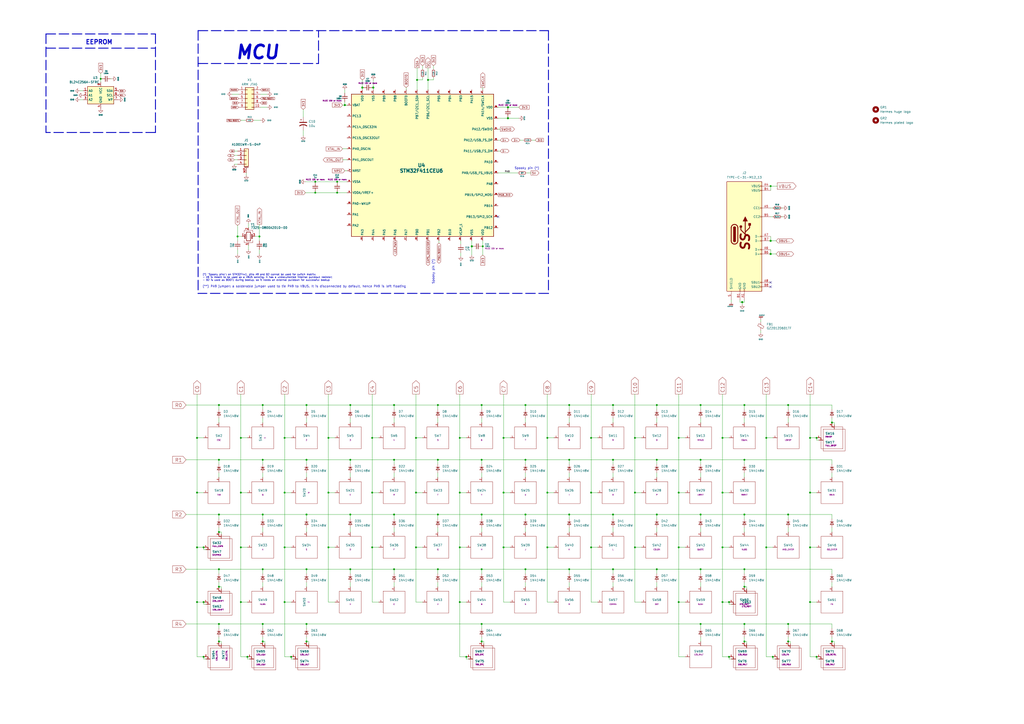
<source format=kicad_sch>
(kicad_sch (version 20211123) (generator eeschema)
  (paper "A2")
  (title_block (title "Hermes PCB schematic") (date "2022-02-08") (rev "v0.0.1") (company "AcheronProject") (comment 1 "Designed by Gondolindrim"))
  (junction (at 393.7 317.5))
  (junction (at 391.16 579.755) (diameter 0.9144))
  (junction (at 457.2 298.45))
  (junction (at 294.64 62.23) (diameter 1.016))
  (junction (at 314.96 579.755) (diameter 0.9144))
  (junction (at 457.2 372.11))
  (junction (at 295.91 611.505) (diameter 0.9144))
  (junction (at 127 234.95))
  (junction (at 276.86 579.755) (diameter 0.9144))
  (junction (at 127 340.36))
  (junction (at 150.495 652.145))
  (junction (at 248.285 46.355) (diameter 0.9144))
  (junction (at 137.795 548.005))
  (junction (at 219.71 611.505) (diameter 0.9144))
  (junction (at 200.66 675.005) (diameter 0.9144))
  (junction (at 182.88 105.41))
  (junction (at 216.535 50.8) (diameter 1.016))
  (junction (at 391.16 611.505) (diameter 0.9144))
  (junction (at 219.71 706.755))
  (junction (at 344.805 -90.17))
  (junction (at 165.1 285.75))
  (junction (at 386.715 -90.17))
  (junction (at 372.11 643.255) (diameter 0.9144))
  (junction (at 422.91 381))
  (junction (at 266.7 285.75))
  (junction (at 182.88 111.76))
  (junction (at 210.185 50.8) (diameter 1.016))
  (junction (at 353.06 715.645))
  (junction (at 391.16 715.645))
  (junction (at 177.8 361.95))
  (junction (at 381 298.45))
  (junction (at 431.8 266.7))
  (junction (at 406.4 298.45))
  (junction (at 270.51 381))
  (junction (at 257.81 715.645))
  (junction (at 181.61 706.755))
  (junction (at 152.4 298.45))
  (junction (at 422.91 349.25))
  (junction (at 330.2 234.95))
  (junction (at 114.3 349.25))
  (junction (at 238.76 643.255) (diameter 0.9144))
  (junction (at 203.2 330.2))
  (junction (at 257.81 579.755) (diameter 0.9144))
  (junction (at 381 330.2))
  (junction (at 410.21 579.755) (diameter 0.9144))
  (junction (at 215.9 285.75))
  (junction (at 238.76 579.755) (diameter 0.9144))
  (junction (at 381 266.7))
  (junction (at 168.91 611.505))
  (junction (at 177.8 234.95))
  (junction (at 419.1 254))
  (junction (at 447.04 147.32) (diameter 1.016))
  (junction (at 314.96 643.255) (diameter 0.9144))
  (junction (at 228.6 298.45))
  (junction (at 241.3 317.5))
  (junction (at 203.2 298.45))
  (junction (at 257.81 675.005) (diameter 0.9144))
  (junction (at 469.9 317.5))
  (junction (at 429.26 611.505) (diameter 0.9144))
  (junction (at 330.2 330.2))
  (junction (at 257.81 643.255) (diameter 0.9144))
  (junction (at 469.9 254))
  (junction (at 469.265 -123.19) (diameter 1.016))
  (junction (at 482.6 372.11))
  (junction (at 393.7 254))
  (junction (at 279.4 361.95))
  (junction (at 273.685 142.875) (diameter 1.016))
  (junction (at 254 330.2))
  (junction (at 473.71 381))
  (junction (at 317.5 285.75))
  (junction (at 377.19 -90.17) (diameter 1.016))
  (junction (at 292.1 285.75))
  (junction (at 276.86 643.255) (diameter 0.9144))
  (junction (at 181.61 643.255) (diameter 0.9144))
  (junction (at 429.26 715.645))
  (junction (at 444.5 254))
  (junction (at 168.91 643.255))
  (junction (at 241.3 285.75))
  (junction (at 181.61 611.505) (diameter 0.9144))
  (junction (at 139.7 285.75))
  (junction (at 406.4 266.7))
  (junction (at 456.565 -85.09))
  (junction (at 279.4 234.95))
  (junction (at 295.91 715.645))
  (junction (at 419.1 317.5))
  (junction (at 181.61 715.645))
  (junction (at 431.8 298.45))
  (junction (at 127 330.2))
  (junction (at 152.4 372.11))
  (junction (at 431.8 330.2))
  (junction (at 466.725 -91.44))
  (junction (at 228.6 266.7))
  (junction (at 127 308.61))
  (junction (at 238.76 675.005) (diameter 0.9144))
  (junction (at 368.3 317.5))
  (junction (at 190.5 285.75))
  (junction (at 279.4 298.45))
  (junction (at 485.14 -123.19))
  (junction (at 200.66 579.755) (diameter 0.9144))
  (junction (at 203.2 234.95))
  (junction (at 219.71 643.255) (diameter 0.9144))
  (junction (at 139.7 317.5))
  (junction (at 127 298.45))
  (junction (at 150.495 137.16) (diameter 0.9144))
  (junction (at 304.8 330.2))
  (junction (at 228.6 234.95))
  (junction (at 342.9 285.75))
  (junction (at 279.4 330.2))
  (junction (at 372.11 611.505) (diameter 0.9144))
  (junction (at 355.6 298.45))
  (junction (at 190.5 317.5))
  (junction (at 276.86 611.505) (diameter 0.9144))
  (junction (at 368.3 254))
  (junction (at 341.63 -90.17) (diameter 1.016))
  (junction (at 457.2 234.95))
  (junction (at 295.91 706.755))
  (junction (at 447.04 139.7) (diameter 1.016))
  (junction (at 137.795 137.16) (diameter 0.9144))
  (junction (at 168.91 675.005))
  (junction (at 334.01 579.755) (diameter 0.9144))
  (junction (at 165.1 349.25))
  (junction (at 334.01 675.005) (diameter 0.9144))
  (junction (at 342.9 317.5))
  (junction (at 254 266.7))
  (junction (at 431.8 361.95))
  (junction (at 381 234.95))
  (junction (at 334.01 611.505) (diameter 0.9144))
  (junction (at 410.21 611.505) (diameter 0.9144))
  (junction (at 150.495 664.21))
  (junction (at 406.4 330.2))
  (junction (at 177.8 330.2))
  (junction (at 314.96 611.505) (diameter 0.9144))
  (junction (at 152.4 361.95))
  (junction (at 137.795 676.91))
  (junction (at 257.81 706.755))
  (junction (at 335.28 -90.17) (diameter 1.016))
  (junction (at 118.11 349.25))
  (junction (at 200.025 60.96) (diameter 1.016))
  (junction (at 114.3 285.75))
  (junction (at 118.11 317.5))
  (junction (at 279.4 372.11))
  (junction (at 410.21 675.005) (diameter 0.9144))
  (junction (at 330.2 266.7))
  (junction (at 355.6 330.2))
  (junction (at 431.8 340.36))
  (junction (at 353.06 675.005) (diameter 0.9144))
  (junction (at 127 372.11))
  (junction (at 430.53 175.26) (diameter 1.016))
  (junction (at 152.4 266.7))
  (junction (at 334.01 643.255) (diameter 0.9144))
  (junction (at 279.4 266.7))
  (junction (at 139.7 254))
  (junction (at 219.71 579.755) (diameter 0.9144))
  (junction (at 276.86 675.005) (diameter 0.9144))
  (junction (at 238.76 611.505) (diameter 0.9144))
  (junction (at 391.16 643.255) (diameter 0.9144))
  (junction (at 469.9 349.25))
  (junction (at 168.91 381))
  (junction (at 294.64 68.58) (diameter 1.016))
  (junction (at 292.1 254))
  (junction (at 304.8 298.45))
  (junction (at 295.91 579.755) (diameter 0.9144))
  (junction (at 304.8 234.95))
  (junction (at 393.7 285.75))
  (junction (at 429.26 675.005) (diameter 0.9144))
  (junction (at 177.8 266.7))
  (junction (at 219.71 675.005) (diameter 0.9144))
  (junction (at 482.6 245.11))
  (junction (at 219.71 715.645))
  (junction (at 473.71 254))
  (junction (at 469.9 285.75))
  (junction (at 266.7 349.25))
  (junction (at 215.9 317.5))
  (junction (at 342.9 254))
  (junction (at 295.91 643.255) (diameter 0.9144))
  (junction (at 334.01 706.755))
  (junction (at 317.5 254))
  (junction (at 181.61 579.755) (diameter 0.9144))
  (junction (at 190.5 254))
  (junction (at 152.4 330.2))
  (junction (at 203.2 266.7))
  (junction (at 447.04 107.95))
  (junction (at 372.11 579.755) (diameter 0.9144))
  (junction (at 330.2 298.45))
  (junction (at 127 361.95))
  (junction (at 314.96 675.005) (diameter 0.9144))
  (junction (at 431.8 372.11))
  (junction (at 406.4 361.95))
  (junction (at 457.2 361.95))
  (junction (at 200.66 643.255) (diameter 0.9144))
  (junction (at 241.3 254))
  (junction (at 393.7 349.25))
  (junction (at 317.5 317.5))
  (junction (at 266.7 317.5))
  (junction (at 195.58 111.76))
  (junction (at 266.7 254))
  (junction (at 165.1 254))
  (junction (at 304.8 266.7))
  (junction (at 114.3 254))
  (junction (at 177.8 372.11))
  (junction (at 443.865 -104.14))
  (junction (at 118.11 381))
  (junction (at 195.58 105.41))
  (junction (at 372.11 675.005) (diameter 0.9144))
  (junction (at 143.51 381))
  (junction (at 165.1 317.5))
  (junction (at 177.8 298.45))
  (junction (at 391.16 706.755))
  (junction (at 280.035 142.875))
  (junction (at 419.1 349.25))
  (junction (at 353.06 643.255) (diameter 0.9144))
  (junction (at 448.31 381))
  (junction (at 139.7 349.25))
  (junction (at 152.4 234.95))
  (junction (at 473.075 -123.19) (diameter 1.016))
  (junction (at 127 266.7))
  (junction (at 429.26 579.755) (diameter 0.9144))
  (junction (at 257.81 611.505) (diameter 0.9144))
  (junction (at 353.06 706.755))
  (junction (at 419.1 285.75))
  (junction (at 448.31 588.645) (diameter 0.9144))
  (junction (at 481.965 -91.44))
  (junction (at 295.91 675.005) (diameter 0.9144))
  (junction (at 406.4 234.95))
  (junction (at 368.3 285.75))
  (junction (at 150.495 535.305))
  (junction (at 355.6 266.7))
  (junction (at 114.3 317.5))
  (junction (at 391.16 675.005) (diameter 0.9144))
  (junction (at 353.06 611.505) (diameter 0.9144))
  (junction (at 181.61 675.005) (diameter 0.9144))
  (junction (at 254 298.45))
  (junction (at 431.8 234.95))
  (junction (at 200.66 611.505) (diameter 0.9144))
  (junction (at 353.06 579.755) (diameter 0.9144))
  (junction (at 168.91 579.755))
  (junction (at 254 234.95))
  (junction (at 215.9 254))
  (junction (at 228.6 330.2))
  (junction (at 444.5 317.5))
  (junction (at 292.1 317.5))
  (junction (at 355.6 234.95))
  (junction (at 58.42 45.72) (diameter 0.9144))
  (junction (at 241.935 46.355) (diameter 0.9144))
  (no_connect (at 447.04 166.37))
  (no_connect (at 447.04 163.83))
  (no_connect (at 288.925 125.73))
  (wire (pts (xy 150.495 664.21) (xy 150.495 671.83)))
  (wire (pts (xy 410.21 587.375) (xy 410.21 589.915)))
  (wire (pts (xy 457.2 369.57) (xy 457.2 372.11)))
  (wire (pts (xy 152.4 361.95) (xy 177.8 361.95)))
  (wire (pts (xy 334.01 587.375) (xy 334.01 589.915)))
  (wire (pts (xy 219.71 317.5) (xy 215.9 317.5)))
  (wire (pts (xy 181.61 715.645) (xy 181.61 716.915)))
  (wire (pts (xy 219.71 706.755) (xy 219.71 709.295)))
  (wire (pts (xy 254.635 139.7) (xy 254.635 140.97)))
  (wire (pts (xy 391.16 692.785) (xy 391.16 694.055)))
  (wire (pts (xy 328.93 -90.17) (xy 335.28 -90.17)))
  (wire (pts (xy 314.96 682.625) (xy 314.96 684.53)))
  (wire (pts (xy 152.4 361.95) (xy 152.4 364.49)))
  (wire (pts (xy 219.71 629.285) (xy 219.71 630.555)))
  (wire (pts (xy 257.81 611.505) (xy 257.81 614.045)))
  (wire (pts (xy 137.795 676.91) (xy 142.875 676.91)))
  (wire (pts (xy 422.91 317.5) (xy 419.1 317.5)))
  (wire (pts (xy 334.01 619.125) (xy 334.01 621.665)))
  (wire (pts (xy 257.81 650.875) (xy 257.81 653.415)))
  (wire (pts (xy 429.26 675.005) (xy 448.31 675.005)))
  (wire (pts (xy 456.565 -85.09) (xy 454.025 -85.09)))
  (wire (pts (xy 377.19 -102.87) (xy 377.19 -90.17)))
  (wire (pts (xy 330.2 330.2) (xy 355.6 330.2)))
  (wire (pts (xy 372.11 724.535) (xy 372.11 725.805)))
  (wire (pts (xy 181.61 611.505) (xy 200.66 611.505)))
  (wire (pts (xy 406.4 234.95) (xy 406.4 237.49)))
  (polyline (pts (xy 114.935 36.83) (xy 184.785 36.83)) (stroke (width 0.508) (type dash)))
  (wire (pts (xy 344.805 -86.36) (xy 344.805 -90.17)))
  (wire (pts (xy 270.51 317.5) (xy 266.7 317.5)))
  (wire (pts (xy 467.36 597.535) (xy 467.36 598.805)))
  (wire (pts (xy 152.4 234.95) (xy 177.8 234.95)))
  (wire (pts (xy 314.96 629.285) (xy 314.96 630.555)))
  (wire (pts (xy 334.01 706.755) (xy 353.06 706.755)))
  (wire (pts (xy 355.6 274.32) (xy 355.6 276.86)))
  (wire (pts (xy 424.18 173.99) (xy 424.18 175.26)))
  (wire (pts (xy 469.265 -123.19) (xy 469.265 -121.92)))
  (wire (pts (xy 429.26 579.755) (xy 448.31 579.755)))
  (wire (pts (xy 342.9 317.5) (xy 342.9 349.25)))
  (wire (pts (xy 127 234.95) (xy 152.4 234.95)))
  (wire (pts (xy 276.86 611.505) (xy 276.86 614.045)))
  (wire (pts (xy 203.2 266.7) (xy 228.6 266.7)))
  (wire (pts (xy 444.5 228.6) (xy 444.5 254)))
  (wire (pts (xy 139.7 228.6) (xy 139.7 254)))
  (wire (pts (xy 195.58 105.41) (xy 195.58 106.045)))
  (wire (pts (xy 429.26 619.125) (xy 429.26 620.395)))
  (polyline (pts (xy 318.135 17.78) (xy 318.135 170.18)) (stroke (width 0.508) (type dash)))
  (wire (pts (xy 118.11 317.5) (xy 114.3 317.5)))
  (wire (pts (xy 422.91 382.27) (xy 424.18 382.27)))
  (wire (pts (xy 292.1 317.5) (xy 292.1 349.25)))
  (wire (pts (xy 165.1 228.6) (xy 165.1 254)))
  (wire (pts (xy 228.6 242.57) (xy 228.6 245.11)))
  (wire (pts (xy 391.16 579.755) (xy 410.21 579.755)))
  (wire (pts (xy 353.06 597.535) (xy 353.06 598.805)))
  (wire (pts (xy 406.4 266.7) (xy 431.8 266.7)))
  (wire (pts (xy 200.66 643.255) (xy 200.66 645.795)))
  (wire (pts (xy 391.16 579.755) (xy 391.16 582.295)))
  (wire (pts (xy 200.66 597.535) (xy 200.66 598.805)))
  (wire (pts (xy 317.5 228.6) (xy 317.5 254)))
  (wire (pts (xy 150.495 535.305) (xy 150.495 542.925)))
  (wire (pts (xy 168.91 381) (xy 165.1 381)))
  (polyline (pts (xy 304.165 -162.56) (xy 405.765 -162.56)) (stroke (width 0.508) (type dash)))
  (wire (pts (xy 168.91 706.755) (xy 168.91 675.005)))
  (wire (pts (xy 431.8 234.95) (xy 431.8 237.49)))
  (wire (pts (xy 219.71 619.125) (xy 219.71 621.665)))
  (wire (pts (xy 177.8 242.57) (xy 177.8 245.11)))
  (wire (pts (xy 330.2 234.95) (xy 355.6 234.95)))
  (wire (pts (xy 181.61 579.755) (xy 168.91 579.755)))
  (wire (pts (xy 391.16 714.375) (xy 391.16 715.645)))
  (wire (pts (xy 353.06 579.755) (xy 353.06 582.295)))
  (wire (pts (xy 429.26 675.005) (xy 429.26 677.545)))
  (wire (pts (xy 482.6 361.95) (xy 482.6 364.49)))
  (wire (pts (xy 372.11 579.755) (xy 391.16 579.755)))
  (wire (pts (xy 179.07 372.11) (xy 179.07 373.38)))
  (wire (pts (xy 152.4 298.45) (xy 177.8 298.45)))
  (wire (pts (xy 372.11 587.375) (xy 372.11 589.915)))
  (wire (pts (xy 429.26 692.785) (xy 429.26 694.055)))
  (wire (pts (xy 344.805 -90.17) (xy 347.345 -90.17)))
  (wire (pts (xy 118.11 349.25) (xy 114.3 349.25)))
  (wire (pts (xy 448.31 597.535) (xy 448.31 598.805)))
  (polyline (pts (xy 418.465 -180.34) (xy 520.065 -180.34)) (stroke (width 0.508) (type dash)))
  (wire (pts (xy 381 298.45) (xy 381 300.99)))
  (wire (pts (xy 334.01 692.785) (xy 334.01 694.055)))
  (wire (pts (xy 177.8 361.95) (xy 177.8 364.49)))
  (wire (pts (xy 279.4 361.95) (xy 279.4 364.49)))
  (wire (pts (xy 467.36 -123.19) (xy 469.265 -123.19)))
  (wire (pts (xy 406.4 330.2) (xy 406.4 332.74)))
  (wire (pts (xy 410.21 724.535) (xy 410.21 725.805)))
  (wire (pts (xy 200.66 724.535) (xy 200.66 725.805)))
  (wire (pts (xy 46.355 57.785) (xy 48.26 57.785)))
  (wire (pts (xy 448.31 619.125) (xy 448.31 620.395)))
  (wire (pts (xy 131.445 661.035) (xy 131.445 664.21)))
  (wire (pts (xy 118.11 349.25) (xy 118.11 350.52)))
  (wire (pts (xy 391.16 661.035) (xy 391.16 662.305)))
  (wire (pts (xy 273.685 139.7) (xy 273.685 142.875)))
  (wire (pts (xy 238.76 579.755) (xy 257.81 579.755)))
  (wire (pts (xy 257.81 611.505) (xy 276.86 611.505)))
  (wire (pts (xy 257.81 597.535) (xy 257.81 598.805)))
  (wire (pts (xy 245.11 38.1) (xy 245.11 40.005)))
  (wire (pts (xy 203.2 266.7) (xy 203.2 269.24)))
  (wire (pts (xy 241.3 317.5) (xy 241.3 349.25)))
  (wire (pts (xy 254 234.95) (xy 279.4 234.95)))
  (wire (pts (xy 245.11 46.355) (xy 241.935 46.355)))
  (wire (pts (xy 368.3 254) (xy 368.3 285.75)))
  (wire (pts (xy 177.8 337.82) (xy 177.8 340.36)))
  (wire (pts (xy 219.71 285.75) (xy 215.9 285.75)))
  (wire (pts (xy 334.01 629.285) (xy 334.01 630.555)))
  (wire (pts (xy 279.4 242.57) (xy 279.4 245.11)))
  (wire (pts (xy 254 306.07) (xy 254 308.61)))
  (wire (pts (xy 440.69 -104.14) (xy 443.865 -104.14)))
  (wire (pts (xy 266.7 254) (xy 266.7 285.75)))
  (wire (pts (xy 304.8 298.45) (xy 304.8 300.99)))
  (polyline (pts (xy 86.995 484.505) (xy 550.545 484.505)) (stroke (width 1.016) (type dash)))
  (wire (pts (xy 355.6 306.07) (xy 355.6 308.61)))
  (wire (pts (xy 406.4 306.07) (xy 406.4 308.61)))
  (wire (pts (xy 355.6 330.2) (xy 355.6 332.74)))
  (wire (pts (xy 127 361.95) (xy 152.4 361.95)))
  (wire (pts (xy 238.76 587.375) (xy 238.76 589.915)))
  (wire (pts (xy 177.8 266.7) (xy 203.2 266.7)))
  (wire (pts (xy 177.8 330.2) (xy 177.8 332.74)))
  (wire (pts (xy 422.91 285.75) (xy 419.1 285.75)))
  (wire (pts (xy 355.6 298.45) (xy 355.6 300.99)))
  (wire (pts (xy 393.7 254) (xy 393.7 285.75)))
  (wire (pts (xy 372.11 692.785) (xy 372.11 694.055)))
  (wire (pts (xy 219.71 597.535) (xy 219.71 598.805)))
  (wire (pts (xy 391.16 643.255) (xy 410.21 643.255)))
  (wire (pts (xy 485.14 -123.19) (xy 485.14 -119.38)))
  (wire (pts (xy 406.4 337.82) (xy 406.4 340.36)))
  (wire (pts (xy 346.71 254) (xy 342.9 254)))
  (wire (pts (xy 177.8 306.07) (xy 177.8 308.61)))
  (wire (pts (xy 219.71 650.875) (xy 219.71 653.415)))
  (wire (pts (xy 107.95 361.95) (xy 127 361.95)))
  (wire (pts (xy 128.27 308.61) (xy 128.27 309.88)))
  (wire (pts (xy 181.61 629.285) (xy 181.61 630.555)))
  (wire (pts (xy 200.66 715.645) (xy 200.66 716.915)))
  (wire (pts (xy 118.11 382.27) (xy 119.38 382.27)))
  (polyline (pts (xy 418.465 -180.34) (xy 418.465 -27.94)) (stroke (width 0.508) (type dash)))
  (wire (pts (xy 143.51 381) (xy 139.7 381)))
  (wire (pts (xy 194.31 317.5) (xy 190.5 317.5)))
  (wire (pts (xy 391.16 706.755) (xy 391.16 709.295)))
  (wire (pts (xy 419.1 254) (xy 419.1 285.75)))
  (wire (pts (xy 270.51 381) (xy 266.7 381)))
  (wire (pts (xy 152.4 330.2) (xy 152.4 332.74)))
  (wire (pts (xy 391.16 675.005) (xy 410.21 675.005)))
  (wire (pts (xy 431.8 330.2) (xy 482.6 330.2)))
  (wire (pts (xy 391.16 597.535) (xy 391.16 598.805)))
  (wire (pts (xy 381 234.95) (xy 406.4 234.95)))
  (wire (pts (xy 254 242.57) (xy 254 245.11)))
  (wire (pts (xy 177.165 105.41) (xy 182.88 105.41)))
  (wire (pts (xy 448.31 587.375) (xy 448.31 588.645)))
  (wire (pts (xy 452.12 -54.61) (xy 450.85 -54.61)))
  (wire (pts (xy 353.06 692.785) (xy 353.06 694.055)))
  (wire (pts (xy 353.06 715.645) (xy 372.11 715.645)))
  (wire (pts (xy 295.91 619.125) (xy 295.91 621.665)))
  (wire (pts (xy 410.21 675.005) (xy 410.21 677.545)))
  (wire (pts (xy 431.8 298.45) (xy 457.2 298.45)))
  (wire (pts (xy 406.4 274.32) (xy 406.4 276.86)))
  (wire (pts (xy 321.31 254) (xy 317.5 254)))
  (wire (pts (xy 319.405 -90.17) (xy 321.31 -90.17)))
  (wire (pts (xy 257.81 706.755) (xy 295.91 706.755)))
  (wire (pts (xy 181.61 619.125) (xy 181.61 621.665)))
  (wire (pts (xy 447.04 107.95) (xy 447.04 110.49)))
  (wire (pts (xy 198.755 60.96) (xy 200.025 60.96)))
  (wire (pts (xy 219.71 661.035) (xy 219.71 662.305)))
  (polyline (pts (xy 26.67 19.685) (xy 90.17 19.685)) (stroke (width 0.508) (type dash)))
  (wire (pts (xy 143.51 254) (xy 139.7 254)))
  (wire (pts (xy 295.91 661.035) (xy 295.91 662.305)))
  (wire (pts (xy 203.2 298.45) (xy 203.2 300.99)))
  (wire (pts (xy 200.66 579.755) (xy 200.66 582.295)))
  (wire (pts (xy 391.16 682.625) (xy 391.16 685.165)))
  (wire (pts (xy 431.8 242.57) (xy 431.8 245.11)))
  (wire (pts (xy 295.91 611.505) (xy 314.96 611.505)))
  (wire (pts (xy 397.51 381) (xy 393.7 381)))
  (wire (pts (xy 483.87 245.11) (xy 483.87 246.38)))
  (wire (pts (xy 152.4 234.95) (xy 152.4 237.49)))
  (wire (pts (xy 304.8 266.7) (xy 304.8 269.24)))
  (wire (pts (xy 485.14 -100.33) (xy 485.14 -102.235)))
  (wire (pts (xy 457.2 234.95) (xy 482.6 234.95)))
  (wire (pts (xy 228.6 234.95) (xy 254 234.95)))
  (wire (pts (xy 238.76 661.035) (xy 238.76 662.305)))
  (wire (pts (xy 381 330.2) (xy 381 332.74)))
  (wire (pts (xy 150.495 650.24) (xy 150.495 652.145)))
  (wire (pts (xy 481.965 -89.535) (xy 481.965 -91.44)))
  (wire (pts (xy 150.495 535.305) (xy 162.56 535.305)))
  (wire (pts (xy 280.035 50.8) (xy 280.035 52.07)))
  (wire (pts (xy 429.26 175.26) (xy 430.53 175.26)))
  (wire (pts (xy 353.06 724.535) (xy 353.06 725.805)))
  (wire (pts (xy 391.16 587.375) (xy 391.16 589.915)))
  (wire (pts (xy 276.86 579.755) (xy 295.91 579.755)))
  (wire (pts (xy 177.8 234.95) (xy 177.8 237.49)))
  (wire (pts (xy 139.7 69.85) (xy 142.24 69.85)))
  (wire (pts (xy 314.96 675.005) (xy 334.01 675.005)))
  (wire (pts (xy 372.11 643.255) (xy 391.16 643.255)))
  (wire (pts (xy 257.81 619.125) (xy 257.81 621.665)))
  (wire (pts (xy 295.91 579.755) (xy 295.91 582.295)))
  (wire (pts (xy 410.21 650.875) (xy 410.21 653.415)))
  (wire (pts (xy 295.91 643.255) (xy 295.91 645.795)))
  (wire (pts (xy 127 330.2) (xy 127 332.74)))
  (wire (pts (xy 393.7 349.25) (xy 393.7 381)))
  (wire (pts (xy 456.565 -82.55) (xy 456.565 -85.09)))
  (wire (pts (xy 461.01 -123.19) (xy 462.28 -123.19)))
  (wire (pts (xy 353.06 706.755) (xy 391.16 706.755)))
  (wire (pts (xy 295.91 714.375) (xy 295.91 715.645)))
  (wire (pts (xy 181.61 691.515) (xy 181.61 694.055)))
  (wire (pts (xy 168.91 643.255) (xy 181.61 643.255)))
  (wire (pts (xy 114.3 349.25) (xy 114.3 381)))
  (wire (pts (xy 330.2 266.7) (xy 355.6 266.7)))
  (wire (pts (xy 235.585 50.8) (xy 235.585 52.07)))
  (wire (pts (xy 127 330.2) (xy 152.4 330.2)))
  (wire (pts (xy 276.86 715.645) (xy 276.86 716.915)))
  (wire (pts (xy 334.01 714.375) (xy 334.01 716.915)))
  (wire (pts (xy 355.6 298.45) (xy 381 298.45)))
  (wire (pts (xy 444.5 254) (xy 444.5 317.5)))
  (wire (pts (xy 457.2 372.11) (xy 458.47 372.11)))
  (wire (pts (xy 342.9 254) (xy 342.9 285.75)))
  (wire (pts (xy 303.53 81.28) (xy 301.625 81.28)))
  (wire (pts (xy 154.94 62.23) (xy 151.13 62.23)))
  (wire (pts (xy 330.2 298.45) (xy 355.6 298.45)))
  (wire (pts (xy 353.06 650.875) (xy 353.06 653.415)))
  (polyline (pts (xy 114.935 17.78) (xy 114.935 170.18)) (stroke (width 0.508) (type dash)))
  (wire (pts (xy 410.21 611.505) (xy 410.21 614.045)))
  (wire (pts (xy 215.9 228.6) (xy 215.9 254)))
  (polyline (pts (xy 405.765 -180.34) (xy 405.765 -27.94)) (stroke (width 0.508) (type dash)))
  (wire (pts (xy 124.46 548.005) (xy 128.905 548.005)))
  (wire (pts (xy 456.565 -75.565) (xy 456.565 -77.47)))
  (wire (pts (xy 200.025 60.96) (xy 201.295 60.96)))
  (wire (pts (xy 314.96 675.005) (xy 314.96 677.545)))
  (wire (pts (xy 273.685 142.875) (xy 274.32 142.875)))
  (wire (pts (xy 195.58 111.76) (xy 201.295 111.76)))
  (polyline (pts (xy 83.185 -182.245) (xy 139.065 -182.245)) (stroke (width 0.508) (type dash)))
  (polyline (pts (xy 184.785 36.83) (xy 184.785 17.78)) (stroke (width 0.508) (type dash)))
  (wire (pts (xy 238.76 715.645) (xy 238.76 716.915)))
  (wire (pts (xy 335.28 -93.345) (xy 335.28 -90.17)))
  (wire (pts (xy 203.2 234.95) (xy 203.2 237.49)))
  (wire (pts (xy 200.66 619.125) (xy 200.66 621.665)))
  (wire (pts (xy 203.2 330.2) (xy 203.2 332.74)))
  (wire (pts (xy 168.91 382.27) (xy 170.18 382.27)))
  (wire (pts (xy 142.875 100.33) (xy 142.875 101.6)))
  (wire (pts (xy 257.81 629.285) (xy 257.81 630.555)))
  (wire (pts (xy 456.565 -85.09) (xy 459.105 -85.09)))
  (wire (pts (xy 46.355 52.705) (xy 48.26 52.705)))
  (wire (pts (xy 334.01 579.755) (xy 353.06 579.755)))
  (wire (pts (xy 381 298.45) (xy 406.4 298.45)))
  (wire (pts (xy 276.86 597.535) (xy 276.86 598.805)))
  (wire (pts (xy 304.8 234.95) (xy 330.2 234.95)))
  (wire (pts (xy 381 242.57) (xy 381 245.11)))
  (wire (pts (xy 443.865 -123.19) (xy 443.865 -104.14)))
  (wire (pts (xy 288.925 100.33) (xy 300.355 100.33)))
  (wire (pts (xy 485.14 -123.19) (xy 494.665 -123.19)))
  (wire (pts (xy 447.04 107.95) (xy 450.85 107.95)))
  (wire (pts (xy 361.315 -102.87) (xy 377.19 -102.87)))
  (wire (pts (xy 190.5 317.5) (xy 190.5 349.25)))
  (wire (pts (xy 368.3 317.5) (xy 368.3 349.25)))
  (wire (pts (xy 165.1 254) (xy 165.1 285.75)))
  (wire (pts (xy 168.91 317.5) (xy 165.1 317.5)))
  (wire (pts (xy 125.095 676.91) (xy 128.905 676.91)))
  (wire (pts (xy 391.16 629.285) (xy 391.16 630.555)))
  (wire (pts (xy 429.26 714.375) (xy 429.26 715.645)))
  (wire (pts (xy 353.06 587.375) (xy 353.06 589.915)))
  (wire (pts (xy 266.7 349.25) (xy 266.7 381)))
  (polyline (pts (xy 139.065 -189.865) (xy 83.185 -189.865)) (stroke (width 0.508) (type dash)))
  (wire (pts (xy 482.6 266.7) (xy 482.6 269.24)))
  (wire (pts (xy 177.8 234.95) (xy 203.2 234.95)))
  (wire (pts (xy 219.71 715.645) (xy 238.76 715.645)))
  (wire (pts (xy 118.11 318.77) (xy 119.38 318.77)))
  (wire (pts (xy 469.9 285.75) (xy 469.9 317.5)))
  (wire (pts (xy 372.11 619.125) (xy 372.11 621.665)))
  (wire (pts (xy 276.86 643.255) (xy 295.91 643.255)))
  (wire (pts (xy 355.6 337.82) (xy 355.6 340.36)))
  (wire (pts (xy 254 330.2) (xy 279.4 330.2)))
  (wire (pts (xy 474.98 255.27) (xy 473.71 255.27)))
  (wire (pts (xy 431.8 340.36) (xy 433.07 340.36)))
  (wire (pts (xy 353.06 675.005) (xy 353.06 677.545)))
  (wire (pts (xy 228.6 337.82) (xy 228.6 340.36)))
  (wire (pts (xy 118.11 254) (xy 114.3 254)))
  (wire (pts (xy 295.91 692.785) (xy 295.91 694.055)))
  (wire (pts (xy 127 372.11) (xy 128.27 372.11)))
  (wire (pts (xy 334.01 597.535) (xy 334.01 598.805)))
  (wire (pts (xy 372.11 643.255) (xy 372.11 645.795)))
  (wire (pts (xy 133.985 548.005) (xy 137.795 548.005)))
  (wire (pts (xy 127 242.57) (xy 127 245.11)))
  (polyline (pts (xy 83.185 -189.865) (xy 83.185 -136.525)) (stroke (width 0.508) (type dash)))
  (wire (pts (xy 200.66 661.035) (xy 200.66 662.305)))
  (wire (pts (xy 410.21 611.505) (xy 429.26 611.505)))
  (wire (pts (xy 334.01 650.875) (xy 334.01 653.415)))
  (wire (pts (xy 381 306.07) (xy 381 308.61)))
  (wire (pts (xy 314.96 643.255) (xy 334.01 643.255)))
  (wire (pts (xy 317.5 285.75) (xy 317.5 317.5)))
  (wire (pts (xy 334.01 682.625) (xy 334.01 685.165)))
  (wire (pts (xy 353.06 675.005) (xy 372.11 675.005)))
  (wire (pts (xy 127 266.7) (xy 152.4 266.7)))
  (wire (pts (xy 64.135 45.72) (xy 64.77 45.72)))
  (polyline (pts (xy 86.995 484.505) (xy 86.995 770.255)) (stroke (width 1.016) (type dash)))
  (wire (pts (xy 429.26 715.645) (xy 448.31 715.645)))
  (wire (pts (xy 238.76 629.285) (xy 238.76 630.555)))
  (wire (pts (xy 270.51 285.75) (xy 266.7 285.75)))
  (wire (pts (xy 372.11 715.645) (xy 372.11 716.915)))
  (wire (pts (xy 295.91 650.875) (xy 295.91 653.415)))
  (wire (pts (xy 393.7 285.75) (xy 393.7 317.5)))
  (wire (pts (xy 355.6 242.57) (xy 355.6 245.11)))
  (wire (pts (xy 177.8 274.32) (xy 177.8 276.86)))
  (wire (pts (xy 406.4 361.95) (xy 406.4 364.49)))
  (wire (pts (xy 448.31 381) (xy 444.5 381)))
  (wire (pts (xy 137.795 685.8) (xy 137.795 689.61)))
  (wire (pts (xy 429.26 173.99) (xy 429.26 175.26)))
  (wire (pts (xy 295.91 706.755) (xy 295.91 709.295)))
  (wire (pts (xy 114.3 317.5) (xy 114.3 349.25)))
  (wire (pts (xy 410.21 661.035) (xy 410.21 662.305)))
  (wire (pts (xy 168.91 611.505) (xy 168.91 579.755)))
  (wire (pts (xy 276.86 629.285) (xy 276.86 630.555)))
  (wire (pts (xy 443.865 -104.14) (xy 443.865 -85.09)))
  (wire (pts (xy 433.07 340.36) (xy 433.07 341.63)))
  (wire (pts (xy 181.61 540.385) (xy 181.61 548.005)))
  (wire (pts (xy 266.7 285.75) (xy 266.7 317.5)))
  (wire (pts (xy 381 330.2) (xy 406.4 330.2)))
  (wire (pts (xy 295.91 675.005) (xy 295.91 677.545)))
  (wire (pts (xy 441.325 193.04) (xy 441.325 191.77)))
  (wire (pts (xy 219.71 715.645) (xy 219.71 716.915)))
  (wire (pts (xy 473.71 255.27) (xy 473.71 254)))
  (wire (pts (xy 473.71 285.75) (xy 469.9 285.75)))
  (wire (pts (xy 181.61 685.165) (xy 181.61 686.435)))
  (wire (pts (xy 368.3 285.75) (xy 368.3 317.5)))
  (wire (pts (xy 391.16 715.645) (xy 391.16 716.915)))
  (wire (pts (xy 334.01 706.755) (xy 334.01 709.295)))
  (wire (pts (xy 219.71 579.755) (xy 238.76 579.755)))
  (wire (pts (xy 431.8 274.32) (xy 431.8 276.86)))
  (wire (pts (xy 219.71 692.785) (xy 219.71 694.055)))
  (wire (pts (xy 194.31 285.75) (xy 190.5 285.75)))
  (wire (pts (xy 270.51 254) (xy 266.7 254)))
  (wire (pts (xy 386.715 -90.17) (xy 386.715 -87.63)))
  (wire (pts (xy 353.06 629.285) (xy 353.06 630.555)))
  (wire (pts (xy 279.4 298.45) (xy 304.8 298.45)))
  (wire (pts (xy 429.26 724.535) (xy 429.26 725.805)))
  (wire (pts (xy 276.86 675.005) (xy 276.86 677.545)))
  (wire (pts (xy 288.925 62.23) (xy 294.64 62.23)))
  (wire (pts (xy 294.64 62.23) (xy 300.99 62.23)))
  (wire (pts (xy 314.96 611.505) (xy 314.96 614.045)))
  (wire (pts (xy 182.88 111.125) (xy 182.88 111.76)))
  (wire (pts (xy 127 337.82) (xy 127 340.36)))
  (wire (pts (xy 422.91 381) (xy 419.1 381)))
  (wire (pts (xy 447.04 125.73) (xy 448.31 125.73)))
  (wire (pts (xy 200.025 59.055) (xy 200.025 60.96)))
  (wire (pts (xy 200.025 52.07) (xy 200.025 53.975)))
  (wire (pts (xy 144.145 144.78) (xy 144.145 142.24)))
  (wire (pts (xy 276.86 682.625) (xy 276.86 685.165)))
  (wire (pts (xy 288.925 81.28) (xy 290.195 81.28)))
  (wire (pts (xy 200.66 675.005) (xy 219.71 675.005)))
  (wire (pts (xy 482.6 234.95) (xy 482.6 237.49)))
  (polyline (pts (xy 114.935 17.78) (xy 318.135 17.78)) (stroke (width 0.508) (type dash)))
  (wire (pts (xy 200.66 675.005) (xy 200.66 677.545)))
  (wire (pts (xy 181.61 611.505) (xy 181.61 614.045)))
  (wire (pts (xy 127 340.36) (xy 128.27 340.36)))
  (wire (pts (xy 279.4 266.7) (xy 279.4 269.24)))
  (wire (pts (xy 419.1 285.75) (xy 419.1 317.5)))
  (wire (pts (xy 330.2 234.95) (xy 330.2 237.49)))
  (wire (pts (xy 114.3 285.75) (xy 114.3 317.5)))
  (wire (pts (xy 372.11 254) (xy 368.3 254)))
  (wire (pts (xy 165.1 349.25) (xy 165.1 381)))
  (wire (pts (xy 448.31 628.015) (xy 448.31 630.555)))
  (wire (pts (xy 181.61 579.755) (xy 200.66 579.755)))
  (wire (pts (xy 254 266.7) (xy 279.4 266.7)))
  (wire (pts (xy 143.51 349.25) (xy 139.7 349.25)))
  (wire (pts (xy 257.81 587.375) (xy 257.81 589.915)))
  (wire (pts (xy 304.8 234.95) (xy 304.8 237.49)))
  (wire (pts (xy 321.31 317.5) (xy 317.5 317.5)))
  (wire (pts (xy 367.665 -86.36) (xy 372.11 -86.36)))
  (wire (pts (xy 431.8 298.45) (xy 431.8 300.99)))
  (wire (pts (xy 181.61 611.505) (xy 168.91 611.505)))
  (wire (pts (xy 372.11 285.75) (xy 368.3 285.75)))
  (wire (pts (xy 279.4 234.95) (xy 279.4 237.49)))
  (wire (pts (xy 280.035 139.7) (xy 280.035 142.875)))
  (wire (pts (xy 280.035 142.875) (xy 280.035 147.955)))
  (wire (pts (xy 410.21 675.005) (xy 429.26 675.005)))
  (wire (pts (xy 314.96 643.255) (xy 314.96 645.795)))
  (wire (pts (xy 429.26 611.505) (xy 448.31 611.505)))
  (wire (pts (xy 295.91 643.255) (xy 314.96 643.255)))
  (wire (pts (xy 168.91 349.25) (xy 165.1 349.25)))
  (wire (pts (xy 248.285 46.355) (xy 248.285 52.07)))
  (wire (pts (xy 466.725 -91.44) (xy 472.44 -91.44)))
  (wire (pts (xy 381 337.82) (xy 381 340.36)))
  (wire (pts (xy 397.51 285.75) (xy 393.7 285.75)))
  (wire (pts (xy 473.71 382.27) (xy 474.98 382.27)))
  (wire (pts (xy 203.2 298.45) (xy 228.6 298.45)))
  (wire (pts (xy 357.505 -80.01) (xy 357.505 -78.74)))
  (wire (pts (xy 429.26 715.645) (xy 429.26 716.915)))
  (wire (pts (xy 228.6 266.7) (xy 228.6 269.24)))
  (wire (pts (xy 150.495 139.7) (xy 150.495 137.16)))
  (wire (pts (xy 228.6 266.7) (xy 254 266.7)))
  (wire (pts (xy 245.11 285.75) (xy 241.3 285.75)))
  (wire (pts (xy 391.16 611.505) (xy 410.21 611.505)))
  (wire (pts (xy 280.67 372.11) (xy 280.67 373.38)))
  (wire (pts (xy 334.01 611.505) (xy 334.01 614.045)))
  (wire (pts (xy 150.495 531.495) (xy 150.495 535.305)))
  (wire (pts (xy 391.16 643.255) (xy 391.16 645.795)))
  (wire (pts (xy 137.795 548.005) (xy 137.795 551.815)))
  (wire (pts (xy 238.76 643.255) (xy 238.76 645.795)))
  (wire (pts (xy 473.71 317.5) (xy 469.9 317.5)))
  (wire (pts (xy 150.495 553.085) (xy 150.495 554.355)))
  (wire (pts (xy 295.91 285.75) (xy 292.1 285.75)))
  (wire (pts (xy 391.16 706.755) (xy 429.26 706.755)))
  (polyline (pts (xy 418.465 -160.02) (xy 520.065 -160.02)) (stroke (width 0.508) (type dash)))
  (wire (pts (xy 190.5 285.75) (xy 190.5 317.5)))
  (wire (pts (xy 469.9 228.6) (xy 469.9 254)))
  (wire (pts (xy 381 266.7) (xy 381 269.24)))
  (wire (pts (xy 473.71 381) (xy 469.9 381)))
  (wire (pts (xy 238.76 675.005) (xy 238.76 677.545)))
  (wire (pts (xy 305.435 100.33) (xy 307.975 100.33)))
  (wire (pts (xy 295.91 349.25) (xy 292.1 349.25)))
  (wire (pts (xy 482.6 242.57) (xy 482.6 245.11)))
  (wire (pts (xy 406.4 298.45) (xy 406.4 300.99)))
  (wire (pts (xy 118.11 350.52) (xy 119.38 350.52)))
  (wire (pts (xy 165.1 285.75) (xy 165.1 317.5)))
  (wire (pts (xy 245.11 349.25) (xy 241.3 349.25)))
  (wire (pts (xy 314.96 579.755) (xy 314.96 582.295)))
  (wire (pts (xy 276.86 650.875) (xy 276.86 653.415)))
  (wire (pts (xy 314.96 597.535) (xy 314.96 598.805)))
  (wire (pts (xy 181.61 661.035) (xy 181.61 662.305)))
  (wire (pts (xy 429.26 611.505) (xy 429.26 614.045)))
  (wire (pts (xy 135.89 92.71) (xy 137.795 92.71)))
  (wire (pts (xy 127 361.95) (xy 127 364.49)))
  (wire (pts (xy 431.8 266.7) (xy 431.8 269.24)))
  (wire (pts (xy 453.39 120.65) (xy 454.025 120.65)))
  (wire (pts (xy 279.4 372.11) (xy 280.67 372.11)))
  (wire (pts (xy 467.36 588.645) (xy 467.36 589.915)))
  (wire (pts (xy 251.46 38.1) (xy 251.46 40.005)))
  (wire (pts (xy 152.4 330.2) (xy 177.8 330.2)))
  (wire (pts (xy 254 298.45) (xy 254 300.99)))
  (wire (pts (xy 295.91 579.755) (xy 314.96 579.755)))
  (wire (pts (xy 429.26 597.535) (xy 429.26 598.805)))
  (wire (pts (xy 153.67 372.11) (xy 153.67 373.38)))
  (wire (pts (xy 150.495 130.175) (xy 150.495 137.16)))
  (wire (pts (xy 279.4 330.2) (xy 304.8 330.2)))
  (wire (pts (xy 346.71 317.5) (xy 342.9 317.5)))
  (wire (pts (xy 430.53 175.26) (xy 431.8 175.26)))
  (wire (pts (xy 127 274.32) (xy 127 276.86)))
  (wire (pts (xy 457.2 242.57) (xy 457.2 245.11)))
  (wire (pts (xy 330.2 242.57) (xy 330.2 245.11)))
  (wire (pts (xy 175.895 63.5) (xy 175.895 67.945)))
  (wire (pts (xy 175.895 75.565) (xy 175.895 78.74)))
  (wire (pts (xy 419.1 317.5) (xy 419.1 349.25)))
  (wire (pts (xy 200.66 643.255) (xy 219.71 643.255)))
  (wire (pts (xy 143.51 317.5) (xy 139.7 317.5)))
  (wire (pts (xy 334.01 611.505) (xy 353.06 611.505)))
  (wire (pts (xy 168.91 381) (xy 168.91 382.27)))
  (wire (pts (xy 137.795 676.91) (xy 137.795 680.72)))
  (wire (pts (xy 457.2 298.45) (xy 457.2 300.99)))
  (wire (pts (xy 150.495 147.32) (xy 150.495 144.78)))
  (wire (pts (xy 448.945 -85.09) (xy 443.865 -85.09)))
  (wire (pts (xy 448.31 254) (xy 444.5 254)))
  (wire (pts (xy 353.06 611.505) (xy 372.11 611.505)))
  (wire (pts (xy 168.91 579.755) (xy 168.91 548.005)))
  (wire (pts (xy 152.4 266.7) (xy 152.4 269.24)))
  (wire (pts (xy 321.31 285.75) (xy 317.5 285.75)))
  (wire (pts (xy 216.535 46.355) (xy 216.535 50.8)))
  (wire (pts (xy 481.965 -91.44) (xy 488.315 -91.44)))
  (wire (pts (xy 279.4 274.32) (xy 279.4 276.86)))
  (wire (pts (xy 410.21 682.625) (xy 410.21 685.165)))
  (wire (pts (xy 137.795 130.81) (xy 137.795 137.16)))
  (wire (pts (xy 177.8 298.45) (xy 177.8 300.99)))
  (wire (pts (xy 203.2 330.2) (xy 228.6 330.2)))
  (wire (pts (xy 473.075 -123.19) (xy 469.265 -123.19)))
  (wire (pts (xy 219.71 706.755) (xy 257.81 706.755)))
  (wire (pts (xy 377.19 -90.17) (xy 386.715 -90.17)))
  (wire (pts (xy 304.8 330.2) (xy 330.2 330.2)))
  (wire (pts (xy 254 298.45) (xy 279.4 298.45)))
  (wire (pts (xy 406.4 234.95) (xy 431.8 234.95)))
  (wire (pts (xy 430.53 175.26) (xy 430.53 176.53)))
  (wire (pts (xy 410.21 629.285) (xy 410.21 630.555)))
  (wire (pts (xy 341.63 -90.17) (xy 335.28 -90.17)))
  (wire (pts (xy 114.3 254) (xy 114.3 285.75)))
  (wire (pts (xy 473.075 -123.19) (xy 485.14 -123.19)))
  (wire (pts (xy 273.685 142.875) (xy 273.685 147.955)))
  (wire (pts (xy 181.61 522.605) (xy 181.61 530.225)))
  (wire (pts (xy 482.6 330.2) (xy 482.6 332.74)))
  (wire (pts (xy 228.6 298.45) (xy 228.6 300.99)))
  (wire (pts (xy 200.66 611.505) (xy 200.66 614.045)))
  (wire (pts (xy 276.86 661.035) (xy 276.86 662.305)))
  (wire (pts (xy 182.88 105.41) (xy 195.58 105.41)))
  (wire (pts (xy 195.58 105.41) (xy 201.295 105.41)))
  (wire (pts (xy 165.1 317.5) (xy 165.1 349.25)))
  (wire (pts (xy 429.26 628.015) (xy 429.26 630.555)))
  (wire (pts (xy 406.4 266.7) (xy 406.4 269.24)))
  (wire (pts (xy 482.6 337.82) (xy 482.6 340.36)))
  (wire (pts (xy 238.76 611.505) (xy 257.81 611.505)))
  (wire (pts (xy 177.8 369.57) (xy 177.8 372.11)))
  (wire (pts (xy 304.8 337.82) (xy 304.8 340.36)))
  (wire (pts (xy 466.725 -91.44) (xy 466.725 -107.315)))
  (wire (pts (xy 295.91 611.505) (xy 295.91 614.045)))
  (wire (pts (xy 372.11 629.285) (xy 372.11 630.555)))
  (wire (pts (xy 200.66 587.375) (xy 200.66 589.915)))
  (wire (pts (xy 241.3 254) (xy 241.3 285.75)))
  (wire (pts (xy 304.8 274.32) (xy 304.8 276.86)))
  (wire (pts (xy 150.495 643.255) (xy 150.495 645.16)))
  (wire (pts (xy 238.76 619.125) (xy 238.76 621.665)))
  (wire (pts (xy 107.95 298.45) (xy 127 298.45)))
  (wire (pts (xy 107.95 330.2) (xy 127 330.2)))
  (wire (pts (xy 422.91 349.25) (xy 422.91 350.52)))
  (polyline (pts (xy 405.765 -27.94) (xy 304.165 -27.94)) (stroke (width 0.508) (type dash)))
  (wire (pts (xy 267.335 139.7) (xy 267.335 141.605)))
  (wire (pts (xy 279.4 266.7) (xy 304.8 266.7)))
  (wire (pts (xy 150.495 681.99) (xy 150.495 683.26)))
  (wire (pts (xy 177.8 266.7) (xy 177.8 269.24)))
  (wire (pts (xy 444.5 317.5) (xy 444.5 381)))
  (wire (pts (xy 355.6 330.2) (xy 381 330.2)))
  (wire (pts (xy 431.8 337.82) (xy 431.8 340.36)))
  (wire (pts (xy 279.4 361.95) (xy 406.4 361.95)))
  (wire (pts (xy 427.99 -104.14) (xy 430.53 -104.14)))
  (wire (pts (xy 228.6 330.2) (xy 254 330.2)))
  (wire (pts (xy 257.81 682.625) (xy 257.81 685.165)))
  (wire (pts (xy 457.2 361.95) (xy 457.2 364.49)))
  (wire (pts (xy 203.2 306.07) (xy 203.2 308.61)))
  (wire (pts (xy 448.31 675.005) (xy 448.31 677.545)))
  (wire (pts (xy 429.26 682.625) (xy 429.26 685.165)))
  (wire (pts (xy 466.725 -91.44) (xy 466.725 -90.17)))
  (wire (pts (xy 431.8 372.11) (xy 433.07 372.11)))
  (wire (pts (xy 406.4 369.57) (xy 406.4 372.11)))
  (wire (pts (xy 152.4 306.07) (xy 152.4 308.61)))
  (wire (pts (xy 177.8 298.45) (xy 203.2 298.45)))
  (wire (pts (xy 276.86 611.505) (xy 295.91 611.505)))
  (wire (pts (xy 181.61 597.535) (xy 181.61 598.805)))
  (wire (pts (xy 219.71 643.255) (xy 219.71 645.795)))
  (wire (pts (xy 397.51 254) (xy 393.7 254)))
  (wire (pts (xy 215.9 285.75) (xy 215.9 317.5)))
  (wire (pts (xy 372.11 675.005) (xy 391.16 675.005)))
  (wire (pts (xy 330.2 266.7) (xy 330.2 269.24)))
  (wire (pts (xy 267.335 146.685) (xy 267.335 148.59)))
  (wire (pts (xy 245.11 45.085) (xy 245.11 46.355)))
  (wire (pts (xy 406.4 242.57) (xy 406.4 245.11)))
  (wire (pts (xy 314.96 659.765) (xy 314.96 662.305)))
  (wire (pts (xy 304.8 266.7) (xy 330.2 266.7)))
  (wire (pts (xy 334.01 661.035) (xy 334.01 662.305)))
  (wire (pts (xy 304.8 306.07) (xy 304.8 308.61)))
  (wire (pts (xy 314.96 587.375) (xy 314.96 589.915)))
  (wire (pts (xy 391.16 650.875) (xy 391.16 653.415)))
  (wire (pts (xy 447.04 137.16) (xy 447.04 139.7)))
  (wire (pts (xy 266.7 317.5) (xy 266.7 349.25)))
  (wire (pts (xy 238.76 579.755) (xy 238.76 582.295)))
  (wire (pts (xy 58.42 45.72) (xy 58.42 47.625)))
  (wire (pts (xy 353.695 -102.87) (xy 341.63 -102.87)))
  (wire (pts (xy 372.11 317.5) (xy 368.3 317.5)))
  (wire (pts (xy 257.81 706.755) (xy 257.81 709.295)))
  (wire (pts (xy 295.91 715.645) (xy 314.96 715.645)))
  (wire (pts (xy 257.81 643.255) (xy 257.81 645.795)))
  (wire (pts (xy 447.04 144.78) (xy 447.04 147.32)))
  (wire (pts (xy 355.6 266.7) (xy 381 266.7)))
  (wire (pts (xy 330.2 274.32) (xy 330.2 276.86)))
  (wire (pts (xy 410.21 597.535) (xy 410.21 598.805)))
  (wire (pts (xy 114.3 228.6) (xy 114.3 254)))
  (wire (pts (xy 431.8 234.95) (xy 457.2 234.95)))
  (wire (pts (xy 410.21 619.125) (xy 410.21 621.665)))
  (wire (pts (xy 304.8 330.2) (xy 304.8 332.74)))
  (wire (pts (xy 353.06 661.035) (xy 353.06 662.305)))
  (wire (pts (xy 346.71 285.75) (xy 342.9 285.75)))
  (wire (pts (xy 410.21 643.255) (xy 410.21 645.795)))
  (wire (pts (xy 448.31 611.505) (xy 448.31 614.045)))
  (wire (pts (xy 355.6 234.95) (xy 355.6 237.49)))
  (wire (pts (xy 295.91 682.625) (xy 295.91 685.165)))
  (wire (pts (xy 342.9 285.75) (xy 342.9 317.5)))
  (wire (pts (xy 410.21 715.645) (xy 410.21 716.915)))
  (wire (pts (xy 144.145 129.54) (xy 144.145 132.08)))
  (wire (pts (xy 477.52 -91.44) (xy 481.965 -91.44)))
  (wire (pts (xy 181.61 714.375) (xy 181.61 715.645)))
  (wire (pts (xy 127 266.7) (xy 127 269.24)))
  (wire (pts (xy 295.91 587.375) (xy 295.91 589.915)))
  (wire (pts (xy 469.9 254) (xy 469.9 285.75)))
  (wire (pts (xy 270.51 382.27) (xy 271.78 382.27)))
  (wire (pts (xy 419.1 228.6) (xy 419.1 254)))
  (wire (pts (xy 431.8 266.7) (xy 482.6 266.7)))
  (wire (pts (xy 391.16 724.535) (xy 391.16 725.805)))
  (wire (pts (xy 128.27 340.36) (xy 128.27 341.63)))
  (wire (pts (xy 127 369.57) (xy 127 372.11)))
  (wire (pts (xy 219.71 643.255) (xy 238.76 643.255)))
  (wire (pts (xy 195.58 111.125) (xy 195.58 111.76)))
  (polyline (pts (xy 90.17 76.835) (xy 26.67 76.835)) (stroke (width 0.508) (type dash)))
  (wire (pts (xy 181.61 706.755) (xy 219.71 706.755)))
  (wire (pts (xy 448.31 317.5) (xy 444.5 317.5)))
  (wire (pts (xy 219.71 724.535) (xy 219.71 725.805)))
  (wire (pts (xy 58.42 42.545) (xy 58.42 45.72)))
  (wire (pts (xy 288.925 87.63) (xy 290.195 87.63)))
  (wire (pts (xy 228.6 306.07) (xy 228.6 308.61)))
  (wire (pts (xy 210.185 50.8) (xy 210.82 50.8)))
  (wire (pts (xy 482.6 245.11) (xy 483.87 245.11)))
  (wire (pts (xy 422.91 254) (xy 419.1 254)))
  (wire (pts (xy 458.47 372.11) (xy 458.47 373.38)))
  (wire (pts (xy 257.81 661.035) (xy 257.81 662.305)))
  (wire (pts (xy 177.8 330.2) (xy 203.2 330.2)))
  (wire (pts (xy 429.26 587.375) (xy 429.26 589.915)))
  (wire (pts (xy 181.61 643.255) (xy 200.66 643.255)))
  (wire (pts (xy 257.81 724.535) (xy 257.81 725.805)))
  (wire (pts (xy 429.26 706.755) (xy 429.26 709.295)))
  (wire (pts (xy 107.95 266.7) (xy 127 266.7)))
  (wire (pts (xy 377.19 -76.835) (xy 377.19 -79.375)))
  (polyline (pts (xy 520.065 -27.94) (xy 418.465 -27.94)) (stroke (width 0.508) (type dash)))
  (wire (pts (xy 254 274.32) (xy 254 276.86)))
  (wire (pts (xy 150.495 522.605) (xy 150.495 526.415)))
  (wire (pts (xy 314.96 619.125) (xy 314.96 621.665)))
  (wire (pts (xy 448.31 588.645) (xy 448.31 589.915)))
  (wire (pts (xy 181.61 675.005) (xy 168.91 675.005)))
  (wire (pts (xy 203.2 337.82) (xy 203.2 340.36)))
  (wire (pts (xy 353.06 643.255) (xy 353.06 645.795)))
  (wire (pts (xy 181.61 675.005) (xy 181.61 677.545)))
  (wire (pts (xy 321.31 349.25) (xy 317.5 349.25)))
  (wire (pts (xy 330.2 330.2) (xy 330.2 332.74)))
  (wire (pts (xy 127 298.45) (xy 152.4 298.45)))
  (wire (pts (xy 475.615 -107.315) (xy 477.52 -107.315)))
  (wire (pts (xy 238.76 650.875) (xy 238.76 653.415)))
  (wire (pts (xy 422.91 349.25) (xy 419.1 349.25)))
  (wire (pts (xy 448.31 682.625) (xy 448.31 685.165)))
  (wire (pts (xy 353.06 611.505) (xy 353.06 614.045)))
  (wire (pts (xy 353.06 643.255) (xy 372.11 643.255)))
  (wire (pts (xy 447.04 120.65) (xy 448.31 120.65)))
  (wire (pts (xy 473.71 254) (xy 469.9 254)))
  (wire (pts (xy 355.6 266.7) (xy 355.6 269.24)))
  (wire (pts (xy 334.01 643.255) (xy 353.06 643.255)))
  (wire (pts (xy 168.91 254) (xy 165.1 254)))
  (wire (pts (xy 457.2 234.95) (xy 457.2 237.49)))
  (wire (pts (xy 314.96 653.415) (xy 314.96 654.685)))
  (wire (pts (xy 257.81 715.645) (xy 276.86 715.645)))
  (wire (pts (xy 238.76 692.785) (xy 238.76 694.055)))
  (wire (pts (xy 135.89 95.25) (xy 137.795 95.25)))
  (wire (pts (xy 341.63 -102.87) (xy 341.63 -90.17)))
  (wire (pts (xy 254 266.7) (xy 254 269.24)))
  (wire (pts (xy 139.7 349.25) (xy 139.7 381)))
  (wire (pts (xy 254 330.2) (xy 254 332.74)))
  (wire (pts (xy 190.5 228.6) (xy 190.5 254)))
  (wire (pts (xy 257.81 715.645) (xy 257.81 716.915)))
  (wire (pts (xy 295.91 724.535) (xy 295.91 725.805)))
  (wire (pts (xy 181.61 579.755) (xy 181.61 582.295)))
  (wire (pts (xy 448.31 724.535) (xy 448.31 725.805)))
  (wire (pts (xy 353.06 706.755) (xy 353.06 709.295)))
  (wire (pts (xy 391.16 675.005) (xy 391.16 677.545)))
  (wire (pts (xy 347.345 -86.36) (xy 344.805 -86.36)))
  (wire (pts (xy 346.71 349.25) (xy 342.9 349.25)))
  (wire (pts (xy 200.66 629.285) (xy 200.66 630.555)))
  (wire (pts (xy 150.495 652.145) (xy 150.495 653.415)))
  (wire (pts (xy 276.86 587.375) (xy 276.86 589.915)))
  (wire (pts (xy 431.8 330.2) (xy 431.8 332.74)))
  (wire (pts (xy 127 298.45) (xy 127 300.99)))
  (wire (pts (xy 215.9 254) (xy 215.9 285.75)))
  (wire (pts (xy 341.63 -76.835) (xy 341.63 -79.375)))
  (polyline (pts (xy 550.545 484.505) (xy 550.545 770.255)) (stroke (width 1.016) (type dash)))
  (wire (pts (xy 152.4 369.57) (xy 152.4 372.11)))
  (wire (pts (xy 257.81 579.755) (xy 276.86 579.755)))
  (wire (pts (xy 215.9 50.8) (xy 216.535 50.8)))
  (wire (pts (xy 219.71 682.625) (xy 219.71 685.165)))
  (wire (pts (xy 150.495 643.255) (xy 168.91 643.255)))
  (wire (pts (xy 266.7 228.6) (xy 266.7 254)))
  (polyline (pts (xy 26.67 27.94) (xy 90.17 27.94)) (stroke (width 0.508) (type dash)))
  (wire (pts (xy 238.76 675.005) (xy 257.81 675.005)))
  (wire (pts (xy 330.2 306.07) (xy 330.2 308.61)))
  (wire (pts (xy 467.36 588.645) (xy 448.31 588.645)))
  (wire (pts (xy 453.39 125.73) (xy 454.025 125.73)))
  (wire (pts (xy 406.4 361.95) (xy 431.8 361.95)))
  (wire (pts (xy 228.6 298.45) (xy 254 298.45)))
  (wire (pts (xy 334.01 675.005) (xy 334.01 677.545)))
  (wire (pts (xy 304.8 298.45) (xy 330.2 298.45)))
  (wire (pts (xy 181.61 587.375) (xy 181.61 589.915)))
  (wire (pts (xy 342.9 228.6) (xy 342.9 254)))
  (wire (pts (xy 341.63 -90.17) (xy 344.805 -90.17)))
  (wire (pts (xy 279.4 298.45) (xy 279.4 300.99)))
  (wire (pts (xy 406.4 298.45) (xy 431.8 298.45)))
  (wire (pts (xy 139.7 317.5) (xy 139.7 349.25)))
  (wire (pts (xy 419.1 349.25) (xy 419.1 381)))
  (wire (pts (xy 353.06 579.755) (xy 372.11 579.755)))
  (wire (pts (xy 443.865 -123.19) (xy 453.39 -123.19)))
  (wire (pts (xy 431.8 306.07) (xy 431.8 308.61)))
  (wire (pts (xy 238.76 597.535) (xy 238.76 598.805)))
  (wire (pts (xy 257.81 643.255) (xy 276.86 643.255)))
  (wire (pts (xy 295.91 254) (xy 292.1 254)))
  (wire (pts (xy 372.11 675.005) (xy 372.11 677.545)))
  (wire (pts (xy 181.61 675.005) (xy 200.66 675.005)))
  (wire (pts (xy 210.185 50.8) (xy 210.185 52.07)))
  (wire (pts (xy 294.64 67.945) (xy 294.64 68.58)))
  (wire (pts (xy 135.89 90.17) (xy 137.795 90.17)))
  (wire (pts (xy 216.535 50.8) (xy 216.535 52.07)))
  (wire (pts (xy 314.96 724.535) (xy 314.96 725.805)))
  (wire (pts (xy 238.76 611.505) (xy 238.76 614.045)))
  (wire (pts (xy 270.51 381) (xy 270.51 382.27)))
  (wire (pts (xy 167.64 535.305) (xy 173.99 535.305)))
  (wire (pts (xy 457.2 298.45) (xy 482.6 298.45)))
  (wire (pts (xy 469.265 -116.84) (xy 469.265 -114.935)))
  (wire (pts (xy 481.965 -82.55) (xy 481.965 -84.455)))
  (wire (pts (xy 177.8 361.95) (xy 279.4 361.95)))
  (wire (pts (xy 200.66 579.755) (xy 219.71 579.755)))
  (wire (pts (xy 433.07 372.11) (xy 433.07 373.38)))
  (wire (pts (xy 410.21 579.755) (xy 429.26 579.755)))
  (wire (pts (xy 219.71 611.505) (xy 238.76 611.505)))
  (wire (pts (xy 317.5 254) (xy 317.5 285.75)))
  (wire (pts (xy 143.51 382.27) (xy 144.78 382.27)))
  (wire (pts (xy 128.27 372.11) (xy 128.27 373.38)))
  (wire (pts (xy 150.495 137.16) (xy 147.955 137.16)))
  (wire (pts (xy 314.96 692.15) (xy 314.96 694.055)))
  (wire (pts (xy 294.64 62.23) (xy 294.64 62.865)))
  (wire (pts (xy 238.76 724.535) (xy 238.76 725.805)))
  (wire (pts (xy 372.11 349.25) (xy 368.3 349.25)))
  (wire (pts (xy 372.11 611.505) (xy 391.16 611.505)))
  (polyline (pts (xy 318.135 170.18) (xy 114.935 170.18)) (stroke (width 0.508) (type dash)))
  (wire (pts (xy 482.6 306.07) (xy 482.6 308.61)))
  (wire (pts (xy 422.91 381) (xy 422.91 382.27)))
  (wire (pts (xy 228.6 330.2) (xy 228.6 332.74)))
  (wire (pts (xy 431.8 361.95) (xy 457.2 361.95)))
  (wire (pts (xy 152.4 372.11) (xy 153.67 372.11)))
  (wire (pts (xy 219.71 579.755) (xy 219.71 582.295)))
  (wire (pts (xy 241.3 285.75) (xy 241.3 317.5)))
  (wire (pts (xy 127 306.07) (xy 127 308.61)))
  (polyline (pts (xy 139.065 -136.525) (xy 139.065 -189.865)) (stroke (width 0.508) (type dash)))
  (wire (pts (xy 251.46 46.355) (xy 248.285 46.355)))
  (wire (pts (xy 330.2 298.45) (xy 330.2 300.99)))
  (wire (pts (xy 276.86 643.255) (xy 276.86 645.795)))
  (wire (pts (xy 372.11 -78.74) (xy 372.11 -77.47)))
  (wire (pts (xy 154.94 54.61) (xy 151.13 54.61)))
  (wire (pts (xy 200.025 99.06) (xy 201.295 99.06)))
  (wire (pts (xy 295.91 629.285) (xy 295.91 630.555)))
  (wire (pts (xy 143.51 285.75) (xy 139.7 285.75)))
  (wire (pts (xy 386.715 -90.17) (xy 392.43 -90.17)))
  (wire (pts (xy 152.4 337.82) (xy 152.4 340.36)))
  (wire (pts (xy 469.9 317.5) (xy 469.9 349.25)))
  (wire (pts (xy 448.31 692.785) (xy 448.31 694.055)))
  (polyline (pts (xy 304.165 -180.34) (xy 405.765 -180.34)) (stroke (width 0.508) (type dash)))
  (polyline (pts (xy 26.67 19.685) (xy 26.67 76.835)) (stroke (width 0.508) (type dash)))
  (wire (pts (xy 151.13 69.85) (xy 147.32 69.85)))
  (wire (pts (xy 181.61 650.875) (xy 181.61 653.415)))
  (wire (pts (xy 181.61 706.755) (xy 181.61 709.295)))
  (wire (pts (xy 241.935 39.37) (xy 241.935 46.355)))
  (wire (pts (xy 482.6 372.11) (xy 483.87 372.11)))
  (wire (pts (xy 137.795 147.32) (xy 137.795 144.78)))
  (wire (pts (xy 372.11 650.875) (xy 372.11 653.415)))
  (polyline (pts (xy 83.185 -136.525) (xy 139.065 -136.525)) (stroke (width 0.508) (type dash)))
  (wire (pts (xy 219.71 714.375) (xy 219.71 715.645)))
  (wire (pts (xy 367.665 -90.17) (xy 377.19 -90.17)))
  (wire (pts (xy 248.285 39.37) (xy 248.285 46.355)))
  (wire (pts (xy 276.86 692.785) (xy 276.86 694.055)))
  (wire (pts (xy 295.91 706.755) (xy 334.01 706.755)))
  (wire (pts (xy 372.11 597.535) (xy 372.11 598.805)))
  (wire (pts (xy 276.86 579.755) (xy 276.86 582.295)))
  (wire (pts (xy 330.2 337.82) (xy 330.2 340.36)))
  (wire (pts (xy 279.4 369.57) (xy 279.4 372.11)))
  (wire (pts (xy 377.19 -90.17) (xy 377.19 -86.995)))
  (wire (pts (xy 473.075 -123.19) (xy 473.075 -121.92)))
  (wire (pts (xy 314.96 715.645) (xy 314.96 716.915)))
  (wire (pts (xy 391.16 619.125) (xy 391.16 621.665)))
  (wire (pts (xy 198.755 92.71) (xy 201.295 92.71)))
  (wire (pts (xy 457.2 361.95) (xy 482.6 361.95)))
  (wire (pts (xy 219.71 675.005) (xy 238.76 675.005)))
  (wire (pts (xy 228.6 234.95) (xy 228.6 237.49)))
  (wire (pts (xy 150.495 652.145) (xy 131.445 652.145)))
  (polyline (pts (xy 520.065 -180.34) (xy 520.065 -27.94)) (stroke (width 0.508) (type dash)))
  (wire (pts (xy 152.4 266.7) (xy 177.8 266.7)))
  (polyline (pts (xy 304.165 -180.34) (xy 304.165 -27.94)) (stroke (width 0.508) (type dash)))
  (wire (pts (xy 295.91 597.535) (xy 295.91 598.805)))
  (wire (pts (xy 137.795 139.7) (xy 137.795 137.16)))
  (wire (pts (xy 118.11 285.75) (xy 114.3 285.75)))
  (wire (pts (xy 448.31 381) (xy 448.31 382.27)))
  (wire (pts (xy 245.11 317.5) (xy 241.3 317.5)))
  (wire (pts (xy 254 337.82) (xy 254 340.36)))
  (wire (pts (xy 200.66 685.165) (xy 200.66 686.435)))
  (wire (pts (xy 292.1 254) (xy 292.1 285.75)))
  (wire (pts (xy 181.61 724.535) (xy 181.61 725.805)))
  (wire (pts (xy 219.71 611.505) (xy 219.71 614.045)))
  (wire (pts (xy 118.11 317.5) (xy 118.11 318.77)))
  (wire (pts (xy 391.16 715.645) (xy 410.21 715.645)))
  (wire (pts (xy 353.06 715.645) (xy 353.06 716.915)))
  (wire (pts (xy 245.11 254) (xy 241.3 254)))
  (wire (pts (xy 334.01 643.255) (xy 334.01 645.795)))
  (wire (pts (xy 447.04 139.7) (xy 450.215 139.7)))
  (wire (pts (xy 353.06 619.125) (xy 353.06 621.665)))
  (wire (pts (xy 334.01 724.535) (xy 334.01 725.805)))
  (wire (pts (xy 441.325 186.69) (xy 441.325 185.42)))
  (wire (pts (xy 473.71 349.25) (xy 469.9 349.25)))
  (wire (pts (xy 310.515 81.28) (xy 308.61 81.28)))
  (wire (pts (xy 200.66 650.875) (xy 200.66 653.415)))
  (wire (pts (xy 254 234.95) (xy 254 237.49)))
  (wire (pts (xy 314.96 579.755) (xy 334.01 579.755)))
  (wire (pts (xy 334.01 675.005) (xy 353.06 675.005)))
  (wire (pts (xy 150.495 661.035) (xy 150.495 664.21)))
  (wire (pts (xy 410.21 692.785) (xy 410.21 694.055)))
  (wire (pts (xy 469.9 349.25) (xy 469.9 381)))
  (wire (pts (xy 135.89 87.63) (xy 137.795 87.63)))
  (wire (pts (xy 317.5 317.5) (xy 317.5 349.25)))
  (wire (pts (xy 279.4 142.875) (xy 280.035 142.875)))
  (wire (pts (xy 353.06 682.625) (xy 353.06 685.165)))
  (wire (pts (xy 372.11 -86.36) (xy 372.11 -83.82)))
  (wire (pts (xy 288.925 68.58) (xy 294.64 68.58)))
  (wire (pts (xy 294.64 68.58) (xy 300.99 68.58)))
  (wire (pts (xy 279.4 306.07) (xy 279.4 308.61)))
  (wire (pts (xy 295.91 317.5) (xy 292.1 317.5)))
  (wire (pts (xy 422.91 350.52) (xy 424.18 350.52)))
  (wire (pts (xy 152.4 242.57) (xy 152.4 245.11)))
  (wire (pts (xy 335.28 -80.01) (xy 335.28 -76.835)))
  (wire (pts (xy 429.26 579.755) (xy 429.26 582.295)))
  (wire (pts (xy 276.86 619.125) (xy 276.86 621.665)))
  (polyline (pts (xy 90.17 19.685) (xy 90.17 76.835)) (stroke (width 0.508) (type dash)))
  (wire (pts (xy 279.4 337.82) (xy 279.4 340.36)))
  (wire (pts (xy 168.91 675.005) (xy 168.91 643.255)))
  (wire (pts (xy 257.81 714.375) (xy 257.81 715.645)))
  (wire (pts (xy 241.3 228.6) (xy 241.3 254)))
  (wire (pts (xy 194.31 254) (xy 190.5 254)))
  (wire (pts (xy 448.31 579.755) (xy 448.31 582.295)))
  (wire (pts (xy 279.4 234.95) (xy 304.8 234.95)))
  (wire (pts (xy 270.51 349.25) (xy 266.7 349.25)))
  (wire (pts (xy 386.715 -80.01) (xy 386.715 -76.835)))
  (wire (pts (xy 137.795 556.895) (xy 137.795 560.705)))
  (wire (pts (xy 203.2 274.32) (xy 203.2 276.86)))
  (wire (pts (xy 279.4 330.2) (xy 279.4 332.74)))
  (wire (pts (xy 397.51 317.5) (xy 393.7 317.5)))
  (wire (pts (xy 107.95 234.95) (xy 127 234.95)))
  (wire (pts (xy 276.86 724.535) (xy 276.86 725.805)))
  (wire (pts (xy 353.06 714.375) (xy 353.06 715.645)))
  (wire (pts (xy 381 274.32) (xy 381 276.86)))
  (wire (pts (xy 257.81 675.005) (xy 257.81 677.545)))
  (wire (pts (xy 182.88 111.76) (xy 195.58 111.76)))
  (wire (pts (xy 118.11 381) (xy 118.11 382.27)))
  (wire (pts (xy 257.81 692.785) (xy 257.81 694.055)))
  (wire (pts (xy 168.91 643.255) (xy 168.91 611.505)))
  (wire (pts (xy 393.7 228.6) (xy 393.7 254)))
  (wire (pts (xy 139.7 285.75) (xy 139.7 317.5)))
  (wire (pts (xy 182.88 105.41) (xy 182.88 106.045)))
  (wire (pts (xy 447.04 147.32) (xy 450.215 147.32)))
  (wire (pts (xy 58.42 45.72) (xy 59.055 45.72)))
  (wire (pts (xy 177.8 372.11) (xy 179.07 372.11)))
  (wire (pts (xy 372.11 579.755) (xy 372.11 582.295)))
  (wire (pts (xy 372.11 682.625) (xy 372.11 685.165)))
  (wire (pts (xy 483.87 372.11) (xy 483.87 373.38)))
  (wire (pts (xy 219.71 587.375) (xy 219.71 589.915)))
  (wire (pts (xy 295.91 715.645) (xy 295.91 716.915)))
  (wire (pts (xy 137.795 548.005) (xy 142.875 548.005)))
  (wire (pts (xy 295.91 675.005) (xy 314.96 675.005)))
  (wire (pts (xy 335.28 -90.17) (xy 335.28 -87.63)))
  (wire (pts (xy 288.925 74.93) (xy 290.195 74.93)))
  (wire (pts (xy 181.61 706.755) (xy 168.91 706.755)))
  (wire (pts (xy 200.66 611.505) (xy 219.71 611.505)))
  (wire (pts (xy 219.71 254) (xy 215.9 254)))
  (wire (pts (xy 397.51 349.25) (xy 393.7 349.25)))
  (wire (pts (xy 304.8 242.57) (xy 304.8 245.11)))
  (wire (pts (xy 219.71 349.25) (xy 215.9 349.25)))
  (wire (pts (xy 276.86 675.005) (xy 295.91 675.005)))
  (wire (pts (xy 457.2 306.07) (xy 457.2 308.61)))
  (wire (pts (xy 133.985 676.91) (xy 137.795 676.91)))
  (polyline (pts (xy 550.545 770.255) (xy 86.995 770.255)) (stroke (width 1.016) (type dash)))
  (wire (pts (xy 482.6 369.57) (xy 482.6 372.11)))
  (wire (pts (xy 215.9 317.5) (xy 215.9 349.25)))
  (wire (pts (xy 372.11 661.035) (xy 372.11 662.305)))
  (wire (pts (xy 251.46 45.085) (xy 251.46 46.355)))
  (wire (pts (xy 143.51 381) (xy 143.51 382.27)))
  (wire (pts (xy 134.62 54.61) (xy 138.43 54.61)))
  (wire (pts (xy 341.63 -86.995) (xy 341.63 -90.17)))
  (wire (pts (xy 139.7 254) (xy 139.7 285.75)))
  (wire (pts (xy 381 234.95) (xy 381 237.49)))
  (wire (pts (xy 292.1 285.75) (xy 292.1 317.5)))
  (wire (pts (xy 355.6 234.95) (xy 381 234.95)))
  (wire (pts (xy 181.61 643.255) (xy 181.61 645.795)))
  (wire (pts (xy 466.725 -80.01) (xy 466.725 -78.74)))
  (wire (pts (xy 241.935 46.355) (xy 241.935 52.07)))
  (wire (pts (xy 131.445 652.145) (xy 131.445 653.415)))
  (wire (pts (xy 334.01 579.755) (xy 334.01 582.295)))
  (wire (pts (xy 238.76 643.255) (xy 257.81 643.255)))
  (wire (pts (xy 410.21 579.755) (xy 410.21 582.295)))
  (wire (pts (xy 457.2 -54.61) (xy 459.105 -54.61)))
  (wire (pts (xy 238.76 682.625) (xy 238.76 685.165)))
  (wire (pts (xy 118.11 381) (xy 114.3 381)))
  (wire (pts (xy 431.8 361.95) (xy 431.8 364.49)))
  (wire (pts (xy 406.4 330.2) (xy 431.8 330.2)))
  (wire (pts (xy 168.91 548.005) (xy 181.61 548.005)))
  (wire (pts (xy 393.7 317.5) (xy 393.7 349.25)))
  (wire (pts (xy 127 234.95) (xy 127 237.49)))
  (wire (pts (xy 203.2 242.57) (xy 203.2 245.11)))
  (wire (pts (xy 431.8 175.26) (xy 431.8 173.99)))
  (wire (pts (xy 482.6 298.45) (xy 482.6 300.99)))
  (wire (pts (xy 314.96 611.505) (xy 334.01 611.505)))
  (wire (pts (xy 473.075 -116.84) (xy 473.075 -114.935)))
  (wire (pts (xy 466.725 -107.315) (xy 470.535 -107.315)))
  (wire (pts (xy 257.81 675.005) (xy 276.86 675.005)))
  (wire (pts (xy 198.755 86.36) (xy 201.295 86.36)))
  (wire (pts (xy 194.31 349.25) (xy 190.5 349.25)))
  (wire (pts (xy 485.14 -114.3) (xy 485.14 -112.395)))
  (wire (pts (xy 448.31 382.27) (xy 449.58 382.27)))
  (wire (pts (xy 152.4 274.32) (xy 152.4 276.86)))
  (wire (pts (xy 150.495 664.21) (xy 131.445 664.21)))
  (wire (pts (xy 168.91 285.75) (xy 165.1 285.75)))
  (wire (pts (xy 210.185 46.355) (xy 210.185 50.8)))
  (wire (pts (xy 127 308.61) (xy 128.27 308.61)))
  (wire (pts (xy 228.6 274.32) (xy 228.6 276.86)))
  (wire (pts (xy 203.2 234.95) (xy 228.6 234.95)))
  (wire (pts (xy 448.31 715.645) (xy 448.31 716.915)))
  (wire (pts (xy 181.61 715.645) (xy 200.66 715.645)))
  (wire (pts (xy 137.795 137.16) (xy 140.335 137.16)))
  (wire (pts (xy 372.11 611.505) (xy 372.11 614.045)))
  (wire (pts (xy 381 266.7) (xy 406.4 266.7)))
  (wire (pts (xy 257.81 579.755) (xy 257.81 582.295)))
  (wire (pts (xy 391.16 611.505) (xy 391.16 614.045)))
  (wire (pts (xy 473.71 381) (xy 473.71 382.27)))
  (wire (pts (xy 152.4 298.45) (xy 152.4 300.99)))
  (wire (pts (xy 190.5 254) (xy 190.5 285.75)))
  (wire (pts (xy 200.66 691.515) (xy 200.66 694.055)))
  (wire (pts (xy 219.71 675.005) (xy 219.71 677.545)))
  (wire (pts (xy 368.3 228.6) (xy 368.3 254)))
  (wire (pts (xy 482.6 274.32) (xy 482.6 276.86)))
  (wire (pts (xy 292.1 228.6) (xy 292.1 254)))
  (wire (pts (xy 431.8 369.57) (xy 431.8 372.11)))
  (wire (pts (xy 177.165 111.76) (xy 182.88 111.76)))
  (text "USB ESD" (at 102.235 -182.88 0) (effects (font (size 2.54 2.54) (thickness 0.508) bold italic) (justify left bottom)))
  (text "LED BACKLIGHT" (at 184.15 767.08 180) (effects (font (size 7.62 7.62) (thickness 1.524) bold italic) (justify right bottom)))
  (text "Spooky pin (*)" (at 298.45 98.425 0) (effects (font (size 1.27 1.27)) (justify left bottom)))
  (text "(*) \"Spooky pins\": on STM32F4x1, pins A9 and B2 cannot be used for switch matrix:\n- A9 is meant to be used as a VBUS sensing. It has a undocumented internal pulldown resistor;\n- B2 is used as BOOT1 during bootup, so it needs an external pulldown for successful bootup\n" (at 117.475 163.195 0) (effects (font (size 1 1)) (justify left bottom)))
  (text "3V3" (at 363.855 -162.56 180) (effects (font (size 7.62 7.62) (thickness 1.524) bold italic) (justify right bottom)))
  (text "HARD RESET" (at 505.46 -161.29 180) (effects (font (size 7.62 7.62) (thickness 1.524) bold italic) (justify right bottom)))
  (text "MCU" (at 162.56 34.925 180) (effects (font (size 7.62 7.62) (thickness 1.524) bold italic) (justify right bottom)))
  (text "Spooky pin (*)" (at 252.095 150.495 270) (effects (font (size 1.27 1.27)) (justify right bottom)))
  (text "EEPROM" (at 49.53 26.035 0) (effects (font (size 2.54 2.54) (thickness 0.508) bold) (justify left bottom)))
  (text "(**) PA9 jumper: a solderable jumper used to tie PA9 to VBUS. It is disconnected by default, hence PA9 is left floating" (at 117.475 167.005 0) (effects (font (size 1.27 1.27)) (justify left bottom)))
  (label "PA9" (at 292.735 100.33 0) (effects (font (size 1 1))))
  (global_label "3V3" (shape input) (at 427.99 -104.14 180) (property "Intersheet References" "${INTERSHEET_REFS}" (effects hide)))
  (global_label "5V" (shape input) (at 181.61 522.605 90) (property "Intersheet References" "${INTERSHEET_REFS}" (effects hide)))
  (global_label "C0" (shape output) (at 114.3 228.6 90) (effects (font (size 2.032 2.032))) (property "Intersheet References" "${INTERSHEET_REFS}" (effects hide)))
  (global_label "SCL" (shape output) (at 248.285 39.37 90) (property "Intersheet References" "${INTERSHEET_REFS}" (effects hide)))
  (global_label "3V3" (shape input) (at 245.11 38.1 90) (property "Intersheet References" "${INTERSHEET_REFS}" (effects hide)))
  (global_label "C13" (shape output) (at 444.5 228.6 90) (effects (font (size 2.032 2.032))) (property "Intersheet References" "${INTERSHEET_REFS}" (effects hide)))
  (global_label "XTAL_IN" (shape output) (at 150.495 130.175 90) (property "Intersheet References" "${INTERSHEET_REFS}" (effects hide)))
  (global_label "CAPS_INDICATOR" (shape output) (at 248.285 139.7 270) (effects (font (size 1.016 1.016))) (property "Intersheet References" "${INTERSHEET_REFS}" (effects hide)))
  (global_label "C2" (shape output) (at 165.1 228.6 90) (effects (font (size 2.032 2.032))) (property "Intersheet References" "${INTERSHEET_REFS}" (effects hide)))
  (global_label "D-" (shape bidirectional) (at 123.19 -156.21 0) (property "Intersheet References" "${INTERSHEET_REFS}" (effects hide)))
  (global_label "D-" (shape bidirectional) (at 290.195 87.63 0) (effects (font (size 1.016 1.016))) (property "Intersheet References" "${INTERSHEET_REFS}" (effects hide)))
  (global_label "NRST" (shape input) (at 200.025 99.06 180) (property "Intersheet References" "${INTERSHEET_REFS}" (effects hide)))
  (global_label "SDA" (shape output) (at 241.935 39.37 90) (property "Intersheet References" "${INTERSHEET_REFS}" (effects hide)))
  (global_label "SWDIO" (shape output) (at 290.195 74.93 0) (property "Intersheet References" "${INTERSHEET_REFS}" (effects hide)))
  (global_label "SCL" (shape bidirectional) (at 68.58 55.245 0) (effects (font (size 0.762 0.762))) (property "Intersheet References" "${INTERSHEET_REFS}" (effects hide)))
  (global_label "3V3" (shape input) (at 151.13 59.69 0) (effects (font (size 0.762 0.762))) (property "Intersheet References" "${INTERSHEET_REFS}" (effects hide)))
  (global_label "VBUS" (shape input) (at 319.405 -90.17 180) (property "Intersheet References" "${INTERSHEET_REFS}" (effects hide)))
  (global_label "DBUS-" (shape bidirectional) (at 123.19 -161.29 0) (property "Intersheet References" "${INTERSHEET_REFS}" (effects hide)))
  (global_label "5V" (shape input) (at 150.495 522.605 90) (property "Intersheet References" "${INTERSHEET_REFS}" (effects hide)))
  (global_label "NRST" (shape input) (at 138.43 62.23 180) (effects (font (size 0.762 0.762))) (property "Intersheet References" "${INTERSHEET_REFS}" (effects hide)))
  (global_label "3V3" (shape input) (at 177.165 111.76 180) (property "Intersheet References" "${INTERSHEET_REFS}" (effects hide)))
  (global_label "BOOT0" (shape input) (at 138.43 57.15 180) (effects (font (size 0.762 0.762))) (property "Intersheet References" "${INTERSHEET_REFS}" (effects hide)))
  (global_label "R1" (shape input) (at 107.95 266.7 180) (effects (font (size 2.032 2.032))) (property "Intersheet References" "${INTERSHEET_REFS}" (effects hide)))
  (global_label "VBUS" (shape output) (at 450.85 107.95 0) (effects (font (size 1.905 1.905))) (property "Intersheet References" "${INTERSHEET_REFS}" (effects hide)))
  (global_label "SWCLK" (shape output) (at 280.035 50.8 90) (property "Intersheet References" "${INTERSHEET_REFS}" (effects hide)))
  (global_label "C6" (shape output) (at 266.7 228.6 90) (effects (font (size 2.032 2.032))) (property "Intersheet References" "${INTERSHEET_REFS}" (effects hide)))
  (global_label "3V3" (shape input) (at 300.99 62.23 0) (property "Intersheet References" "${INTERSHEET_REFS}" (effects hide)))
  (global_label "3V3" (shape input) (at 198.755 60.96 180) (property "Intersheet References" "${INTERSHEET_REFS}" (effects hide)))
  (global_label "XTAL_OUT" (shape output) (at 198.755 92.71 180) (property "Intersheet References" "${INTERSHEET_REFS}" (effects hide)))
  (global_label "5V" (shape output) (at 135.89 87.63 180) (effects (font (size 0.762 0.762))) (property "Intersheet References" "${INTERSHEET_REFS}" (effects hide)))
  (global_label "SWDIO" (shape input) (at 138.43 52.07 180) (effects (font (size 0.762 0.762))) (property "Intersheet References" "${INTERSHEET_REFS}" (effects hide)))
  (global_label "BOOT0" (shape output) (at 494.665 -123.19 0) (property "Intersheet References" "${INTERSHEET_REFS}" (effects hide)))
  (global_label "C5" (shape output) (at 241.3 228.6 90) (effects (font (size 2.032 2.032))) (property "Intersheet References" "${INTERSHEET_REFS}" (effects hide)))
  (global_label "DBUS-" (shape bidirectional) (at 450.215 139.7 0) (property "Intersheet References" "${INTERSHEET_REFS}" (effects hide)))
  (global_label "D-" (shape bidirectional) (at 135.89 90.17 180) (effects (font (size 0.762 0.762))) (property "Intersheet References" "${INTERSHEET_REFS}" (effects hide)))
  (global_label "XTAL_IN" (shape input) (at 198.755 86.36 180) (property "Intersheet References" "${INTERSHEET_REFS}" (effects hide)))
  (global_label "C7" (shape output) (at 292.1 228.6 90) (effects (font (size 2.032 2.032))) (property "Intersheet References" "${INTERSHEET_REFS}" (effects hide)))
  (global_label "NRST" (shape output) (at 488.315 -91.44 0) (property "Intersheet References" "${INTERSHEET_REFS}" (effects hide)))
  (global_label "CAPS_INDICATOR" (shape input) (at 125.095 676.91 180) (effects (font (size 0.762 0.762))) (property "Intersheet References" "${INTERSHEET_REFS}" (effects hide)))
  (global_label "D+" (shape bidirectional) (at 301.625 81.28 180) (effects (font (size 1.016 1.016))) (property "Intersheet References" "${INTERSHEET_REFS}" (effects hide)))
  (global_label "DBUS+" (shape bidirectional) (at 450.215 147.32 0) (property "Intersheet References" "${INTERSHEET_REFS}" (effects hide)))
  (global_label "PB2{slash}BOOT1" (shape input) (at 151.13 57.15 0) (effects (font (size 0.762 0.762))) (property "Intersheet References" "${INTERSHEET_REFS}" (effects hide)))
  (global_label "3V3" (shape output) (at 392.43 -90.17 0) (property "Intersheet References" "${INTERSHEET_REFS}" (effects hide)))
  (global_label "5V" (shape output) (at 335.28 -93.345 90) (property "Intersheet References" "${INTERSHEET_REFS}" (effects hide)))
  (global_label "D+" (shape bidirectional) (at 135.89 92.71 180) (effects (font (size 0.762 0.762))) (property "Intersheet References" "${INTERSHEET_REFS}" (effects hide)))
  (global_label "5V" (shape output) (at 307.975 100.33 0) (property "Intersheet References" "${INTERSHEET_REFS}" (effects hide)))
  (global_label "D+" (shape bidirectional) (at 102.87 -156.21 180) (property "Intersheet References" "${INTERSHEET_REFS}" (effects hide)))
  (global_label "R0" (shape input) (at 107.95 234.95 180) (effects (font (size 2.032 2.032))) (property "Intersheet References" "${INTERSHEET_REFS}" (effects hide)))
  (global_label "PB2{slash}BOOT1" (shape bidirectional) (at 450.85 -54.61 180) (effects (font (size 1.016 1.016))) (property "Intersheet References" "${INTERSHEET_REFS}" (effects hide)))
  (global_label "XTAL_OUT" (shape input) (at 137.795 130.81 90) (property "Intersheet References" "${INTERSHEET_REFS}" (effects hide)))
  (global_label "3V3" (shape input) (at 310.515 81.28 0) (effects (font (size 1.016 1.016))) (property "Intersheet References" "${INTERSHEET_REFS}" (effects hide)))
  (global_label "PB2{slash}BOOT1" (shape input) (at 139.7 69.85 180) (effects (font (size 0.762 0.762))) (property "Intersheet References" "${INTERSHEET_REFS}" (effects hide)))
  (global_label "RGB_3V3" (shape output) (at 288.925 113.03 0) (effects (font (size 1.016 1.016))) (property "Intersheet References" "${INTERSHEET_REFS}" (effects hide)))
  (global_label "SDA" (shape bidirectional) (at 68.58 52.705 0) (effects (font (size 0.762 0.762))) (property "Intersheet References" "${INTERSHEET_REFS}" (effects hide)))
  (global_label "C14" (shape output) (at 469.9 228.6 90) (effects (font (size 2.032 2.032))) (property "Intersheet References" "${INTERSHEET_REFS}" (effects hide)))
  (global_label "PB2{slash}BOOT1" (shape bidirectional) (at 254.635 140.97 270) (effects (font (size 1.016 1.016))) (property "Intersheet References" "${INTERSHEET_REFS}" (effects hide)))
  (global_label "C11" (shape output) (at 393.7 228.6 90) (effects (font (size 2.032 2.032))) (property "Intersheet References" "${INTERSHEET_REFS}" (effects hide)))
  (global_label "C1" (shape output) (at 139.7 228.6 90) (effects (font (size 2.032 2.032))) (property "Intersheet References" "${INTERSHEET_REFS}" (effects hide)))
  (global_label "C10" (shape output) (at 368.3 228.6 90) (effects (font (size 2.032 2.032))) (property "Intersheet References" "${INTERSHEET_REFS}" (effects hide)))
  (global_label "3V3" (shape input) (at 138.43 59.69 180) (effects (font (size 0.762 0.762))) (property "Intersheet References" "${INTERSHEET_REFS}" (effects hide)))
  (global_label "DBUS+" (shape bidirectional) (at 102.87 -161.29 180) (property "Intersheet References" "${INTERSHEET_REFS}" (effects hide)))
  (global_label "R2" (shape input) (at 107.95 298.45 180) (effects (font (size 2.032 2.032))) (property "Intersheet References" "${INTERSHEET_REFS}" (effects hide)))
  (global_label "C8" (shape output) (at 317.5 228.6 90) (effects (font (size 2.032 2.032))) (property "Intersheet References" "${INTERSHEET_REFS}" (effects hide)))
  (global_label "LED_PWM" (shape input) (at 124.46 548.005 180) (property "Intersheet References" "${INTERSHEET_REFS}" (effects hide)))
  (global_label "VBUS" (shape input) (at 113.03 -168.91 90) (effects (font (size 1.016 1.016))) (property "Intersheet References" "${INTERSHEET_REFS}" (effects hide)))
  (global_label "3V3" (shape input) (at 58.42 42.545 90) (property "Intersheet References" "${INTERSHEET_REFS}" (effects hide)))
  (global_label "BOOT0" (shape input) (at 235.585 50.8 90) (property "Intersheet References" "${INTERSHEET_REFS}" (effects hide)))
  (global_label "C3" (shape output) (at 190.5 228.6 90) (effects (font (size 2.032 2.032))) (property "Intersheet References" "${INTERSHEET_REFS}" (effects hide)))
  (global_label "3V3" (shape input) (at 280.035 147.955 270) (property "Intersheet References" "${INTERSHEET_REFS}" (effects hide)))
  (global_label "D+" (shape bidirectional) (at 290.195 81.28 0) (effects (font (size 1.016 1.016))) (property "Intersheet References" "${INTERSHEET_REFS}" (effects hide)))
  (global_label "C4" (shape output) (at 215.9 228.6 90) (effects (font (size 2.032 2.032))) (property "Intersheet References" "${INTERSHEET_REFS}" (effects hide)))
  (global_label "LED_PWM" (shape output) (at 229.235 139.7 270) (effects (font (size 1.016 1.016))) (property "Intersheet References" "${INTERSHEET_REFS}" (effects hide)))
  (global_label "SWCLK" (shape input) (at 151.13 52.07 0) (effects (font (size 0.762 0.762))) (property "Intersheet References" "${INTERSHEET_REFS}" (effects hide)))
  (global_label "R4" (shape input) (at 107.95 361.95 180) (effects (font (size 2.032 2.032))) (property "Intersheet References" "${INTERSHEET_REFS}" (effects hide)))
  (global_label "R3" (shape input) (at 107.95 330.2 180) (effects (font (size 2.032 2.032))) (property "Intersheet References" "${INTERSHEET_REFS}" (effects hide)))
  (global_label "C9" (shape output) (at 342.9 228.6 90) (effects (font (size 2.032 2.032))) (property "Intersheet References" "${INTERSHEET_REFS}" (effects hide)))
  (global_label "3V3" (shape input) (at 251.46 38.1 90) (property "Intersheet References" "${INTERSHEET_REFS}" (effects hide)))
  (global_label "3V3" (shape input) (at 175.895 63.5 90) (property "Intersheet References" "${INTERSHEET_REFS}" (effects hide)))
  (global_label "C12" (shape output) (at 419.1 228.6 90) (effects (font (size 2.032 2.032))) (property "Intersheet References" "${INTERSHEET_REFS}" (effects hide)))
  (global_label "3V3" (shape input) (at 210.185 46.355 90) (property "Intersheet References" "${INTERSHEET_REFS}" (effects hide)))
  (symbol (lib_id "power:GND") (at 219.71 694.055 0) (unit 1)
    (property "Reference" "#PWR094" (effects hide))
    (property "Value" "GND" (at 219.71 697.23 0) (effects (font (size 0.762 0.762))))
  )
  (symbol (lib_id "Device:R_Small") (at 219.71 584.835 0) (unit 1)
    (property "Reference" "R24" (at 222.25 584.1999 0) (effects (justify left)))
    (property "Value" "1k" (at 222.25 586.7399 0) (effects (justify left)))
    (property "Footprint" "Resistor_SMD:R_0805_2012Metric" (effects hide))
    (property "Package" "R0805" (effects hide))
    (property "Manufacturer" "Uniroyal" (effects hide))
    (property "Manufacturer Part Number" "0805W8F1001T5E" (effects hide))
    (property "Specification" "±1% 125mW Thick Film Resistors 150V 0805" (effects hide))
    (property "Vendor Part Number" "LCSC C17513" (effects hide))
  )
  (symbol (lib_id "acheron_Symbols:LED") (at 314.96 625.475 270) (unit 1) (in_bom no)
    (property "Reference" "LED26" (at 318.77 624.8399 90) (effects (font (size 0.508 0.508)) (justify left)))
    (property "Value" "LED" (at 318.77 626.1099 90) (effects (font (size 0.508 0.508)) (justify left)))
    (property "Footprint" "acheron_Components:LED_THT_2.54mm" (effects hide))
  )
  (symbol (lib_id "acheron_Symbols:STM32F411-48") (at 244.475 96.52 0) (unit 1)
    (property "Reference" "U4" (at 244.475 95.885 0) (effects (font (size 2.0066 2.0066) bold)))
    (property "Value" "STM32F411CEU6" (at 244.475 99.06 0) (effects (font (size 2.0066 2.0066) bold)))
    (property "Footprint" "acheron_Components:STM_UFQFPN-48_LQFP-48-1EP_7x7mm_P0.5mm_HandSoldering_ThermalReliefs" (effects hide))
    (property "Datasheet" "https://www.st.com/resource/en/datasheet/stm32f411ce.pdf" (effects hide))
    (property "Manufacturer" "STMicroelectronics" (effects hide))
    (property "Manufacturer Part Number" "STM32F411" (effects hide))
    (property "Package" "UFQFPN-48" (effects hide))
    (property "Description" "32-bit ARM Cortex-M0+ 128kBytes flash microcontroller" (effects hide))
    (property "Vendor Part Number" "LCSC C60420 (https://lcsc.com/product-detail/ST-Microelectronics_STMicroelectronics-STM32F411CEU6_C60420.html)" (effects hide))
    (pin "26" (alternate "PB13/SPI2_SCK"))
    (pin "28" (alternate "PB15/SPI2_MOSI"))
    (pin "30" (alternate "PA9/USB_FS_VBUS"))
    (pin "32" (alternate "PA11/USB_FS_DM"))
    (pin "33" (alternate "PA12/USB_FS_DP"))
    (pin "34" (alternate "PA12/SWDIO"))
    (pin "37" (alternate "PA14/SWCLK"))
    (pin "42" (alternate "PB6/I2C1_SCL"))
    (pin "43" (alternate "PB7/I2C1_SDA"))
  )
  (symbol (lib_id "Connector_Generic:Conn_02x05_Odd_Even") (at 143.51 57.15 0) (unit 1) (in_bom no)
    (property "Reference" "X1" (at 144.78 46.355 0))
    (property "Value" "ARM JTAG" (at 144.78 48.895 0))
    (property "Footprint" "acheron_Connectors:PinHeader_2x5_P2.54mm_Vertical_Staggered" (effects hide))
    (property "Specification" "2.54mm pitch 2x4 through hole pin header, staggered" (effects hide))
  )
  (symbol (lib_id "Device:D_Small") (at 177.8 335.28 270) (unit 1)
    (property "Reference" "D49" (at 180.34 334.0099 90) (effects (justify left)))
    (property "Value" "1N4148W" (at 180.34 336.5499 90) (effects (justify left)))
    (property "Footprint" "acheron_Components:D_SOD-123" (effects hide))
    (property "Package" "SOD-123" (effects hide))
    (property "Manufacturer" "Semtech" (effects hide))
    (property "Manufacturer Part Number" "1N4148W" (effects hide))
    (property "Vendor Part Number" "LCSC C81598" (effects hide))
    (property "Description" "Small-signal switching diode" (effects hide))
  )
  (symbol (lib_id "Device:R_Small") (at 276.86 584.835 0) (unit 1)
    (property "Reference" "R27" (at 279.4 584.1999 0) (effects (justify left)))
    (property "Value" "1k" (at 279.4 586.7399 0) (effects (justify left)))
    (property "Footprint" "Resistor_SMD:R_0805_2012Metric" (effects hide))
    (property "Package" "R0805" (effects hide))
    (property "Manufacturer" "Uniroyal" (effects hide))
    (property "Manufacturer Part Number" "0805W8F1001T5E" (effects hide))
    (property "Specification" "±1% 125mW Thick Film Resistors 150V 0805" (effects hide))
    (property "Vendor Part Number" "LCSC C17513" (effects hide))
  )
  (symbol (lib_id "Device:R_Small") (at 391.16 616.585 0) (unit 1)
    (property "Reference" "R48" (at 393.7 615.9499 0) (effects (justify left)))
    (property "Value" "1k" (at 393.7 618.4899 0) (effects (justify left)))
    (property "Footprint" "Resistor_SMD:R_0805_2012Metric" (effects hide))
    (property "Package" "R0805" (effects hide))
    (property "Manufacturer" "Uniroyal" (effects hide))
    (property "Manufacturer Part Number" "0805W8F1001T5E" (effects hide))
    (property "Specification" "±1% 125mW Thick Film Resistors 150V 0805" (effects hide))
    (property "Vendor Part Number" "LCSC C17513" (effects hide))
  )
  (symbol (lib_id "Device:C") (at 386.715 -83.82 0) (mirror y) (unit 1)
    (property "Reference" "C4" (at 389.89 -83.82 0) (effects (font (size 0.762 0.762)) (justify right)))
    (property "Value" "1u" (at 389.89 -82.55 0) (effects (font (size 0.762 0.762)) (justify right)))
    (property "Footprint" "Capacitor_SMD:C_0805_2012Metric" (effects hide))
    (property "Package" "C0805" (effects hide))
    (property "Specification" "50V 1uF X7R ±10% 0805 MLCC" (at 389.89 -85.09 0) (effects (font (size 0.762 0.762)) (justify right)))
    (property "Manufacturer" "Guangdong Fenghua Advanced Tech" (effects hide))
    (property "Manufacturer Part Number" "0805B105K500NT" (effects hide))
    (property "Vendor Part Number" "LCSC C215803" (effects hide))
  )
  (symbol (lib_id "power:GND") (at 391.16 694.055 0) (unit 1)
    (property "Reference" "#PWR0103" (effects hide))
    (property "Value" "GND" (at 391.16 697.23 0) (effects (font (size 0.762 0.762))))
  )
  (symbol (lib_id "acheron_Symbols:LED") (at 238.76 657.225 270) (unit 1) (in_bom no)
    (property "Reference" "LED38" (at 242.57 656.5899 90) (effects (font (size 0.508 0.508)) (justify left)))
    (property "Value" "LED" (at 242.57 657.8599 90) (effects (font (size 0.508 0.508)) (justify left)))
    (property "Footprint" "acheron_Components:LED_THT_2.54mm" (effects hide))
  )
  (symbol (lib_id "Device:R_Small") (at 219.71 648.335 0) (unit 1)
    (property "Reference" "R55" (at 222.25 647.6999 0) (effects (justify left)))
    (property "Value" "1k" (at 222.25 650.2399 0) (effects (justify left)))
    (property "Footprint" "Resistor_SMD:R_0805_2012Metric" (effects hide))
    (property "Package" "R0805" (effects hide))
    (property "Manufacturer" "Uniroyal" (effects hide))
    (property "Manufacturer Part Number" "0805W8F1001T5E" (effects hide))
    (property "Specification" "±1% 125mW Thick Film Resistors 150V 0805" (effects hide))
    (property "Vendor Part Number" "LCSC C17513" (effects hide))
  )
  (symbol (lib_id "power:GND") (at 137.795 689.61 0) (unit 1)
    (property "Reference" "#PWR091" (effects hide))
    (property "Value" "GND" (at 137.795 692.785 0) (effects (font (size 0.762 0.762))))
  )
  (symbol (lib_id "Device:D_Small") (at 431.8 367.03 270) (unit 1)
    (property "Reference" "D66" (at 434.34 365.7599 90) (effects (justify left)))
    (property "Value" "1N4148W" (at 434.34 368.2999 90) (effects (justify left)))
    (property "Footprint" "acheron_Components:D_SOD-123" (effects hide))
    (property "Package" "SOD-123" (effects hide))
    (property "Manufacturer" "Semtech" (effects hide))
    (property "Manufacturer Part Number" "1N4148W" (effects hide))
    (property "Vendor Part Number" "LCSC C81598" (effects hide))
    (property "Description" "Small-signal switching diode" (effects hide))
  )
  (symbol (lib_id "Device:R_Small") (at 257.81 616.585 0) (unit 1)
    (property "Reference" "R41" (at 260.35 615.9499 0) (effects (justify left)))
    (property "Value" "1k" (at 260.35 618.4899 0) (effects (justify left)))
    (property "Footprint" "Resistor_SMD:R_0805_2012Metric" (effects hide))
    (property "Package" "R0805" (effects hide))
    (property "Manufacturer" "Uniroyal" (effects hide))
    (property "Manufacturer Part Number" "0805W8F1001T5E" (effects hide))
    (property "Specification" "±1% 125mW Thick Film Resistors 150V 0805" (effects hide))
    (property "Vendor Part Number" "LCSC C17513" (effects hide))
  )
  (symbol (lib_id "power:GND") (at 429.26 598.805 0) (unit 1)
    (property "Reference" "#PWR059" (effects hide))
    (property "Value" "GND" (at 429.26 601.98 0) (effects (font (size 0.762 0.762))))
  )
  (symbol (lib_id "acheron_Symbols:LED") (at 391.16 688.975 270) (unit 1) (in_bom no)
    (property "Reference" "LED58" (at 394.97 688.3399 90) (effects (font (size 0.508 0.508)) (justify left)))
    (property "Value" "LED" (at 394.97 689.6099 90) (effects (font (size 0.508 0.508)) (justify left)))
    (property "Footprint" "acheron_Components:LED_THT_2.54mm" (effects hide))
  )
  (symbol (lib_id "Device:D_Small") (at 381 335.28 270) (unit 1)
    (property "Reference" "D57" (at 383.54 334.0099 90) (effects (justify left)))
    (property "Value" "1N4148W" (at 383.54 336.5499 90) (effects (justify left)))
    (property "Footprint" "acheron_Components:D_SOD-123" (effects hide))
    (property "Package" "SOD-123" (effects hide))
    (property "Manufacturer" "Semtech" (effects hide))
    (property "Manufacturer Part Number" "1N4148W" (effects hide))
    (property "Vendor Part Number" "LCSC C81598" (effects hide))
    (property "Description" "Small-signal switching diode" (effects hide))
  )
  (symbol (lib_id "power:GND") (at 391.16 725.805 0) (unit 1)
    (property "Reference" "#PWR0118" (effects hide))
    (property "Value" "GND" (at 391.16 728.98 0) (effects (font (size 0.762 0.762))))
  )
  (symbol (lib_id "Device:CP1") (at 175.895 71.755 0) (unit 1)
    (property "Reference" "C10" (at 179.07 70.4849 0) (effects (justify left)))
    (property "Value" "10u" (at 179.07 73.0249 0) (effects (justify left)))
    (property "Footprint" "acheron_Components:CP_EIA-3216-10_Kemet-I_Pad1.58x1.35mm_HandSolder" (effects hide))
    (property "Package" "CASE A (3216)" (effects hide))
    (property "Description" "Tantallum capacitor 10V or more" (effects hide))
  )
  (symbol (lib_id "Device:R_Small") (at 410.21 616.585 0) (unit 1)
    (property "Reference" "R49" (at 412.75 615.9499 0) (effects (justify left)))
    (property "Value" "1k" (at 412.75 618.4899 0) (effects (justify left)))
    (property "Footprint" "Resistor_SMD:R_0805_2012Metric" (effects hide))
    (property "Package" "R0805" (effects hide))
    (property "Manufacturer" "Uniroyal" (effects hide))
    (property "Manufacturer Part Number" "0805W8F1001T5E" (effects hide))
    (property "Specification" "±1% 125mW Thick Film Resistors 150V 0805" (effects hide))
    (property "Vendor Part Number" "LCSC C17513" (effects hide))
  )
  (symbol (lib_id "acheron_Symbols:LED") (at 295.91 688.975 270) (unit 1) (in_bom no)
    (property "Reference" "LED54" (at 299.72 688.3399 90) (effects (font (size 0.508 0.508)) (justify left)))
    (property "Value" "LED" (at 299.72 689.6099 90) (effects (font (size 0.508 0.508)) (justify left)))
    (property "Footprint" "acheron_Components:LED_THT_2.54mm" (effects hide))
  )
  (symbol (lib_id "power:GND") (at 430.53 176.53 0) (unit 1)
    (property "Reference" "#PWR041" (effects hide))
    (property "Value" "GND" (at 430.53 180.34 0) (effects (font (size 0.7874 0.7874))))
  )
  (symbol (lib_id "power:GND") (at 314.96 725.805 0) (unit 1)
    (property "Reference" "#PWR0114" (effects hide))
    (property "Value" "GND" (at 314.96 728.98 0) (effects (font (size 0.762 0.762))))
  )
  (symbol (lib_id "Device:D_Small") (at 152.4 271.78 270) (unit 1)
    (property "Reference" "D19" (at 154.94 270.5099 90) (effects (justify left)))
    (property "Value" "1N4148W" (at 154.94 273.0499 90) (effects (justify left)))
    (property "Footprint" "acheron_Components:D_SOD-123" (effects hide))
    (property "Package" "SOD-123" (effects hide))
    (property "Manufacturer" "Semtech" (effects hide))
    (property "Manufacturer Part Number" "1N4148W" (effects hide))
    (property "Vendor Part Number" "LCSC C81598" (effects hide))
    (property "Description" "Small-signal switching diode" (effects hide))
  )
  (symbol (lib_id "Device:R_Small") (at 429.26 680.085 0) (unit 1)
    (property "Reference" "R78" (at 431.8 679.4499 0) (effects (justify left)))
    (property "Value" "1k" (at 431.8 681.9899 0) (effects (justify left)))
    (property "Footprint" "Resistor_SMD:R_0805_2012Metric" (effects hide))
    (property "Package" "R0805" (effects hide))
    (property "Manufacturer" "Uniroyal" (effects hide))
    (property "Manufacturer Part Number" "0805W8F1001T5E" (effects hide))
    (property "Specification" "±1% 125mW Thick Film Resistors 150V 0805" (effects hide))
    (property "Vendor Part Number" "LCSC C17513" (effects hide))
  )
  (symbol (lib_id "power:GND") (at 300.99 68.58 90) (unit 1)
    (property "Reference" "#PWR026" (effects hide))
    (property "Value" "GND" (at 304.165 68.58 0) (effects (font (size 0.762 0.762))))
  )
  (symbol (lib_id "power:GND") (at 295.91 662.305 0) (unit 1)
    (property "Reference" "#PWR083" (effects hide))
    (property "Value" "GND" (at 295.91 665.48 0) (effects (font (size 0.762 0.762))))
  )
  (symbol (lib_id "acheron_Symbols:Mechanical_Switch") (at 482.6 349.25 0) (unit 1) (in_bom no)
    (property "Reference" "SW61" (at 482.6 347.98 0))
    (property "Value" "Mechanical_Switch" (effects hide))
    (property "Footprint" "acheron_MX_soldermask:MX100" (effects hide))
    (property "Keycode" "FN" (at 482.6 350.52 0) (effects (font (size 0.762 0.762))))
  )
  (symbol (lib_id "acheron_Symbols:Mechanical_Switch") (at 254 317.5 0) (unit 1) (in_bom no)
    (property "Reference" "SW37" (at 254 316.23 0))
    (property "Value" "Mechanical_Switch" (effects hide))
    (property "Footprint" "acheron_MX_soldermask:MX100" (effects hide))
    (property "Keycode" "G" (at 254 318.77 0) (effects (font (size 0.762 0.762))))
  )
  (symbol (lib_id "Transistor_FET:2N7002") (at 482.6 -107.315 0) (unit 1)
    (property "Reference" "Q1" (at 488.95 -108.5851 0) (effects (justify left)))
    (property "Value" "2N7002" (at 488.95 -106.0451 0) (effects (justify left)))
    (property "Footprint" "Package_TO_SOT_SMD:SOT-23" (effects hide))
    (property "Datasheet" "https://www.onsemi.com/pub/Collateral/NDS7002A-D.PDF" (effects hide))
    (property "Manufacturer" "Changjiang Electronics Tech" (effects hide))
    (property "Manufacturer Part Number" "2N7002" (effects hide))
    (property "Package" "SOT-23" (effects hide))
    (property "Specification" "N-channel signal MOSFET transistor" (effects hide))
    (property "Vendor Part Number" "LCSC C8545" (effects hide))
  )
  (symbol (lib_id "acheron_Symbols:Mechanical_Switch") (at 127 381 90) (mirror x) (unit 1) (in_bom no)
    (property "Reference" "SW64" (at 123.825 377.19 0) (effects (justify left)))
    (property "Value" "Mechanical_Switch" (effects hide))
    (property "Footprint" "acheron_MX_soldermask:MX125" (effects hide))
    (property "Keycode" "125_LCTRL" (at 125.73 377.19 0) (effects (font (size 0.762 0.762)) (justify left)))
  )
  (symbol (lib_id "acheron_Symbols:Mechanical_Switch") (at 433.07 382.27 0) (unit 1) (in_bom no)
    (property "Reference" "SW76" (at 427.99 383.54 0) (effects (justify left)))
    (property "Value" "Mechanical_Switch" (effects hide))
    (property "Footprint" "acheron_MX_soldermask:MX150" (effects hide))
    (property "Keycode" "150_RALT" (at 427.99 385.445 0) (effects (font (size 0.762 0.762)) (justify left)))
  )
  (symbol (lib_id "acheron_Symbols:Mechanical_Switch") (at 330.2 254 0) (unit 1) (in_bom no)
    (property "Reference" "SW10" (at 330.2 252.73 0))
    (property "Value" "Mechanical_Switch" (effects hide))
    (property "Footprint" "acheron_MX_soldermask:MX100" (effects hide))
    (property "Keycode" "8" (at 330.2 255.27 0) (effects (font (size 0.762 0.762))))
  )
  (symbol (lib_id "power:GND") (at 150.495 683.26 0) (unit 1)
    (property "Reference" "#PWR090" (effects hide))
    (property "Value" "GND" (at 150.495 686.435 0) (effects (font (size 0.762 0.762))))
  )
  (symbol (lib_id "acheron_Symbols:Mechanical_Switch") (at 279.4 317.5 0) (unit 1) (in_bom no)
    (property "Reference" "SW38" (at 279.4 316.23 0))
    (property "Value" "Mechanical_Switch" (effects hide))
    (property "Footprint" "acheron_MX_soldermask:MX100" (effects hide))
    (property "Keycode" "H" (at 279.4 318.77 0) (effects (font (size 0.762 0.762))))
  )
  (symbol (lib_id "power:GND") (at 448.31 725.805 0) (unit 1)
    (property "Reference" "#PWR0121" (effects hide))
    (property "Value" "GND" (at 448.31 728.98 0) (effects (font (size 0.762 0.762))))
  )
  (symbol (lib_id "power:GND") (at 459.105 -54.61 90) (unit 1)
    (property "Reference" "#PWR014" (effects hide))
    (property "Value" "GND" (at 462.28 -54.61 0) (effects (font (size 0.762 0.762))))
  )
  (symbol (lib_id "power:GND") (at 257.81 598.805 0) (unit 1)
    (property "Reference" "#PWR050" (effects hide))
    (property "Value" "GND" (at 257.81 601.98 0) (effects (font (size 0.762 0.762))))
  )
  (symbol (lib_id "Device:R_Small") (at 391.16 680.085 0) (unit 1)
    (property "Reference" "R76" (at 393.7 679.4499 0) (effects (justify left)))
    (property "Value" "1k" (at 393.7 681.9899 0) (effects (justify left)))
    (property "Footprint" "Resistor_SMD:R_0805_2012Metric" (effects hide))
    (property "Package" "R0805" (effects hide))
    (property "Manufacturer" "Uniroyal" (effects hide))
    (property "Manufacturer Part Number" "0805W8F1001T5E" (effects hide))
    (property "Specification" "±1% 125mW Thick Film Resistors 150V 0805" (effects hide))
    (property "Vendor Part Number" "LCSC C17513" (effects hide))
  )
  (symbol (lib_id "power:GND") (at 113.03 -148.59 0) (unit 1)
    (property "Reference" "#PWR01" (effects hide))
    (property "Value" "GND" (at 113.03 -144.78 0) (effects (font (size 0.7874 0.7874))))
  )
  (symbol (lib_id "Device:D_Small") (at 254 240.03 270) (unit 1)
    (property "Reference" "D8" (at 256.54 238.7599 90) (effects (justify left)))
    (property "Value" "1N4148W" (at 256.54 241.2999 90) (effects (justify left)))
    (property "Footprint" "acheron_Components:D_SOD-123" (effects hide))
    (property "Package" "SOD-123" (effects hide))
    (property "Manufacturer" "Semtech" (effects hide))
    (property "Manufacturer Part Number" "1N4148W" (effects hide))
    (property "Vendor Part Number" "LCSC C81598" (effects hide))
    (property "Description" "Small-signal switching diode" (effects hide))
  )
  (symbol (lib_id "Device:D_Small") (at 330.2 240.03 270) (unit 1)
    (property "Reference" "D11" (at 332.74 238.7599 90) (effects (justify left)))
    (property "Value" "1N4148W" (at 332.74 241.2999 90) (effects (justify left)))
    (property "Footprint" "acheron_Components:D_SOD-123" (effects hide))
    (property "Package" "SOD-123" (effects hide))
    (property "Manufacturer" "Semtech" (effects hide))
    (property "Manufacturer Part Number" "1N4148W" (effects hide))
    (property "Vendor Part Number" "LCSC C81598" (effects hide))
    (property "Description" "Small-signal switching diode" (effects hide))
  )
  (symbol (lib_id "acheron_Symbols:Mechanical_Switch") (at 179.07 382.27 0) (unit 1) (in_bom no)
    (property "Reference" "SW74" (at 173.99 383.54 0) (effects (justify left)))
    (property "Value" "Mechanical_Switch" (effects hide))
    (property "Footprint" "acheron_MX_soldermask:MX150" (effects hide))
    (property "Keycode" "150_LALT" (at 173.99 385.445 0) (effects (font (size 0.762 0.762)) (justify left)))
  )
  (symbol (lib_id "acheron_Symbols:Mechanical_Switch") (at 482.6 285.75 0) (unit 1) (in_bom no)
    (property "Reference" "SW31" (at 482.6 284.48 0))
    (property "Value" "Mechanical_Switch" (effects hide))
    (property "Footprint" "acheron_MX_soldermask:MX150" (effects hide))
    (property "Keycode" "BSLS" (at 482.6 287.02 0) (effects (font (size 0.762 0.762))))
  )
  (symbol (lib_id "power:GND") (at 276.86 598.805 0) (unit 1)
    (property "Reference" "#PWR051" (effects hide))
    (property "Value" "GND" (at 276.86 601.98 0) (effects (font (size 0.762 0.762))))
  )
  (symbol (lib_id "power:GND") (at 469.265 -114.935 0) (unit 1)
    (property "Reference" "#PWR02" (effects hide))
    (property "Value" "GND" (at 469.265 -111.76 0) (effects (font (size 0.762 0.762))))
  )
  (symbol (lib_id "Transistor_FET:2N7002") (at 147.955 676.91 0) (unit 1)
    (property "Reference" "Q5" (at 154.305 675.6399 0) (effects (justify left)))
    (property "Value" "2N7002" (at 154.305 678.1799 0) (effects (justify left)))
    (property "Footprint" "Package_TO_SOT_SMD:SOT-23" (effects hide))
    (property "Datasheet" "https://www.onsemi.com/pub/Collateral/NDS7002A-D.PDF" (effects hide))
    (property "Manufacturer" "Changjiang Electronics Tech" (effects hide))
    (property "Manufacturer Part Number" "2N7002" (effects hide))
    (property "Package" "SOT-23" (effects hide))
    (property "Specification" "N-channel signal MOSFET transistor" (effects hide))
    (property "Vendor Part Number" "LCSC C8545" (effects hide))
  )
  (symbol (lib_id "power:GND") (at 391.16 630.555 0) (unit 1)
    (property "Reference" "#PWR073" (effects hide))
    (property "Value" "GND" (at 391.16 633.73 0) (effects (font (size 0.762 0.762))))
  )
  (symbol (lib_id "power:GND") (at 341.63 -76.835 0) (unit 1)
    (property "Reference" "#PWR010" (effects hide))
    (property "Value" "GND" (at 341.63 -73.66 0) (effects (font (size 0.762 0.762))))
  )
  (symbol (lib_id "acheron_Symbols:Mechanical_Switch") (at 254 254 0) (unit 1) (in_bom no)
    (property "Reference" "SW7" (at 254 252.73 0))
    (property "Value" "Mechanical_Switch" (effects hide))
    (property "Footprint" "acheron_MX_soldermask:MX100" (effects hide))
    (property "Keycode" "5" (at 254 255.27 0) (effects (font (size 0.762 0.762))))
  )
  (symbol (lib_id "Device:R_Small") (at 137.795 683.26 0) (mirror x) (unit 1)
    (property "Reference" "R80" (at 135.89 681.9899 0) (effects (justify right)))
    (property "Value" "10k" (at 135.89 683.8949 0) (effects (justify right)))
    (property "Footprint" "Resistor_SMD:R_0805_2012Metric" (effects hide))
    (property "Package" "R0805" (effects hide))
    (property "Package" "R0402" (effects hide))
    (property "Manufacturer" "Uniroyal" (effects hide))
    (property "Manufacturer Part Number" "0402WGF1002TCE" (effects hide))
    (property "Vendor Part Number" "LCSC C25744" (effects hide))
    (property "Specification" "±1% 1/16W Thick Film Resistors 50V 0402" (effects hide))
  )
  (symbol (lib_id "acheron_Symbols:LED") (at 200.66 625.475 270) (unit 1) (in_bom no)
    (property "Reference" "LED20" (at 204.47 624.8399 90) (effects (font (size 0.508 0.508)) (justify left)))
    (property "Value" "LED" (at 204.47 626.1099 90) (effects (font (size 0.508 0.508)) (justify left)))
    (property "Footprint" "acheron_Components:LED_THT_2.54mm" (effects hide))
  )
  (symbol (lib_id "acheron_Symbols:Mechanical_Switch") (at 254 349.25 0) (unit 1) (in_bom no)
    (property "Reference" "SW53" (at 254 347.98 0))
    (property "Value" "Mechanical_Switch" (effects hide))
    (property "Footprint" "acheron_MX_soldermask:MX100" (effects hide))
    (property "Keycode" "V" (at 254 350.52 0) (effects (font (size 0.762 0.762))))
  )
  (symbol (lib_id "acheron_Symbols:LED") (at 429.26 688.975 270) (unit 1) (in_bom no)
    (property "Reference" "LED60" (at 433.07 688.3399 90) (effects (font (size 0.508 0.508)) (justify left)))
    (property "Value" "LED" (at 433.07 689.6099 90) (effects (font (size 0.508 0.508)) (justify left)))
    (property "Footprint" "acheron_Components:LED_THT_2.54mm" (effects hide))
  )
  (symbol (lib_id "acheron_Symbols:LED") (at 181.61 657.225 270) (unit 1) (in_bom no)
    (property "Reference" "LED35" (at 185.42 656.5899 90) (effects (font (size 0.508 0.508)) (justify left)))
    (property "Value" "LED" (at 185.42 657.8599 90) (effects (font (size 0.508 0.508)) (justify left)))
    (property "Footprint" "acheron_Components:LED_THT_2.54mm" (effects hide))
  )
  (symbol (lib_id "Device:R_Small") (at 245.11 42.545 0) (unit 1)
    (property "Reference" "R11" (at 247.015 42.5449 90) (effects (font (size 0.762 0.762))))
    (property "Value" "1.5k" (at 245.11 42.5449 90) (effects (font (size 0.762 0.762))))
    (property "Footprint" "Resistor_SMD:R_0402_1005Metric" (effects hide))
    (property "Package" "R0402" (effects hide))
  )
  (symbol (lib_id "acheron_Symbols:Mechanical_Switch") (at 431.8 254 0) (unit 1) (in_bom no)
    (property "Reference" "SW14" (at 431.8 252.73 0))
    (property "Value" "Mechanical_Switch" (effects hide))
    (property "Footprint" "acheron_MX_soldermask:MX100" (effects hide))
    (property "Keycode" "EQUAL" (at 431.8 255.27 0) (effects (font (size 0.762 0.762))))
  )
  (symbol (lib_id "Device:R_Small") (at 429.26 584.835 0) (unit 1)
    (property "Reference" "R35" (at 431.8 584.1999 0) (effects (justify left)))
    (property "Value" "1k" (at 431.8 586.7399 0) (effects (justify left)))
    (property "Footprint" "Resistor_SMD:R_0805_2012Metric" (effects hide))
    (property "Package" "R0805" (effects hide))
    (property "Manufacturer" "Uniroyal" (effects hide))
    (property "Manufacturer Part Number" "0805W8F1001T5E" (effects hide))
    (property "Specification" "±1% 125mW Thick Film Resistors 150V 0805" (effects hide))
    (property "Vendor Part Number" "LCSC C17513" (effects hide))
  )
  (symbol (lib_id "acheron_Symbols:Mechanical_Switch") (at 406.4 285.75 0) (unit 1) (in_bom no)
    (property "Reference" "SW29" (at 406.4 284.48 0))
    (property "Value" "Mechanical_Switch" (effects hide))
    (property "Footprint" "acheron_MX_soldermask:MX100" (effects hide))
    (property "Keycode" "LBRKT" (at 406.4 287.02 0) (effects (font (size 0.762 0.762))))
  )
  (symbol (lib_id "acheron_Symbols:LED") (at 429.26 720.725 270) (unit 1) (in_bom no)
    (property "Reference" "LED75" (at 433.07 720.0899 90) (effects (font (size 0.508 0.508)) (justify left)))
    (property "Value" "LED" (at 433.07 721.3599 90) (effects (font (size 0.508 0.508)) (justify left)))
    (property "Footprint" "acheron_Components:LED_THT_2.54mm" (effects hide))
  )
  (symbol (lib_id "Device:R_Small") (at 372.11 680.085 0) (unit 1)
    (property "Reference" "R75" (at 374.65 679.4499 0) (effects (justify left)))
    (property "Value" "1k" (at 374.65 681.9899 0) (effects (justify left)))
    (property "Footprint" "Resistor_SMD:R_0805_2012Metric" (effects hide))
    (property "Package" "R0805" (effects hide))
    (property "Manufacturer" "Uniroyal" (effects hide))
    (property "Manufacturer Part Number" "0805W8F1001T5E" (effects hide))
    (property "Specification" "±1% 125mW Thick Film Resistors 150V 0805" (effects hide))
    (property "Vendor Part Number" "LCSC C17513" (effects hide))
  )
  (symbol (lib_id "acheron_Symbols:Mechanical_Switch") (at 406.4 254 0) (unit 1) (in_bom no)
    (property "Reference" "SW13" (at 406.4 252.73 0))
    (property "Value" "Mechanical_Switch" (effects hide))
    (property "Footprint" "acheron_MX_soldermask:MX100" (effects hide))
    (property "Keycode" "MINUS" (at 406.4 255.27 0) (effects (font (size 0.762 0.762))))
  )
  (symbol (lib_id "Device:D_Small") (at 279.4 240.03 270) (unit 1)
    (property "Reference" "D9" (at 281.94 238.7599 90) (effects (justify left)))
    (property "Value" "1N4148W" (at 281.94 241.2999 90) (effects (justify left)))
    (property "Footprint" "acheron_Components:D_SOD-123" (effects hide))
    (property "Package" "SOD-123" (effects hide))
    (property "Manufacturer" "Semtech" (effects hide))
    (property "Manufacturer Part Number" "1N4148W" (effects hide))
    (property "Vendor Part Number" "LCSC C81598" (effects hide))
    (property "Description" "Small-signal switching diode" (effects hide))
  )
  (symbol (lib_id "Device:R_Small") (at 238.76 680.085 0) (unit 1)
    (property "Reference" "R68" (at 241.3 679.4499 0) (effects (justify left)))
    (property "Value" "1k" (at 241.3 681.9899 0) (effects (justify left)))
    (property "Footprint" "Resistor_SMD:R_0805_2012Metric" (effects hide))
    (property "Package" "R0805" (effects hide))
    (property "Manufacturer" "Uniroyal" (effects hide))
    (property "Manufacturer Part Number" "0805W8F1001T5E" (effects hide))
    (property "Specification" "±1% 125mW Thick Film Resistors 150V 0805" (effects hide))
    (property "Vendor Part Number" "LCSC C17513" (effects hide))
  )
  (symbol (lib_id "Device:C_Small") (at 481.965 -86.995 0) (mirror y) (unit 1)
    (property "Reference" "C2" (at 484.505 -86.36 0) (effects (font (size 0.762 0.762)) (justify right)))
    (property "Value" "100n" (at 484.505 -87.63 0) (effects (font (size 0.762 0.762)) (justify right)))
    (property "Footprint" "Capacitor_SMD:C_0402_1005Metric" (effects hide))
    (property "Package" "C0402" (effects hide))
    (property "Specification" "50V 100nF X7R ±10% 0402  MLCC" (effects hide))
    (property "Manufacturer" "Samsung" (effects hide))
    (property "Manufacturer Part Number" "CL05B104KB54PNC" (effects hide))
    (property "Vendor Part Number" "LCSC C307331" (effects hide))
  )
  (symbol (lib_id "Device:D_Small") (at 279.4 303.53 270) (unit 1)
    (property "Reference" "D38" (at 281.94 302.2599 90) (effects (justify left)))
    (property "Value" "1N4148W" (at 281.94 304.7999 90) (effects (justify left)))
    (property "Footprint" "acheron_Components:D_SOD-123" (effects hide))
    (property "Package" "SOD-123" (effects hide))
    (property "Manufacturer" "Semtech" (effects hide))
    (property "Manufacturer Part Number" "1N4148W" (effects hide))
    (property "Vendor Part Number" "LCSC C81598" (effects hide))
    (property "Description" "Small-signal switching diode" (effects hide))
  )
  (symbol (lib_id "acheron_Symbols:LED") (at 276.86 688.975 270) (unit 1) (in_bom no)
    (property "Reference" "LED53" (at 280.67 688.3399 90) (effects (font (size 0.508 0.508)) (justify left)))
    (property "Value" "LED" (at 280.67 689.6099 90) (effects (font (size 0.508 0.508)) (justify left)))
    (property "Footprint" "acheron_Components:LED_THT_2.54mm" (effects hide))
  )
  (symbol (lib_id "Device:R_Small") (at 450.85 120.65 270) (unit 1)
    (property "Reference" "R16" (at 450.85 118.745 90) (effects (font (size 0.7874 0.7874))))
    (property "Value" "5.1k" (at 450.85 120.65 90) (effects (font (size 0.7874 0.7874))))
    (property "Footprint" "Resistor_SMD:R_0402_1005Metric" (effects hide))
    (property "Package" "R0402" (effects hide))
    (property "Manufacturer" "Uniroyal" (effects hide))
    (property "Manufacturer Part Number" "0402WGF5101TCE" (effects hide))
    (property "Specification" "±1% 1/16W Thick Film Resistors 50V 0805" (effects hide))
    (property "Vendor Part Number" "LCSC C25905" (effects hide))
  )
  (symbol (lib_id "power:GND") (at 334.01 725.805 0) (unit 1)
    (property "Reference" "#PWR0115" (effects hide))
    (property "Value" "GND" (at 334.01 728.98 0) (effects (font (size 0.762 0.762))))
  )
  (symbol (lib_id "acheron_Symbols:LED") (at 334.01 688.975 270) (unit 1) (in_bom no)
    (property "Reference" "LED55" (at 337.82 688.3399 90) (effects (font (size 0.508 0.508)) (justify left)))
    (property "Value" "LED" (at 337.82 689.6099 90) (effects (font (size 0.508 0.508)) (justify left)))
    (property "Footprint" "acheron_Components:LED_THT_2.54mm" (effects hide))
  )
  (symbol (lib_id "power:GND") (at 448.31 630.555 0) (unit 1)
    (property "Reference" "#PWR076" (effects hide))
    (property "Value" "GND" (at 448.31 633.73 0) (effects (font (size 0.762 0.762))))
  )
  (symbol (lib_id "acheron_Symbols:LED") (at 200.66 720.725 270) (unit 1) (in_bom no)
    (property "Reference" "LED63" (at 204.47 720.0899 90) (effects (font (size 0.508 0.508)) (justify left)))
    (property "Value" "LED" (at 204.47 721.3599 90) (effects (font (size 0.508 0.508)) (justify left)))
    (property "Footprint" "acheron_Components:LED_THT_2.54mm" (effects hide))
  )
  (symbol (lib_id "Device:D_Small") (at 304.8 303.53 270) (unit 1)
    (property "Reference" "D39" (at 307.34 302.2599 90) (effects (justify left)))
    (property "Value" "1N4148W" (at 307.34 304.7999 90) (effects (justify left)))
    (property "Footprint" "acheron_Components:D_SOD-123" (effects hide))
    (property "Package" "SOD-123" (effects hide))
    (property "Manufacturer" "Semtech" (effects hide))
    (property "Manufacturer Part Number" "1N4148W" (effects hide))
    (property "Vendor Part Number" "LCSC C81598" (effects hide))
    (property "Description" "Small-signal switching diode" (effects hide))
  )
  (symbol (lib_id "power:GND") (at 267.335 148.59 0) (unit 1)
    (property "Reference" "#PWR039" (effects hide))
    (property "Value" "GND" (at 267.335 153.3652 90) (effects (font (size 0.635 0.635))))
  )
  (symbol (lib_id "acheron_Symbols:LED") (at 314.96 688.34 270) (unit 1) (in_bom no)
    (property "Reference" "LED49" (at 318.77 687.7049 90) (effects (font (size 0.508 0.508)) (justify left)))
    (property "Value" "LED" (at 318.77 688.9749 90) (effects (font (size 0.508 0.508)) (justify left)))
    (property "Footprint" "acheron_Components:LED_THT_2.54mm" (effects hide))
  )
  (symbol (lib_id "power:GND") (at 276.86 630.555 0) (unit 1)
    (property "Reference" "#PWR067" (effects hide))
    (property "Value" "GND" (at 276.86 633.73 0) (effects (font (size 0.762 0.762))))
  )
  (symbol (lib_id "Device:R_Small") (at 219.71 616.585 0) (unit 1)
    (property "Reference" "R39" (at 222.25 615.9499 0) (effects (justify left)))
    (property "Value" "1k" (at 222.25 618.4899 0) (effects (justify left)))
    (property "Footprint" "Resistor_SMD:R_0805_2012Metric" (effects hide))
    (property "Package" "R0805" (effects hide))
    (property "Manufacturer" "Uniroyal" (effects hide))
    (property "Manufacturer Part Number" "0805W8F1001T5E" (effects hide))
    (property "Specification" "±1% 125mW Thick Film Resistors 150V 0805" (effects hide))
    (property "Vendor Part Number" "LCSC C17513" (effects hide))
  )
  (symbol (lib_id "acheron_Symbols:LED") (at 238.76 688.975 270) (unit 1) (in_bom no)
    (property "Reference" "LED51" (at 242.57 688.3399 90) (effects (font (size 0.508 0.508)) (justify left)))
    (property "Value" "LED" (at 242.57 689.6099 90) (effects (font (size 0.508 0.508)) (justify left)))
    (property "Footprint" "acheron_Components:LED_THT_2.54mm" (effects hide))
  )
  (symbol (lib_id "power:GND") (at 64.77 45.72 90) (unit 1)
    (property "Reference" "#PWR015" (effects hide))
    (property "Value" "GND" (at 68.58 45.72 0) (effects (font (size 0.762 0.762))))
  )
  (symbol (lib_id "acheron_Symbols:LED") (at 257.81 593.725 270) (unit 1) (in_bom no)
    (property "Reference" "LED5" (at 261.62 593.0899 90) (effects (font (size 0.508 0.508)) (justify left)))
    (property "Value" "LED" (at 261.62 594.3599 90) (effects (font (size 0.508 0.508)) (justify left)))
    (property "Footprint" "acheron_Components:LED_THT_2.54mm" (effects hide))
  )
  (symbol (lib_id "Device:R_Small") (at 200.66 584.835 0) (unit 1)
    (property "Reference" "R23" (at 203.2 584.1999 0) (effects (justify left)))
    (property "Value" "1k" (at 203.2 586.7399 0) (effects (justify left)))
    (property "Footprint" "Resistor_SMD:R_0805_2012Metric" (effects hide))
    (property "Package" "R0805" (effects hide))
    (property "Manufacturer" "Uniroyal" (effects hide))
    (property "Manufacturer Part Number" "0805W8F1001T5E" (effects hide))
    (property "Specification" "±1% 125mW Thick Film Resistors 150V 0805" (effects hide))
    (property "Vendor Part Number" "LCSC C17513" (effects hide))
  )
  (symbol (lib_id "power:GND") (at 295.91 598.805 0) (unit 1)
    (property "Reference" "#PWR052" (effects hide))
    (property "Value" "GND" (at 295.91 601.98 0) (effects (font (size 0.762 0.762))))
  )
  (symbol (lib_id "Device:R") (at 377.19 -83.185 0) (unit 1)
    (property "Reference" "R8" (at 379.095 -83.185 0) (effects (justify left)))
    (property "Value" "100k" (at 377.19 -83.185 90) (effects (font (size 1.016 1.016))))
    (property "Footprint" "Resistor_SMD:R_0805_2012Metric" (effects hide))
    (property "Package" "R0805" (effects hide))
    (property "Manufacturer" "Uniroyal" (effects hide))
    (property "Manufacturer Part Number" "0805W8F1003T5E" (effects hide))
    (property "Vendor Part Number" "LCSC C149504" (effects hide))
    (property "Specification" "±1% 125mW Thick Film R0805 Resistors " (effects hide))
  )
  (symbol (lib_id "Device:R_Small") (at 165.1 535.305 90) (unit 1)
    (property "Reference" "R19" (at 165.1 530.225 90))
    (property "Value" "100" (at 165.1 532.765 90))
    (property "Footprint" "Resistor_SMD:R_0402_1005Metric" (effects hide))
    (property "Package" "R0402" (effects hide))
    (property "Manufacturer" "Uniroyal" (effects hide))
    (property "Manufacturer Part Number" "0402WGF1000TCE" (effects hide))
    (property "Vendor Part Number" "LCSC C25076" (effects hide))
    (property "Specification" "±1% 1/16W Thick Film Resistors 50V 0402" (effects hide))
  )
  (symbol (lib_id "power:GND") (at 295.91 725.805 0) (unit 1)
    (property "Reference" "#PWR0113" (effects hide))
    (property "Value" "GND" (at 295.91 728.98 0) (effects (font (size 0.762 0.762))))
  )
  (symbol (lib_id "Device:R_Small") (at 469.265 -119.38 0) (mirror y) (unit 1)
    (property "Reference" "R2" (at 467.36 -119.38 90) (effects (font (size 0.762 0.762))))
    (property "Value" "1M" (at 469.265 -119.38 90) (effects (font (size 0.762 0.762))))
    (property "Footprint" "Resistor_SMD:R_0402_1005Metric" (effects hide))
    (property "Package" "R0402" (effects hide))
    (property "Manufacturer" "Uniroyal" (effects hide))
    (property "Manufacturer Part Number" "0402WGF1004TCE" (effects hide))
    (property "Specification" "±1% 1/16W Thick Film Resistors 50V 0402" (effects hide))
    (property "Vendor Part Number" "LCSC C26083" (effects hide))
  )
  (symbol (lib_id "Device:R_Small") (at 257.81 648.335 0) (unit 1)
    (property "Reference" "R57" (at 260.35 647.6999 0) (effects (justify left)))
    (property "Value" "1k" (at 260.35 650.2399 0) (effects (justify left)))
    (property "Footprint" "Resistor_SMD:R_0805_2012Metric" (effects hide))
    (property "Package" "R0805" (effects hide))
    (property "Manufacturer" "Uniroyal" (effects hide))
    (property "Manufacturer Part Number" "0805W8F1001T5E" (effects hide))
    (property "Specification" "±1% 125mW Thick Film Resistors 150V 0805" (effects hide))
    (property "Vendor Part Number" "LCSC C17513" (effects hide))
  )
  (symbol (lib_id "Device:C") (at 335.28 -83.82 0) (unit 1)
    (property "Reference" "C3" (at 332.105 -82.55 0) (effects (font (size 0.762 0.762)) (justify right)))
    (property "Value" "1u" (at 332.105 -83.82 0) (effects (font (size 0.762 0.762)) (justify right)))
    (property "Footprint" "Capacitor_SMD:C_0805_2012Metric" (effects hide))
    (property "Package" "C0805" (effects hide))
    (property "Specification" "50V 1uF X7R ±10% 0805 MLCC" (at 332.105 -85.09 0) (effects (font (size 0.762 0.762)) (justify right)))
    (property "Manufacturer" "Guangdong Fenghua Advanced Tech" (effects hide))
    (property "Manufacturer Part Number" "0805B105K500NT" (effects hide))
    (property "Vendor Part Number" "LCSC C215803" (effects hide))
  )
  (symbol (lib_id "Device:Crystal_GND24") (at 144.145 137.16 0) (unit 1)
    (property "Reference" "Y1" (at 145.415 130.1749 0) (effects (justify left)))
    (property "Value" "7325-0800A2010-00" (at 145.415 132.0799 0) (effects (justify left)))
    (property "Footprint" "acheron_Components:Crystal_SMD_3225-4Pin_3.2x2.5mm" (effects hide))
    (property "Manufacturer" "XTY" (effects hide))
    (property "Vendor Part Number" "LCSC C389817 (https://lcsc.com/product-detail/Crystals_XTY-7325-0800A2010-00_C389817.html)" (effects hide))
    (property "Package" "Y_3225_4P" (effects hide))
    (property "Description" "8MHz 3225-4P oscillator crystal" (effects hide))
    (property "Manufacturer Part Number" "7325-0800A2010-00" (effects hide))
  )
  (symbol (lib_id "acheron_Symbols:Mechanical_Switch") (at 228.6 317.5 0) (unit 1) (in_bom no)
    (property "Reference" "SW36" (at 228.6 316.23 0))
    (property "Value" "Mechanical_Switch" (effects hide))
    (property "Footprint" "acheron_MX_soldermask:MX100" (effects hide))
    (property "Keycode" "F" (at 228.6 318.77 0) (effects (font (size 0.762 0.762))))
  )
  (symbol (lib_id "Device:R_Small") (at 302.895 100.33 270) (unit 1)
    (property "Reference" "R15" (at 302.895 102.235 90) (effects (font (size 0.7874 0.7874))))
    (property "Value" "0R" (at 302.895 100.33 90) (effects (font (size 0.7874 0.7874))))
    (property "Footprint" "Resistor_SMD:R_0805_2012Metric" (effects hide))
    (property "Package" "R0805" (effects hide))
  )
  (symbol (lib_id "power:GND") (at 410.21 694.055 0) (unit 1)
    (property "Reference" "#PWR0104" (effects hide))
    (property "Value" "GND" (at 410.21 697.23 0) (effects (font (size 0.762 0.762))))
  )
  (symbol (lib_id "acheron_Symbols:LED") (at 467.36 593.725 270) (unit 1) (in_bom no)
    (property "Reference" "LED16" (at 471.17 593.0899 90) (effects (font (size 0.508 0.508)) (justify left)))
    (property "Value" "LED" (at 471.17 594.3599 90) (effects (font (size 0.508 0.508)) (justify left)))
    (property "Footprint" "acheron_Components:LED_THT_2.54mm" (effects hide))
  )
  (symbol (lib_id "acheron_Symbols:LED") (at 314.96 720.725 270) (unit 1) (in_bom no)
    (property "Reference" "LED69" (at 318.77 720.0899 90) (effects (font (size 0.508 0.508)) (justify left)))
    (property "Value" "LED" (at 318.77 721.3599 90) (effects (font (size 0.508 0.508)) (justify left)))
    (property "Footprint" "acheron_Components:LED_THT_2.54mm" (effects hide))
  )
  (symbol (lib_id "acheron_Symbols:LED") (at 181.61 593.725 270) (unit 1) (in_bom no)
    (property "Reference" "LED1" (at 185.42 593.0899 90) (effects (font (size 0.508 0.508)) (justify left)))
    (property "Value" "LED" (at 185.42 594.3599 90) (effects (font (size 0.508 0.508)) (justify left)))
    (property "Footprint" "acheron_Components:LED_THT_2.54mm" (effects hide))
  )
  (symbol (lib_id "Device:R_Small") (at 257.81 584.835 0) (unit 1)
    (property "Reference" "R26" (at 260.35 584.1999 0) (effects (justify left)))
    (property "Value" "1k" (at 260.35 586.7399 0) (effects (justify left)))
    (property "Footprint" "Resistor_SMD:R_0805_2012Metric" (effects hide))
    (property "Package" "R0805" (effects hide))
    (property "Manufacturer" "Uniroyal" (effects hide))
    (property "Manufacturer Part Number" "0805W8F1001T5E" (effects hide))
    (property "Specification" "±1% 125mW Thick Film Resistors 150V 0805" (effects hide))
    (property "Vendor Part Number" "LCSC C17513" (effects hide))
  )
  (symbol (lib_id "Device:D_Small") (at 406.4 240.03 270) (unit 1)
    (property "Reference" "D14" (at 408.94 238.7599 90) (effects (justify left)))
    (property "Value" "1N4148W" (at 408.94 241.2999 90) (effects (justify left)))
    (property "Footprint" "acheron_Components:D_SOD-123" (effects hide))
    (property "Package" "SOD-123" (effects hide))
    (property "Manufacturer" "Semtech" (effects hide))
    (property "Manufacturer Part Number" "1N4148W" (effects hide))
    (property "Vendor Part Number" "LCSC C81598" (effects hide))
    (property "Description" "Small-signal switching diode" (effects hide))
  )
  (symbol (lib_id "acheron_Symbols:Mechanical_Switch") (at 482.6 317.5 0) (unit 1) (in_bom no)
    (property "Reference" "SW46" (at 482.6 316.23 0))
    (property "Value" "Mechanical_Switch" (effects hide))
    (property "Footprint" "acheron_MX_soldermask:MX_ISOEnter_Horizontal" (effects hide))
    (property "Keycode" "ISO_ENTER" (at 482.6 318.77 0) (effects (font (size 0.762 0.762))))
  )
  (symbol (lib_id "Device:R_Small") (at 448.31 616.585 0) (unit 1)
    (property "Reference" "R51" (at 450.85 615.9499 0) (effects (justify left)))
    (property "Value" "1k" (at 450.85 618.4899 0) (effects (justify left)))
    (property "Footprint" "Resistor_SMD:R_0805_2012Metric" (effects hide))
    (property "Package" "R0805" (effects hide))
    (property "Manufacturer" "Uniroyal" (effects hide))
    (property "Manufacturer Part Number" "0805W8F1001T5E" (effects hide))
    (property "Specification" "±1% 125mW Thick Film Resistors 150V 0805" (effects hide))
    (property "Vendor Part Number" "LCSC C17513" (effects hide))
  )
  (symbol (lib_id "acheron_Symbols:Mechanical_Switch") (at 457.2 381 0) (unit 1) (in_bom no)
    (property "Reference" "SW70" (at 453.39 377.825 0) (effects (justify left)))
    (property "Value" "Mechanical_Switch" (effects hide))
    (property "Footprint" "acheron_MX_soldermask:MX125" (effects hide))
    (property "Keycode" "125_FN" (at 453.39 379.73 0) (effects (font (size 0.762 0.762)) (justify left)))
  )
  (symbol (lib_id "power:GND") (at 391.16 598.805 0) (unit 1)
    (property "Reference" "#PWR057" (effects hide))
    (property "Value" "GND" (at 391.16 601.98 0) (effects (font (size 0.762 0.762))))
  )
  (symbol (lib_id "power:GND") (at 46.355 57.785 270) (unit 1)
    (property "Reference" "#PWR022" (effects hide))
    (property "Value" "GND" (at 41.91 57.785 90) (effects (font (size 0.762 0.762))))
  )
  (symbol (lib_id "power:GND") (at 353.06 694.055 0) (unit 1)
    (property "Reference" "#PWR0101" (effects hide))
    (property "Value" "GND" (at 353.06 697.23 0) (effects (font (size 0.762 0.762))))
  )
  (symbol (lib_id "acheron_Symbols:LED") (at 276.86 593.725 270) (unit 1) (in_bom no)
    (property "Reference" "LED6" (at 280.67 593.0899 90) (effects (font (size 0.508 0.508)) (justify left)))
    (property "Value" "LED" (at 280.67 594.3599 90) (effects (font (size 0.508 0.508)) (justify left)))
    (property "Footprint" "acheron_Components:LED_THT_2.54mm" (effects hide))
  )
  (symbol (lib_id "power:GND") (at 314.96 662.305 0) (unit 1)
    (property "Reference" "#PWR084" (effects hide))
    (property "Value" "GND" (at 314.96 665.48 0) (effects (font (size 0.762 0.762))))
  )
  (symbol (lib_id "acheron_Symbols:Mechanical_Switch") (at 482.6 381 0) (unit 1) (in_bom no)
    (property "Reference" "SW71" (at 478.79 377.825 0) (effects (justify left)))
    (property "Value" "Mechanical_Switch" (effects hide))
    (property "Footprint" "acheron_MX_soldermask:MX125" (effects hide))
    (property "Keycode" "125_RCTRL" (at 478.79 379.73 0) (effects (font (size 0.762 0.762)) (justify left)))
  )
  (symbol (lib_id "power:GND") (at 353.06 630.555 0) (unit 1)
    (property "Reference" "#PWR071" (effects hide))
    (property "Value" "GND" (at 353.06 633.73 0) (effects (font (size 0.762 0.762))))
  )
  (symbol (lib_id "power:GND") (at 181.61 662.305 0) (unit 1)
    (property "Reference" "#PWR077" (effects hide))
    (property "Value" "GND" (at 181.61 665.48 0) (effects (font (size 0.762 0.762))))
  )
  (symbol (lib_id "Device:R_Small") (at 372.11 648.335 0) (unit 1)
    (property "Reference" "R62" (at 374.65 647.6999 0) (effects (justify left)))
    (property "Value" "1k" (at 374.65 650.2399 0) (effects (justify left)))
    (property "Footprint" "Resistor_SMD:R_0805_2012Metric" (effects hide))
    (property "Package" "R0805" (effects hide))
    (property "Manufacturer" "Uniroyal" (effects hide))
    (property "Manufacturer Part Number" "0805W8F1001T5E" (effects hide))
    (property "Specification" "±1% 125mW Thick Film Resistors 150V 0805" (effects hide))
    (property "Vendor Part Number" "LCSC C17513" (effects hide))
  )
  (symbol (lib_id "Switch:SW_SPST") (at 435.61 -104.14 0) (unit 1)
    (property "Reference" "SW1" (at 436.245 -110.49 0))
    (property "Value" "K2-1187SQ-A4SW-06" (at 436.245 -107.95 0))
    (property "Footprint" "acheron_Hardware:K2-1187SQ-A4SW-06" (effects hide))
    (property "Manufacturer" "Korean Hroparts" (effects hide))
    (property "Manufacturer Part Number" "K2-1187SQ-A4SW-06" (effects hide))
    (property "Package" "5.0x5.0mm" (effects hide))
    (property "Specification" "5.2mm 1.5mm Round Button SPST" (effects hide))
    (property "Vendor Part Number" "LCSC C92584" (effects hide))
  )
  (symbol (lib_id "power:GND") (at 410.21 598.805 0) (unit 1)
    (property "Reference" "#PWR058" (effects hide))
    (property "Value" "GND" (at 410.21 601.98 0) (effects (font (size 0.762 0.762))))
  )
  (symbol (lib_id "Device:D_Small") (at 457.2 303.53 270) (unit 1)
    (property "Reference" "D45" (at 459.74 302.26 90) (effects (justify left)))
    (property "Value" "1N4148W" (at 459.74 304.7999 90) (effects (justify left)))
    (property "Footprint" "acheron_Components:D_SOD-123" (effects hide))
    (property "Package" "SOD-123" (effects hide))
    (property "Manufacturer" "Semtech" (effects hide))
    (property "Manufacturer Part Number" "1N4148W" (effects hide))
    (property "Vendor Part Number" "LCSC C81598" (effects hide))
    (property "Description" "Small-signal switching diode" (effects hide))
  )
  (symbol (lib_id "acheron_Symbols:Mechanical_Switch") (at 483.87 382.27 0) (unit 1) (in_bom no)
    (property "Reference" "SW78" (at 478.79 383.54 0) (effects (justify left)))
    (property "Value" "Mechanical_Switch" (effects hide))
    (property "Footprint" "acheron_MX_soldermask:MX150" (effects hide))
    (property "Keycode" "150_RALT" (at 478.79 385.445 0) (effects (font (size 0.762 0.762)) (justify left)))
  )
  (symbol (lib_id "Device:R_Small") (at 295.91 648.335 0) (unit 1)
    (property "Reference" "R59" (at 298.45 647.6999 0) (effects (justify left)))
    (property "Value" "1k" (at 298.45 650.2399 0) (effects (justify left)))
    (property "Footprint" "Resistor_SMD:R_0805_2012Metric" (effects hide))
    (property "Package" "R0805" (effects hide))
    (property "Manufacturer" "Uniroyal" (effects hide))
    (property "Manufacturer Part Number" "0805W8F1001T5E" (effects hide))
    (property "Specification" "±1% 125mW Thick Film Resistors 150V 0805" (effects hide))
    (property "Vendor Part Number" "LCSC C17513" (effects hide))
  )
  (symbol (lib_id "power:GND") (at 372.11 -77.47 0) (unit 1)
    (property "Reference" "#PWR08" (effects hide))
    (property "Value" "GND" (at 372.11 -74.295 0) (effects (font (size 0.762 0.762))))
  )
  (symbol (lib_id "Device:R_Small") (at 131.445 676.91 90) (unit 1)
    (property "Reference" "R66" (at 131.445 671.83 90))
    (property "Value" "100" (at 131.445 674.37 90))
    (property "Footprint" "Resistor_SMD:R_0805_2012Metric" (effects hide))
    (property "Package" "R0402" (effects hide))
    (property "Manufacturer" "Uniroyal" (effects hide))
    (property "Manufacturer Part Number" "0402WGF1000TCE" (effects hide))
    (property "Vendor Part Number" "LCSC C25076" (effects hide))
    (property "Specification" "±1% 1/16W Thick Film Resistors 50V 0402" (effects hide))
  )
  (symbol (lib_id "acheron_Symbols:LED") (at 257.81 720.725 270) (unit 1) (in_bom no)
    (property "Reference" "LED66" (at 261.62 720.0899 90) (effects (font (size 0.508 0.508)) (justify left)))
    (property "Value" "LED" (at 261.62 721.3599 90) (effects (font (size 0.508 0.508)) (justify left)))
    (property "Footprint" "acheron_Components:LED_THT_2.54mm" (effects hide))
  )
  (symbol (lib_id "Device:R_Small") (at 473.075 -107.315 90) (mirror x) (unit 1)
    (property "Reference" "R4" (at 473.075 -105.41 90) (effects (font (size 0.762 0.762))))
    (property "Value" "100R" (at 473.075 -107.315 90) (effects (font (size 0.762 0.762))))
    (property "Footprint" "Resistor_SMD:R_0402_1005Metric" (effects hide))
    (property "Package" "R0402" (effects hide))
    (property "Package" "R0402" (effects hide))
    (property "Manufacturer" "Uniroyal" (effects hide))
    (property "Manufacturer Part Number" "0402WGF1000TCE" (effects hide))
    (property "Vendor Part Number" "LCSC C25076" (effects hide))
    (property "Specification" "±1% 1/16W Thick Film Resistors 50V 0402" (effects hide))
  )
  (symbol (lib_id "power:GND") (at 276.86 694.055 0) (unit 1)
    (property "Reference" "#PWR097" (effects hide))
    (property "Value" "GND" (at 276.86 697.23 0) (effects (font (size 0.762 0.762))))
  )
  (symbol (lib_id "Device:D_Small") (at 228.6 335.28 270) (unit 1)
    (property "Reference" "D51" (at 231.14 334.0099 90) (effects (justify left)))
    (property "Value" "1N4148W" (at 231.14 336.5499 90) (effects (justify left)))
    (property "Footprint" "acheron_Components:D_SOD-123" (effects hide))
    (property "Package" "SOD-123" (effects hide))
    (property "Manufacturer" "Semtech" (effects hide))
    (property "Manufacturer Part Number" "1N4148W" (effects hide))
    (property "Vendor Part Number" "LCSC C81598" (effects hide))
    (property "Description" "Small-signal switching diode" (effects hide))
  )
  (symbol (lib_id "Device:D_Small") (at 177.8 240.03 270) (unit 1)
    (property "Reference" "D5" (at 180.34 238.7599 90) (effects (justify left)))
    (property "Value" "1N4148W" (at 180.34 241.2999 90) (effects (justify left)))
    (property "Footprint" "acheron_Components:D_SOD-123" (effects hide))
    (property "Package" "SOD-123" (effects hide))
    (property "Manufacturer" "Semtech" (effects hide))
    (property "Manufacturer Part Number" "1N4148W" (effects hide))
    (property "Vendor Part Number" "LCSC C81598" (effects hide))
    (property "Description" "Small-signal switching diode" (effects hide))
  )
  (symbol (lib_id "acheron_Symbols:LED") (at 372.11 720.725 270) (unit 1) (in_bom no)
    (property "Reference" "LED72" (at 375.92 720.0899 90) (effects (font (size 0.508 0.508)) (justify left)))
    (property "Value" "LED" (at 375.92 721.3599 90) (effects (font (size 0.508 0.508)) (justify left)))
    (property "Footprint" "acheron_Components:LED_THT_2.54mm" (effects hide))
  )
  (symbol (lib_id "power:GND") (at 410.21 725.805 0) (unit 1)
    (property "Reference" "#PWR0119" (effects hide))
    (property "Value" "GND" (at 410.21 728.98 0) (effects (font (size 0.762 0.762))))
  )
  (symbol (lib_id "acheron_Symbols:LED") (at 295.91 720.725 270) (unit 1) (in_bom no)
    (property "Reference" "LED68" (at 299.72 720.0899 90) (effects (font (size 0.508 0.508)) (justify left)))
    (property "Value" "LED" (at 299.72 721.3599 90) (effects (font (size 0.508 0.508)) (justify left)))
    (property "Footprint" "acheron_Components:LED_THT_2.54mm" (effects hide))
  )
  (symbol (lib_id "acheron_Symbols:Mechanical_Switch") (at 203.2 317.5 0) (unit 1) (in_bom no)
    (property "Reference" "SW35" (at 203.2 316.23 0))
    (property "Value" "Mechanical_Switch" (effects hide))
    (property "Footprint" "acheron_MX_soldermask:MX100" (effects hide))
    (property "Keycode" "D" (at 203.2 318.77 0) (effects (font (size 0.762 0.762))))
  )
  (symbol (lib_id "Device:D_Small") (at 152.4 240.03 270) (unit 1)
    (property "Reference" "D4" (at 154.94 238.7599 90) (effects (justify left)))
    (property "Value" "1N4148W" (at 154.94 241.2999 90) (effects (justify left)))
    (property "Footprint" "acheron_Components:D_SOD-123" (effects hide))
    (property "Package" "SOD-123" (effects hide))
    (property "Manufacturer" "Semtech" (effects hide))
    (property "Manufacturer Part Number" "1N4148W" (effects hide))
    (property "Vendor Part Number" "LCSC C81598" (effects hide))
    (property "Description" "Small-signal switching diode" (effects hide))
  )
  (symbol (lib_id "Device:R_Small") (at 353.06 711.835 0) (unit 1)
    (property "Reference" "R88" (at 355.6 711.1999 0) (effects (justify left)))
    (property "Value" "1k" (at 355.6 713.7399 0) (effects (justify left)))
    (property "Footprint" "Resistor_SMD:R_0805_2012Metric" (effects hide))
    (property "Package" "R0805" (effects hide))
    (property "Manufacturer" "Uniroyal" (effects hide))
    (property "Manufacturer Part Number" "0805W8F1001T5E" (effects hide))
    (property "Specification" "±1% 125mW Thick Film Resistors 150V 0805" (effects hide))
    (property "Vendor Part Number" "LCSC C17513" (effects hide))
  )
  (symbol (lib_id "Device:C_Small") (at 372.11 -81.28 0) (mirror x) (unit 1)
    (property "Reference" "C5" (at 369.57 -81.915 0) (effects (font (size 0.762 0.762)) (justify right)))
    (property "Value" "10n" (at 369.57 -80.645 0) (effects (font (size 0.762 0.762)) (justify right)))
    (property "Footprint" "Capacitor_SMD:C_0805_2012Metric" (effects hide))
    (property "Package" "C0805" (effects hide))
    (property "Specification" "50V 10nF X7R ±10% 0805 MLCC" (effects hide))
    (property "Manufacturer" "Samsung" (effects hide))
    (property "Manufacturer Part Number" "CL21B103KBANNNC" (effects hide))
    (property "Vendor Part Number" "LCSC C1710" (effects hide))
  )
  (symbol (lib_id "Device:R_Small") (at 181.61 688.975 0) (unit 1)
    (property "Reference" "R81" (at 184.15 688.3399 0) (effects (justify left)))
    (property "Value" "1k" (at 184.15 690.8799 0) (effects (justify left)))
    (property "Footprint" "Resistor_SMD:R_0805_2012Metric" (effects hide))
    (property "Package" "R0805" (effects hide))
    (property "Manufacturer" "Uniroyal" (effects hide))
    (property "Manufacturer Part Number" "0805W8F1001T5E" (effects hide))
    (property "Specification" "±1% 125mW Thick Film Resistors 150V 0805" (effects hide))
    (property "Vendor Part Number" "LCSC C17513" (effects hide))
  )
  (symbol (lib_id "power:GNDPWR") (at 424.18 175.26 0) (unit 1)
    (property "Reference" "#PWR040" (effects hide))
    (property "Value" "GNDPWR" (at 423.545 177.8 0) (effects (font (size 0.508 0.508))))
  )
  (symbol (lib_id "acheron_Symbols:Mechanical_Switch") (at 406.4 381 0) (unit 1) (in_bom no)
    (property "Reference" "SW68" (at 402.59 377.825 0) (effects (justify left)))
    (property "Value" "Mechanical_Switch" (effects hide))
    (property "Footprint" "acheron_MX_soldermask:MX125" (effects hide))
    (property "Keycode" "125_RALT" (at 402.59 379.73 0) (effects (font (size 0.762 0.762)) (justify left)))
  )
  (symbol (lib_id "Device:R_Small") (at 144.78 69.85 90) (unit 1)
    (property "Reference" "R13" (at 144.78 67.945 90) (effects (font (size 0.7874 0.7874))))
    (property "Value" "10k" (at 144.78 69.85 90) (effects (font (size 0.7874 0.7874))))
    (property "Footprint" "Resistor_SMD:R_0805_2012Metric" (effects hide))
    (property "Package" "R0805" (effects hide))
  )
  (symbol (lib_id "acheron_Symbols:Mechanical_Switch") (at 381 285.75 0) (unit 1) (in_bom no)
    (property "Reference" "SW28" (at 381 284.48 0))
    (property "Value" "Mechanical_Switch" (effects hide))
    (property "Footprint" "acheron_MX_soldermask:MX100" (effects hide))
    (property "Keycode" "P" (at 381 287.02 0) (effects (font (size 0.762 0.762))))
  )
  (symbol (lib_id "Device:R_Small") (at 314.96 657.225 0) (mirror y) (unit 1)
    (property "Reference" "R65" (at 317.5 655.9549 0) (effects (justify right)))
    (property "Value" "1k" (at 317.5 658.4949 0) (effects (justify right)))
    (property "Footprint" "Resistor_SMD:R_0805_2012Metric" (effects hide))
    (property "Package" "R0805" (effects hide))
    (property "Manufacturer" "Uniroyal" (effects hide))
    (property "Manufacturer Part Number" "0805W8F1001T5E" (effects hide))
    (property "Specification" "±1% 125mW Thick Film Resistors 150V 0805" (effects hide))
    (property "Vendor Part Number" "LCSC C17513" (effects hide))
  )
  (symbol (lib_id "Device:R_Small") (at 131.445 548.005 90) (unit 1)
    (property "Reference" "R20" (at 131.445 542.925 90))
    (property "Value" "100" (at 131.445 545.465 90))
    (property "Footprint" "Resistor_SMD:R_0402_1005Metric" (effects hide))
    (property "Package" "R0402" (effects hide))
    (property "Manufacturer" "Uniroyal" (effects hide))
    (property "Manufacturer Part Number" "0402WGF1000TCE" (effects hide))
    (property "Vendor Part Number" "LCSC C25076" (effects hide))
    (property "Specification" "±1% 1/16W Thick Film Resistors 50V 0402" (effects hide))
  )
  (symbol (lib_id "power:GND") (at 372.11 662.305 0) (unit 1)
    (property "Reference" "#PWR087" (effects hide))
    (property "Value" "GND" (at 372.11 665.48 0) (effects (font (size 0.762 0.762))))
  )
  (symbol (lib_id "acheron_Symbols:Mechanical_Switch") (at 457.2 254 0) (unit 1) (in_bom no)
    (property "Reference" "SW15" (at 457.2 252.73 0))
    (property "Value" "Mechanical_Switch" (effects hide))
    (property "Footprint" "acheron_MX_soldermask:MX100" (effects hide))
    (property "Keycode" "LBKSP" (at 457.2 255.27 0) (effects (font (size 0.762 0.762))))
  )
  (symbol (lib_id "Device:D_Small") (at 203.2 271.78 270) (unit 1)
    (property "Reference" "D21" (at 205.74 270.5099 90) (effects (justify left)))
    (property "Value" "1N4148W" (at 205.74 273.0499 90) (effects (justify left)))
    (property "Footprint" "acheron_Components:D_SOD-123" (effects hide))
    (property "Package" "SOD-123" (effects hide))
    (property "Manufacturer" "Semtech" (effects hide))
    (property "Manufacturer Part Number" "1N4148W" (effects hide))
    (property "Vendor Part Number" "LCSC C81598" (effects hide))
    (property "Description" "Small-signal switching diode" (effects hide))
  )
  (symbol (lib_id "Transistor_FET:AO3401A") (at 179.07 535.305 0) (mirror x) (unit 1)
    (property "Reference" "Q3" (at 185.42 534.6699 0) (effects (justify left)))
    (property "Value" "AO3401A" (at 185.42 537.2099 0) (effects (justify left)))
    (property "Footprint" "Package_TO_SOT_SMD:SOT-23" (effects hide))
    (property "Datasheet" "http://www.aosmd.com/pdfs/datasheet/AO3401A.pdf" (effects hide))
    (property "Package" "SOT-23" (effects hide))
    (property "Manufacturer" "AO3401A" (effects hide))
    (property "Manufacturer Part Number" "Alpha & Omega Semicon" (effects hide))
    (property "Vendor Part Number" "LCSC C15127" (effects hide))
    (property "Specification" "P-channel power MOSFET transistor" (effects hide))
  )
  (symbol (lib_id "power:GND") (at 150.495 147.32 0) (unit 1)
    (property "Reference" "#PWR037" (effects hide))
    (property "Value" "GND" (at 150.622 150.5712 90) (effects (font (size 0.635 0.635)) (justify right)))
  )
  (symbol (lib_id "power:GND") (at 335.28 -76.835 0) (unit 1)
    (property "Reference" "#PWR09" (effects hide))
    (property "Value" "GND" (at 335.28 -73.66 0) (effects (font (size 0.762 0.762))))
  )
  (symbol (lib_id "acheron_Symbols:Mechanical_Switch") (at 279.4 254 0) (unit 1) (in_bom no)
    (property "Reference" "SW8" (at 279.4 252.73 0))
    (property "Value" "Mechanical_Switch" (effects hide))
    (property "Footprint" "acheron_MX_soldermask:MX100" (effects hide))
    (property "Keycode" "6" (at 279.4 255.27 0) (effects (font (size 0.762 0.762))))
  )
  (symbol (lib_id "power:GND") (at 454.025 120.65 90) (unit 1)
    (property "Reference" "#PWR032" (effects hide))
    (property "Value" "GND" (at 457.835 120.65 0) (effects (font (size 0.7874 0.7874))))
  )
  (symbol (lib_id "power:GND") (at 46.355 52.705 270) (unit 1)
    (property "Reference" "#PWR018" (effects hide))
    (property "Value" "GND" (at 41.91 52.705 90) (effects (font (size 0.762 0.762))))
  )
  (symbol (lib_id "Device:R_Small") (at 238.76 584.835 0) (unit 1)
    (property "Reference" "R25" (at 241.3 584.1999 0) (effects (justify left)))
    (property "Value" "1k" (at 241.3 586.7399 0) (effects (justify left)))
    (property "Footprint" "Resistor_SMD:R_0805_2012Metric" (effects hide))
    (property "Package" "R0805" (effects hide))
    (property "Manufacturer" "Uniroyal" (effects hide))
    (property "Manufacturer Part Number" "0805W8F1001T5E" (effects hide))
    (property "Specification" "±1% 125mW Thick Film Resistors 150V 0805" (effects hide))
    (property "Vendor Part Number" "LCSC C17513" (effects hide))
  )
  (symbol (lib_id "power:GND") (at 238.76 694.055 0) (unit 1)
    (property "Reference" "#PWR095" (effects hide))
    (property "Value" "GND" (at 238.76 697.23 0) (effects (font (size 0.762 0.762))))
  )
  (symbol (lib_id "power:GND") (at 137.795 147.32 0) (unit 1)
    (property "Reference" "#PWR036" (effects hide))
    (property "Value" "GND" (at 137.922 150.5712 90) (effects (font (size 0.635 0.635)) (justify right)))
  )
  (symbol (lib_id "Device:R_Small") (at 334.01 616.585 0) (unit 1)
    (property "Reference" "R45" (at 336.55 615.9499 0) (effects (justify left)))
    (property "Value" "1k" (at 336.55 618.4899 0) (effects (justify left)))
    (property "Footprint" "Resistor_SMD:R_0805_2012Metric" (effects hide))
    (property "Package" "R0805" (effects hide))
    (property "Manufacturer" "Uniroyal" (effects hide))
    (property "Manufacturer Part Number" "0805W8F1001T5E" (effects hide))
    (property "Specification" "±1% 125mW Thick Film Resistors 150V 0805" (effects hide))
    (property "Vendor Part Number" "LCSC C17513" (effects hide))
  )
  (symbol (lib_id "acheron_Symbols:Mechanical_Switch") (at 279.4 285.75 0) (unit 1) (in_bom no)
    (property "Reference" "SW24" (at 279.4 284.48 0))
    (property "Value" "Mechanical_Switch" (effects hide))
    (property "Footprint" "acheron_MX_soldermask:MX100" (effects hide))
    (property "Keycode" "Y" (at 279.4 287.02 0) (effects (font (size 0.762 0.762))))
  )
  (symbol (lib_id "acheron_Symbols:LED") (at 181.61 720.725 270) (unit 1) (in_bom no)
    (property "Reference" "LED62" (at 185.42 720.0899 90) (effects (font (size 0.508 0.508)) (justify left)))
    (property "Value" "LED" (at 185.42 721.3599 90) (effects (font (size 0.508 0.508)) (justify left)))
    (property "Footprint" "acheron_Components:LED_THT_2.54mm" (effects hide))
  )
  (symbol (lib_id "Device:R_Small") (at 314.96 680.085 0) (unit 1)
    (property "Reference" "R72" (at 317.5 679.4499 0) (effects (justify left)))
    (property "Value" "1k" (at 317.5 681.9899 0) (effects (justify left)))
    (property "Footprint" "Resistor_SMD:R_0805_2012Metric" (effects hide))
    (property "Package" "R0805" (effects hide))
    (property "Manufacturer" "Uniroyal" (effects hide))
    (property "Manufacturer Part Number" "0805W8F1001T5E" (effects hide))
    (property "Specification" "±1% 125mW Thick Film Resistors 150V 0805" (effects hide))
    (property "Vendor Part Number" "LCSC C17513" (effects hide))
  )
  (symbol (lib_id "Device:D_Small") (at 152.4 303.53 270) (unit 1)
    (property "Reference" "D33" (at 154.94 302.2599 90) (effects (justify left)))
    (property "Value" "1N4148W" (at 154.94 304.7999 90) (effects (justify left)))
    (property "Footprint" "acheron_Components:D_SOD-123" (effects hide))
    (property "Package" "SOD-123" (effects hide))
    (property "Manufacturer" "Semtech" (effects hide))
    (property "Manufacturer Part Number" "1N4148W" (effects hide))
    (property "Vendor Part Number" "LCSC C81598" (effects hide))
    (property "Description" "Small-signal switching diode" (effects hide))
  )
  (symbol (lib_id "Device:R_Small") (at 485.14 -116.84 180) (unit 1)
    (property "Reference" "R3" (at 483.235 -116.84 90) (effects (font (size 0.762 0.762))))
    (property "Value" "10k" (at 485.14 -116.84 90) (effects (font (size 0.762 0.762))))
    (property "Footprint" "Resistor_SMD:R_0402_1005Metric" (effects hide))
    (property "Package" "R0402" (effects hide))
    (property "Manufacturer" "Uniroyal" (effects hide))
    (property "Manufacturer Part Number" "0402WGF1002TCE" (effects hide))
    (property "Vendor Part Number" "LCSC C25744" (effects hide))
    (property "Specification" "±1% 1/16W Thick Film Resistors 50V 0402" (effects hide))
  )
  (symbol (lib_id "acheron_Symbols:Mechanical_Switch") (at 279.4 349.25 0) (unit 1) (in_bom no)
    (property "Reference" "SW54" (at 279.4 347.98 0))
    (property "Value" "Mechanical_Switch" (effects hide))
    (property "Footprint" "acheron_MX_soldermask:MX100" (effects hide))
    (property "Keycode" "B" (at 279.4 350.52 0) (effects (font (size 0.762 0.762))))
  )
  (symbol (lib_id "Device:D_Small") (at 431.8 271.78 270) (unit 1)
    (property "Reference" "D30" (at 434.34 270.5099 90) (effects (justify left)))
    (property "Value" "1N4148W" (at 434.34 273.0499 90) (effects (justify left)))
    (property "Footprint" "acheron_Components:D_SOD-123" (effects hide))
    (property "Package" "SOD-123" (effects hide))
    (property "Manufacturer" "Semtech" (effects hide))
    (property "Manufacturer Part Number" "1N4148W" (effects hide))
    (property "Vendor Part Number" "LCSC C81598" (effects hide))
    (property "Description" "Small-signal switching diode" (effects hide))
  )
  (symbol (lib_id "Device:D_Small") (at 203.2 335.28 270) (unit 1)
    (property "Reference" "D50" (at 205.74 334.0099 90) (effects (justify left)))
    (property "Value" "1N4148W" (at 205.74 336.5499 90) (effects (justify left)))
    (property "Footprint" "acheron_Components:D_SOD-123" (effects hide))
    (property "Package" "SOD-123" (effects hide))
    (property "Manufacturer" "Semtech" (effects hide))
    (property "Manufacturer Part Number" "1N4148W" (effects hide))
    (property "Vendor Part Number" "LCSC C81598" (effects hide))
    (property "Description" "Small-signal switching diode" (effects hide))
  )
  (symbol (lib_id "power:GND") (at 219.71 725.805 0) (unit 1)
    (property "Reference" "#PWR0109" (effects hide))
    (property "Value" "GND" (at 219.71 728.98 0) (effects (font (size 0.762 0.762))))
  )
  (symbol (lib_id "acheron_Symbols:Mechanical_Switch") (at 127 349.25 0) (unit 1) (in_bom no)
    (property "Reference" "SW48" (at 123.19 346.71 0) (effects (justify left)))
    (property "Value" "Mechanical_Switch" (effects hide))
    (property "Footprint" "acheron_MX_soldermask:MX225" (effects hide))
    (property "Keycode" "225_LSHIFT" (at 123.19 348.615 0) (effects (font (size 0.762 0.762)) (justify left)))
  )
  (symbol (lib_id "acheron_Symbols:Mechanical_Switch") (at 355.6 254 0) (unit 1) (in_bom no)
    (property "Reference" "SW11" (at 355.6 252.73 0))
    (property "Value" "Mechanical_Switch" (effects hide))
    (property "Footprint" "acheron_MX_soldermask:MX100" (effects hide))
    (property "Keycode" "9" (at 355.6 255.27 0) (effects (font (size 0.762 0.762))))
  )
  (symbol (lib_id "power:GND") (at 238.76 630.555 0) (unit 1)
    (property "Reference" "#PWR065" (effects hide))
    (property "Value" "GND" (at 238.76 633.73 0) (effects (font (size 0.762 0.762))))
  )
  (symbol (lib_id "power:GND") (at 466.725 -78.74 0) (unit 1)
    (property "Reference" "#PWR07" (effects hide))
    (property "Value" "GND" (at 466.725 -75.565 0) (effects (font (size 0.762 0.762))))
  )
  (symbol (lib_id "power:GND") (at 467.36 598.805 0) (unit 1)
    (property "Reference" "#PWR061" (effects hide))
    (property "Value" "GND" (at 467.36 601.98 0) (effects (font (size 0.762 0.762))))
  )
  (symbol (lib_id "acheron_Symbols:Mechanical_Switch") (at 406.4 317.5 0) (unit 1) (in_bom no)
    (property "Reference" "SW43" (at 406.4 316.23 0))
    (property "Value" "Mechanical_Switch" (effects hide))
    (property "Footprint" "acheron_MX_soldermask:MX100" (effects hide))
    (property "Keycode" "QUOTE" (at 406.4 318.77 0) (effects (font (size 0.762 0.762))))
  )
  (symbol (lib_id "acheron_Symbols:LED") (at 391.16 625.475 270) (unit 1) (in_bom no)
    (property "Reference" "LED30" (at 394.97 624.8399 90) (effects (font (size 0.508 0.508)) (justify left)))
    (property "Value" "LED" (at 394.97 626.1099 90) (effects (font (size 0.508 0.508)) (justify left)))
    (property "Footprint" "acheron_Components:LED_THT_2.54mm" (effects hide))
  )
  (symbol (lib_id "power:GND") (at 257.81 725.805 0) (unit 1)
    (property "Reference" "#PWR0111" (effects hide))
    (property "Value" "GND" (at 257.81 728.98 0) (effects (font (size 0.762 0.762))))
  )
  (symbol (lib_id "Device:R_Small") (at 391.16 584.835 0) (unit 1)
    (property "Reference" "R33" (at 393.7 584.1999 0) (effects (justify left)))
    (property "Value" "1k" (at 393.7 586.7399 0) (effects (justify left)))
    (property "Footprint" "Resistor_SMD:R_0805_2012Metric" (effects hide))
    (property "Package" "R0805" (effects hide))
    (property "Manufacturer" "Uniroyal" (effects hide))
    (property "Manufacturer Part Number" "0805W8F1001T5E" (effects hide))
    (property "Specification" "±1% 125mW Thick Film Resistors 150V 0805" (effects hide))
    (property "Vendor Part Number" "LCSC C17513" (effects hide))
  )
  (symbol (lib_id "Device:D_Small") (at 355.6 240.03 270) (unit 1)
    (property "Reference" "D12" (at 358.14 238.7599 90) (effects (justify left)))
    (property "Value" "1N4148W" (at 358.14 241.2999 90) (effects (justify left)))
    (property "Footprint" "acheron_Components:D_SOD-123" (effects hide))
    (property "Package" "SOD-123" (effects hide))
    (property "Manufacturer" "Semtech" (effects hide))
    (property "Manufacturer Part Number" "1N4148W" (effects hide))
    (property "Vendor Part Number" "LCSC C81598" (effects hide))
    (property "Description" "Small-signal switching diode" (effects hide))
  )
  (symbol (lib_id "Device:D_Small") (at 279.4 335.28 270) (unit 1)
    (property "Reference" "D53" (at 281.94 334.0099 90) (effects (justify left)))
    (property "Value" "1N4148W" (at 281.94 336.5499 90) (effects (justify left)))
    (property "Footprint" "acheron_Components:D_SOD-123" (effects hide))
    (property "Package" "SOD-123" (effects hide))
    (property "Manufacturer" "Semtech" (effects hide))
    (property "Manufacturer Part Number" "1N4148W" (effects hide))
    (property "Vendor Part Number" "LCSC C81598" (effects hide))
    (property "Description" "Small-signal switching diode" (effects hide))
  )
  (symbol (lib_id "power:GND") (at 200.66 662.305 0) (unit 1)
    (property "Reference" "#PWR078" (effects hide))
    (property "Value" "GND" (at 200.66 665.48 0) (effects (font (size 0.762 0.762))))
  )
  (symbol (lib_id "power:GND") (at 134.62 54.61 270) (unit 1)
    (property "Reference" "#PWR019" (effects hide))
    (property "Value" "GND" (at 129.54 54.61 90) (effects (font (size 0.762 0.762))))
  )
  (symbol (lib_id "acheron_Symbols:LED") (at 429.26 593.725 270) (unit 1) (in_bom no)
    (property "Reference" "LED14" (at 433.07 593.0899 90) (effects (font (size 0.508 0.508)) (justify left)))
    (property "Value" "LED" (at 433.07 594.3599 90) (effects (font (size 0.508 0.508)) (justify left)))
    (property "Footprint" "acheron_Components:LED_THT_2.54mm" (effects hide))
  )
  (symbol (lib_id "Device:D_Small") (at 254 271.78 270) (unit 1)
    (property "Reference" "D23" (at 256.54 270.5099 90) (effects (justify left)))
    (property "Value" "1N4148W" (at 256.54 273.0499 90) (effects (justify left)))
    (property "Footprint" "acheron_Components:D_SOD-123" (effects hide))
    (property "Package" "SOD-123" (effects hide))
    (property "Manufacturer" "Semtech" (effects hide))
    (property "Manufacturer Part Number" "1N4148W" (effects hide))
    (property "Vendor Part Number" "LCSC C81598" (effects hide))
    (property "Description" "Small-signal switching diode" (effects hide))
  )
  (symbol (lib_id "power:GND") (at 429.26 630.555 0) (unit 1)
    (property "Reference" "#PWR075" (effects hide))
    (property "Value" "GND" (at 429.26 633.73 0) (effects (font (size 0.762 0.762))))
  )
  (symbol (lib_id "Device:C_Small") (at 294.64 65.405 180) (unit 1)
    (property "Reference" "C9" (at 294.64 58.42 0) (effects (font (size 0.762 0.762))))
    (property "Value" "100n" (at 294.64 59.69 0) (effects (font (size 0.762 0.762))))
    (property "Footprint" "Capacitor_SMD:C_0402_1005Metric" (effects hide))
    (property "Package" "C0402" (effects hide))
    (property "Specification" "MLCC 10V or more" (at 294.64 60.96 0) (effects (font (size 0.762 0.762))))
  )
  (symbol (lib_id "acheron_Symbols:Mechanical_Switch") (at 203.2 285.75 0) (unit 1) (in_bom no)
    (property "Reference" "SW21" (at 203.2 284.48 0))
    (property "Value" "Mechanical_Switch" (effects hide))
    (property "Footprint" "acheron_MX_soldermask:MX100" (effects hide))
    (property "Keycode" "E" (at 203.2 287.02 0) (effects (font (size 0.762 0.762))))
  )
  (symbol (lib_id "acheron_Symbols:Mechanical_Switch") (at 304.8 317.5 0) (unit 1) (in_bom no)
    (property "Reference" "SW39" (at 304.8 316.23 0))
    (property "Value" "Mechanical_Switch" (effects hide))
    (property "Footprint" "acheron_MX_soldermask:MX100" (effects hide))
    (property "Keycode" "J" (at 304.8 318.77 0) (effects (font (size 0.762 0.762))))
  )
  (symbol (lib_id "power:GND") (at 200.66 694.055 0) (unit 1)
    (property "Reference" "#PWR093" (effects hide))
    (property "Value" "GND" (at 200.66 697.23 0) (effects (font (size 0.762 0.762))))
  )
  (symbol (lib_id "acheron_Symbols:Mechanical_Switch") (at 128.27 318.77 90) (mirror x) (unit 1) (in_bom no)
    (property "Reference" "SW47" (at 123.19 320.04 90) (effects (justify right)))
    (property "Value" "Mechanical_Switch" (effects hide))
    (property "Footprint" "acheron_MX_soldermask:MX125" (effects hide))
    (property "Keycode" "STEPPED" (at 123.19 321.945 90) (effects (font (size 0.762 0.762)) (justify right)))
  )
  (symbol (lib_id "Transistor_FET:2N7002") (at 464.185 -85.09 0) (unit 1)
    (property "Reference" "Q2" (at 470.535 -86.3601 0) (effects (justify left)))
    (property "Value" "2N7002" (at 470.535 -83.8201 0) (effects (justify left)))
    (property "Footprint" "Package_TO_SOT_SMD:SOT-23" (effects hide))
    (property "Datasheet" "https://www.onsemi.com/pub/Collateral/NDS7002A-D.PDF" (effects hide))
    (property "Manufacturer" "Changjiang Electronics Tech" (effects hide))
    (property "Manufacturer Part Number" "2N7002" (effects hide))
    (property "Package" "SOT-23" (effects hide))
    (property "Specification" "N-channel signal MOSFET transistor" (effects hide))
    (property "Vendor Part Number" "LCSC C8545" (effects hide))
  )
  (symbol (lib_id "Device:R_Small") (at 276.86 616.585 0) (unit 1)
    (property "Reference" "R42" (at 279.4 615.9499 0) (effects (justify left)))
    (property "Value" "1k" (at 279.4 618.4899 0) (effects (justify left)))
    (property "Footprint" "Resistor_SMD:R_0805_2012Metric" (effects hide))
    (property "Package" "R0805" (effects hide))
    (property "Manufacturer" "Uniroyal" (effects hide))
    (property "Manufacturer Part Number" "0805W8F1001T5E" (effects hide))
    (property "Specification" "±1% 125mW Thick Film Resistors 150V 0805" (effects hide))
    (property "Vendor Part Number" "LCSC C17513" (effects hide))
  )
  (symbol (lib_id "Device:C_Small") (at 200.025 56.515 180) (unit 1)
    (property "Reference" "C8" (at 198.12 55.88 0) (effects (font (size 0.762 0.762)) (justify left)))
    (property "Value" "100n" (at 198.12 57.15 0) (effects (font (size 0.762 0.762)) (justify left)))
    (property "Footprint" "Capacitor_SMD:C_0402_1005Metric" (effects hide))
    (property "Package" "C0402" (effects hide))
    (property "Specification" "MLCC 10V or more" (at 198.12 58.42 0) (effects (font (size 0.762 0.762)) (justify left)))
  )
  (symbol (lib_id "power:GND") (at 473.075 -114.935 0) (unit 1)
    (property "Reference" "#PWR03" (effects hide))
    (property "Value" "GND" (at 473.075 -111.76 0) (effects (font (size 0.762 0.762))))
  )
  (symbol (lib_id "Device:R_Small") (at 451.485 -85.09 270) (unit 1)
    (property "Reference" "R6" (at 451.485 -83.185 90) (effects (font (size 0.762 0.762))))
    (property "Value" "100R" (at 451.485 -85.09 90) (effects (font (size 0.762 0.762))))
    (property "Footprint" "Resistor_SMD:R_0402_1005Metric" (effects hide))
    (property "Package" "R0402" (effects hide))
    (property "Manufacturer" "Uniroyal" (effects hide))
    (property "Manufacturer Part Number" "0402WGF1000TCE" (effects hide))
    (property "Vendor Part Number" "LCSC C25076" (effects hide))
    (property "Specification" "±1% 1/16W Thick Film Resistors 50V 0402" (effects hide))
  )
  (symbol (lib_id "Device:R") (at 341.63 -83.185 0) (unit 1)
    (property "Reference" "R7" (at 343.535 -83.185 0) (effects (justify left)))
    (property "Value" "100k" (at 341.63 -83.185 90) (effects (font (size 1.016 1.016))))
    (property "Footprint" "Resistor_SMD:R_0805_2012Metric" (effects hide))
    (property "Package" "R0805" (effects hide))
    (property "Manufacturer" "Uniroyal" (effects hide))
    (property "Manufacturer Part Number" "0805W8F1003T5E" (effects hide))
    (property "Vendor Part Number" "LCSC C149504" (effects hide))
    (property "Specification" "±1% 125mW Thick Film R0805 Resistors " (effects hide))
  )
  (symbol (lib_id "acheron_Symbols:LED") (at 219.71 593.725 270) (unit 1) (in_bom no)
    (property "Reference" "LED3" (at 223.52 593.0899 90) (effects (font (size 0.508 0.508)) (justify left)))
    (property "Value" "LED" (at 223.52 594.3599 90) (effects (font (size 0.508 0.508)) (justify left)))
    (property "Footprint" "acheron_Components:LED_THT_2.54mm" (effects hide))
  )
  (symbol (lib_id "Device:C_Small") (at 213.36 50.8 90) (unit 1)
    (property "Reference" "C7" (at 213.36 45.72 90) (effects (font (size 0.762 0.762))))
    (property "Value" "100n" (at 213.36 46.99 90) (effects (font (size 0.762 0.762))))
    (property "Footprint" "Capacitor_SMD:C_0402_1005Metric" (effects hide))
    (property "Package" "C0402" (effects hide))
    (property "Specification" "MLCC 10V or more" (at 213.36 48.26 90) (effects (font (size 0.762 0.762))))
  )
  (symbol (lib_id "Device:D_Small") (at 355.6 271.78 270) (unit 1)
    (property "Reference" "D27" (at 358.14 270.5099 90) (effects (justify left)))
    (property "Value" "1N4148W" (at 358.14 273.0499 90) (effects (justify left)))
    (property "Footprint" "acheron_Components:D_SOD-123" (effects hide))
    (property "Package" "SOD-123" (effects hide))
    (property "Manufacturer" "Semtech" (effects hide))
    (property "Manufacturer Part Number" "1N4148W" (effects hide))
    (property "Vendor Part Number" "LCSC C81598" (effects hide))
    (property "Description" "Small-signal switching diode" (effects hide))
  )
  (symbol (lib_id "acheron_Symbols:Mechanical_Switch") (at 177.8 254 0) (unit 1) (in_bom no)
    (property "Reference" "SW4" (at 177.8 252.73 0))
    (property "Value" "Mechanical_Switch" (effects hide))
    (property "Footprint" "acheron_MX_soldermask:MX100" (effects hide))
    (property "Keycode" "2" (at 177.8 255.27 0) (effects (font (size 0.762 0.762))))
  )
  (symbol (lib_id "acheron_Symbols:LED") (at 238.76 625.475 270) (unit 1) (in_bom no)
    (property "Reference" "LED22" (at 242.57 624.8399 90) (effects (font (size 0.508 0.508)) (justify left)))
    (property "Value" "LED" (at 242.57 626.1099 90) (effects (font (size 0.508 0.508)) (justify left)))
    (property "Footprint" "acheron_Components:LED_THT_2.54mm" (effects hide))
  )
  (symbol (lib_id "acheron_Symbols:Mechanical_Switch") (at 153.67 382.27 0) (unit 1) (in_bom no)
    (property "Reference" "SW73" (at 148.59 383.54 0) (effects (justify left)))
    (property "Value" "Mechanical_Switch" (effects hide))
    (property "Footprint" "acheron_MX_soldermask:MX100" (effects hide))
    (property "Keycode" "100_LGUI" (at 148.59 385.445 0) (effects (font (size 0.762 0.762)) (justify left)))
  )
  (symbol (lib_id "power:GND") (at 144.145 129.54 180) (unit 1)
    (property "Reference" "#PWR034" (effects hide))
    (property "Value" "GND" (at 144.018 126.2888 90) (effects (font (size 0.635 0.635)) (justify right)))
  )
  (symbol (lib_id "acheron_Symbols:Mechanical_Switch") (at 254 285.75 0) (unit 1) (in_bom no)
    (property "Reference" "SW23" (at 254 284.48 0))
    (property "Value" "Mechanical_Switch" (effects hide))
    (property "Footprint" "acheron_MX_soldermask:MX100" (effects hide))
    (property "Keycode" "T" (at 254 287.02 0) (effects (font (size 0.762 0.762))))
  )
  (symbol (lib_id "Device:D_Small") (at 482.6 271.78 270) (unit 1)
    (property "Reference" "D31" (at 485.14 270.5099 90) (effects (justify left)))
    (property "Value" "1N4148W" (at 485.14 273.0499 90) (effects (justify left)))
    (property "Footprint" "acheron_Components:D_SOD-123" (effects hide))
    (property "Package" "SOD-123" (effects hide))
    (property "Manufacturer" "Semtech" (effects hide))
    (property "Manufacturer Part Number" "1N4148W" (effects hide))
    (property "Vendor Part Number" "LCSC C81598" (effects hide))
    (property "Description" "Small-signal switching diode" (effects hide))
  )
  (symbol (lib_id "acheron_Symbols:Mechanical_Switch") (at 355.6 317.5 0) (unit 1) (in_bom no)
    (property "Reference" "SW41" (at 355.6 316.23 0))
    (property "Value" "Mechanical_Switch" (effects hide))
    (property "Footprint" "acheron_MX_soldermask:MX100" (effects hide))
    (property "Keycode" "L" (at 355.6 318.77 0) (effects (font (size 0.762 0.762))))
  )
  (symbol (lib_id "acheron_Symbols:Mechanical_Switch") (at 457.2 317.5 0) (unit 1) (in_bom no)
    (property "Reference" "SW45" (at 457.2 316.23 0))
    (property "Value" "Mechanical_Switch" (effects hide))
    (property "Footprint" "acheron_MX_soldermask:MX225" (effects hide))
    (property "Keycode" "ANSI_ENTER" (at 457.2 318.77 0) (effects (font (size 0.762 0.762))))
  )
  (symbol (lib_id "Mechanical:MountingHole") (at 508 69.85 0) (unit 1) (in_bom no)
    (property "Reference" "GR2" (at 510.54 68.5799 0) (effects (justify left)))
    (property "Value" "Hermes plated logo" (at 510.54 71.1199 0) (effects (justify left)))
    (property "Footprint" "hermes_library:hermes_plated_logo_12x17.7mm" (effects hide))
  )
  (symbol (lib_id "power:GND") (at 377.19 -76.835 0) (unit 1)
    (property "Reference" "#PWR011" (effects hide))
    (property "Value" "GND" (at 377.19 -73.66 0) (effects (font (size 0.762 0.762))))
  )
  (symbol (lib_id "acheron_Symbols:LED") (at 410.21 688.975 270) (unit 1) (in_bom no)
    (property "Reference" "LED59" (at 414.02 688.3399 90) (effects (font (size 0.508 0.508)) (justify left)))
    (property "Value" "LED" (at 414.02 689.6099 90) (effects (font (size 0.508 0.508)) (justify left)))
    (property "Footprint" "acheron_Components:LED_THT_2.54mm" (effects hide))
  )
  (symbol (lib_id "Device:R_Small") (at 219.71 680.085 0) (unit 1)
    (property "Reference" "R67" (at 222.25 679.4499 0) (effects (justify left)))
    (property "Value" "1k" (at 222.25 681.9899 0) (effects (justify left)))
    (property "Footprint" "Resistor_SMD:R_0805_2012Metric" (effects hide))
    (property "Package" "R0805" (effects hide))
    (property "Manufacturer" "Uniroyal" (effects hide))
    (property "Manufacturer Part Number" "0805W8F1001T5E" (effects hide))
    (property "Specification" "±1% 125mW Thick Film Resistors 150V 0805" (effects hide))
    (property "Vendor Part Number" "LCSC C17513" (effects hide))
  )
  (symbol (lib_id "Device:R_Small") (at 456.565 -80.01 180) (unit 1)
    (property "Reference" "R9" (at 454.66 -80.01 90) (effects (font (size 0.762 0.762))))
    (property "Value" "10k" (at 456.565 -80.01 90) (effects (font (size 0.762 0.762))))
    (property "Footprint" "Resistor_SMD:R_0402_1005Metric" (effects hide))
    (property "Package" "R0402" (effects hide))
    (property "Manufacturer" "Uniroyal" (effects hide))
    (property "Manufacturer Part Number" "0402WGF1002TCE" (effects hide))
    (property "Vendor Part Number" "LCSC C25744" (effects hide))
    (property "Specification" "±1% 1/16W Thick Film Resistors 50V 0402" (effects hide))
  )
  (symbol (lib_id "acheron_Symbols:Mechanical_Switch") (at 203.2 254 0) (unit 1) (in_bom no)
    (property "Reference" "SW5" (at 203.2 252.73 0))
    (property "Value" "Mechanical_Switch" (effects hide))
    (property "Footprint" "acheron_MX_soldermask:MX100" (effects hide))
    (property "Keycode" "3" (at 203.2 255.27 0) (effects (font (size 0.762 0.762))))
  )
  (symbol (lib_id "acheron_Symbols:Mechanical_Switch") (at 381 349.25 0) (unit 1) (in_bom no)
    (property "Reference" "SW58" (at 381 347.98 0))
    (property "Value" "Mechanical_Switch" (effects hide))
    (property "Footprint" "acheron_MX_soldermask:MX100" (effects hide))
    (property "Keycode" "DOT" (at 381 350.52 0) (effects (font (size 0.762 0.762))))
  )
  (symbol (lib_id "power:GND") (at 181.61 598.805 0) (unit 1)
    (property "Reference" "#PWR046" (effects hide))
    (property "Value" "GND" (at 181.61 601.98 0) (effects (font (size 0.762 0.762))))
  )
  (symbol (lib_id "Device:D_Small") (at 355.6 303.53 270) (unit 1)
    (property "Reference" "D41" (at 358.14 302.2599 90) (effects (justify left)))
    (property "Value" "1N4148W" (at 358.14 304.7999 90) (effects (justify left)))
    (property "Footprint" "acheron_Components:D_SOD-123" (effects hide))
    (property "Package" "SOD-123" (effects hide))
    (property "Manufacturer" "Semtech" (effects hide))
    (property "Manufacturer Part Number" "1N4148W" (effects hide))
    (property "Vendor Part Number" "LCSC C81598" (effects hide))
    (property "Description" "Small-signal switching diode" (effects hide))
  )
  (symbol (lib_id "power:GND") (at 372.11 598.805 0) (unit 1)
    (property "Reference" "#PWR056" (effects hide))
    (property "Value" "GND" (at 372.11 601.98 0) (effects (font (size 0.762 0.762))))
  )
  (symbol (lib_id "Device:D_Small") (at 431.8 335.28 270) (unit 1)
    (property "Reference" "D59" (at 434.34 334.0099 90) (effects (justify left)))
    (property "Value" "1N4148W" (at 434.34 336.5499 90) (effects (justify left)))
    (property "Footprint" "acheron_Components:D_SOD-123" (effects hide))
    (property "Package" "SOD-123" (effects hide))
    (property "Manufacturer" "Semtech" (effects hide))
    (property "Manufacturer Part Number" "1N4148W" (effects hide))
    (property "Vendor Part Number" "LCSC C81598" (effects hide))
    (property "Description" "Small-signal switching diode" (effects hide))
  )
  (symbol (lib_id "Device:R_Small") (at 238.76 616.585 0) (unit 1)
    (property "Reference" "R40" (at 241.3 615.9499 0) (effects (justify left)))
    (property "Value" "1k" (at 241.3 618.4899 0) (effects (justify left)))
    (property "Footprint" "Resistor_SMD:R_0805_2012Metric" (effects hide))
    (property "Package" "R0805" (effects hide))
    (property "Manufacturer" "Uniroyal" (effects hide))
    (property "Manufacturer Part Number" "0805W8F1001T5E" (effects hide))
    (property "Specification" "±1% 125mW Thick Film Resistors 150V 0805" (effects hide))
    (property "Vendor Part Number" "LCSC C17513" (effects hide))
  )
  (symbol (lib_id "Device:D_Small") (at 381 303.53 270) (unit 1)
    (property "Reference" "D42" (at 383.54 302.2599 90) (effects (justify left)))
    (property "Value" "1N4148W" (at 383.54 304.7999 90) (effects (justify left)))
    (property "Footprint" "acheron_Components:D_SOD-123" (effects hide))
    (property "Package" "SOD-123" (effects hide))
    (property "Manufacturer" "Semtech" (effects hide))
    (property "Manufacturer Part Number" "1N4148W" (effects hide))
    (property "Vendor Part Number" "LCSC C81598" (effects hide))
    (property "Description" "Small-signal switching diode" (effects hide))
  )
  (symbol (lib_id "Device:D_Small") (at 330.2 335.28 270) (unit 1)
    (property "Reference" "D55" (at 332.74 334.0099 90) (effects (justify left)))
    (property "Value" "1N4148W" (at 332.74 336.5499 90) (effects (justify left)))
    (property "Footprint" "acheron_Components:D_SOD-123" (effects hide))
    (property "Package" "SOD-123" (effects hide))
    (property "Manufacturer" "Semtech" (effects hide))
    (property "Manufacturer Part Number" "1N4148W" (effects hide))
    (property "Vendor Part Number" "LCSC C81598" (effects hide))
    (property "Description" "Small-signal switching diode" (effects hide))
  )
  (symbol (lib_id "acheron_Symbols:Mechanical_Switch") (at 330.2 285.75 0) (unit 1) (in_bom no)
    (property "Reference" "SW26" (at 330.2 284.48 0))
    (property "Value" "Mechanical_Switch" (effects hide))
    (property "Footprint" "acheron_MX_soldermask:MX100" (effects hide))
    (property "Keycode" "I" (at 330.2 287.02 0) (effects (font (size 0.762 0.762))))
  )
  (symbol (lib_id "acheron_Symbols:Mechanical_Switch") (at 127 317.5 0) (unit 1) (in_bom no)
    (property "Reference" "SW32" (at 123.19 314.96 0) (effects (justify left)))
    (property "Value" "Mechanical_Switch" (effects hide))
    (property "Footprint" "acheron_MX_soldermask:MX175" (effects hide))
    (property "Keycode" "FULL_CAPS" (at 123.19 316.865 0) (effects (font (size 0.762 0.762)) (justify left)))
  )
  (symbol (lib_id "power:GND") (at 391.16 662.305 0) (unit 1)
    (property "Reference" "#PWR088" (effects hide))
    (property "Value" "GND" (at 391.16 665.48 0) (effects (font (size 0.762 0.762))))
  )
  (symbol (lib_id "acheron_Symbols:LED") (at 391.16 720.725 270) (unit 1) (in_bom no)
    (property "Reference" "LED73" (at 394.97 720.0899 90) (effects (font (size 0.508 0.508)) (justify left)))
    (property "Value" "LED" (at 394.97 721.3599 90) (effects (font (size 0.508 0.508)) (justify left)))
    (property "Footprint" "acheron_Components:LED_THT_2.54mm" (effects hide))
  )
  (symbol (lib_id "Device:D_Small") (at 330.2 303.53 270) (unit 1)
    (property "Reference" "D40" (at 332.74 302.2599 90) (effects (justify left)))
    (property "Value" "1N4148W" (at 332.74 304.7999 90) (effects (justify left)))
    (property "Footprint" "acheron_Components:D_SOD-123" (effects hide))
    (property "Package" "SOD-123" (effects hide))
    (property "Manufacturer" "Semtech" (effects hide))
    (property "Manufacturer Part Number" "1N4148W" (effects hide))
    (property "Vendor Part Number" "LCSC C81598" (effects hide))
    (property "Description" "Small-signal switching diode" (effects hide))
  )
  (symbol (lib_id "Device:R_Small") (at 306.07 81.28 270) (unit 1)
    (property "Reference" "R14" (at 306.07 83.185 90) (effects (font (size 0.7874 0.7874))))
    (property "Value" "1.5k" (at 306.07 81.28 90) (effects (font (size 0.7874 0.7874))))
    (property "Footprint" "Resistor_SMD:R_0402_1005Metric" (effects hide))
    (property "Package" "R0402" (effects hide))
  )
  (symbol (lib_id "Device:C_Small") (at 195.58 108.585 180) (unit 1)
    (property "Reference" "C12" (at 195.58 101.6 0) (effects (font (size 0.762 0.762))))
    (property "Value" "10n" (at 195.58 102.87 0) (effects (font (size 0.762 0.762))))
    (property "Footprint" "Capacitor_SMD:C_0402_1005Metric" (effects hide))
    (property "Package" "C0402" (effects hide))
    (property "Specification" "MLCC 10V or more" (at 195.58 104.14 0) (effects (font (size 0.762 0.762))))
  )
  (symbol (lib_id "Device:D_Small") (at 279.4 271.78 270) (unit 1)
    (property "Reference" "D24" (at 281.94 270.5099 90) (effects (justify left)))
    (property "Value" "1N4148W" (at 281.94 273.0499 90) (effects (justify left)))
    (property "Footprint" "acheron_Components:D_SOD-123" (effects hide))
    (property "Package" "SOD-123" (effects hide))
    (property "Manufacturer" "Semtech" (effects hide))
    (property "Manufacturer Part Number" "1N4148W" (effects hide))
    (property "Vendor Part Number" "LCSC C81598" (effects hide))
    (property "Description" "Small-signal switching diode" (effects hide))
  )
  (symbol (lib_id "acheron_Symbols:LED") (at 200.66 681.355 270) (unit 1) (in_bom no)
    (property "Reference" "LED48" (at 204.47 680.7199 90) (effects (font (size 0.508 0.508)) (justify left)))
    (property "Value" "LED" (at 204.47 681.9899 90) (effects (font (size 0.508 0.508)) (justify left)))
    (property "Footprint" "acheron_Components:LED_THT_2.54mm" (effects hide))
  )
  (symbol (lib_id "Device:R_Small") (at 391.16 648.335 0) (unit 1)
    (property "Reference" "R63" (at 393.7 647.6999 0) (effects (justify left)))
    (property "Value" "1k" (at 393.7 650.2399 0) (effects (justify left)))
    (property "Footprint" "Resistor_SMD:R_0805_2012Metric" (effects hide))
    (property "Package" "R0805" (effects hide))
    (property "Manufacturer" "Uniroyal" (effects hide))
    (property "Manufacturer Part Number" "0805W8F1001T5E" (effects hide))
    (property "Specification" "±1% 125mW Thick Film Resistors 150V 0805" (effects hide))
    (property "Vendor Part Number" "LCSC C17513" (effects hide))
  )
  (symbol (lib_id "power:GND") (at 238.76 725.805 0) (unit 1)
    (property "Reference" "#PWR0110" (effects hide))
    (property "Value" "GND" (at 238.76 728.98 0) (effects (font (size 0.762 0.762))))
  )
  (symbol (lib_id "power:GND") (at 334.01 694.055 0) (unit 1)
    (property "Reference" "#PWR0100" (effects hide))
    (property "Value" "GND" (at 334.01 697.23 0) (effects (font (size 0.762 0.762))))
  )
  (symbol (lib_id "power:GND") (at 177.165 105.41 270) (unit 1)
    (property "Reference" "#PWR031" (effects hide))
    (property "Value" "GND" (at 173.99 105.41 0) (effects (font (size 0.762 0.762))))
  )
  (symbol (lib_id "acheron_Symbols:LED") (at 257.81 657.225 270) (unit 1) (in_bom no)
    (property "Reference" "LED39" (at 261.62 656.5899 90) (effects (font (size 0.508 0.508)) (justify left)))
    (property "Value" "LED" (at 261.62 657.8599 90) (effects (font (size 0.508 0.508)) (justify left)))
    (property "Footprint" "acheron_Components:LED_THT_2.54mm" (effects hide))
  )
  (symbol (lib_id "Device:R_Small") (at 448.31 680.085 0) (unit 1)
    (property "Reference" "R79" (at 450.85 679.4499 0) (effects (justify left)))
    (property "Value" "1k" (at 450.85 681.9899 0) (effects (justify left)))
    (property "Footprint" "Resistor_SMD:R_0805_2012Metric" (effects hide))
    (property "Package" "R0805" (effects hide))
    (property "Manufacturer" "Uniroyal" (effects hide))
    (property "Manufacturer Part Number" "0805W8F1001T5E" (effects hide))
    (property "Specification" "±1% 125mW Thick Film Resistors 150V 0805" (effects hide))
    (property "Vendor Part Number" "LCSC C17513" (effects hide))
  )
  (symbol (lib_id "power:GND") (at 334.01 598.805 0) (unit 1)
    (property "Reference" "#PWR054" (effects hide))
    (property "Value" "GND" (at 334.01 601.98 0) (effects (font (size 0.762 0.762))))
  )
  (symbol (lib_id "power:GND") (at 429.26 694.055 0) (unit 1)
    (property "Reference" "#PWR0105" (effects hide))
    (property "Value" "GND" (at 429.26 697.23 0) (effects (font (size 0.762 0.762))))
  )
  (symbol (lib_id "power:GND") (at 295.91 694.055 0) (unit 1)
    (property "Reference" "#PWR098" (effects hide))
    (property "Value" "GND" (at 295.91 697.23 0) (effects (font (size 0.762 0.762))))
  )
  (symbol (lib_id "Device:C_Small") (at 267.335 144.145 180) (unit 1)
    (property "Reference" "C16" (at 269.875 143.51 0) (effects (font (size 0.7874 0.7874)) (justify right)))
    (property "Value" "4.7u" (at 269.875 144.78 0) (effects (font (size 0.7874 0.7874)) (justify right)))
    (property "Footprint" "Capacitor_SMD:C_0402_1005Metric" (effects hide))
    (property "Package" "C0402" (effects hide))
    (property "Description" "MLCC 10V or more" (effects hide))
  )
  (symbol (lib_id "power:GND") (at 334.01 662.305 0) (unit 1)
    (property "Reference" "#PWR085" (effects hide))
    (property "Value" "GND" (at 334.01 665.48 0) (effects (font (size 0.762 0.762))))
  )
  (symbol (lib_id "power:GND") (at 314.96 630.555 0) (unit 1)
    (property "Reference" "#PWR069" (effects hide))
    (property "Value" "GND" (at 314.96 633.73 0) (effects (font (size 0.762 0.762))))
  )
  (symbol (lib_id "Device:D_Small") (at 177.8 367.03 270) (unit 1)
    (property "Reference" "D63" (at 180.34 365.7599 90) (effects (justify left)))
    (property "Value" "1N4148W" (at 180.34 368.2999 90) (effects (justify left)))
    (property "Footprint" "acheron_Components:D_SOD-123" (effects hide))
    (property "Package" "SOD-123" (effects hide))
    (property "Manufacturer" "Semtech" (effects hide))
    (property "Manufacturer Part Number" "1N4148W" (effects hide))
    (property "Vendor Part Number" "LCSC C81598" (effects hide))
    (property "Description" "Small-signal switching diode" (effects hide))
  )
  (symbol (lib_id "acheron_Symbols:Mechanical_Switch") (at 330.2 349.25 0) (unit 1) (in_bom no)
    (property "Reference" "SW56" (at 330.2 347.98 0))
    (property "Value" "Mechanical_Switch" (effects hide))
    (property "Footprint" "acheron_MX_soldermask:MX100" (effects hide))
    (property "Keycode" "M" (at 330.2 350.52 0) (effects (font (size 0.762 0.762))))
  )
  (symbol (lib_id "acheron_Symbols:LED") (at 353.06 625.475 270) (unit 1) (in_bom no)
    (property "Reference" "LED28" (at 356.87 624.8399 90) (effects (font (size 0.508 0.508)) (justify left)))
    (property "Value" "LED" (at 356.87 626.1099 90) (effects (font (size 0.508 0.508)) (justify left)))
    (property "Footprint" "acheron_Components:LED_THT_2.54mm" (effects hide))
  )
  (symbol (lib_id "power:GND") (at 386.715 -76.835 0) (unit 1)
    (property "Reference" "#PWR012" (effects hide))
    (property "Value" "GND" (at 386.715 -73.66 0) (effects (font (size 0.762 0.762))))
  )
  (symbol (lib_id "power:GND") (at 181.61 694.055 0) (unit 1)
    (property "Reference" "#PWR092" (effects hide))
    (property "Value" "GND" (at 181.61 697.23 0) (effects (font (size 0.762 0.762))))
  )
  (symbol (lib_id "Device:D_Small") (at 406.4 271.78 270) (unit 1)
    (property "Reference" "D29" (at 408.94 270.5099 90) (effects (justify left)))
    (property "Value" "1N4148W" (at 408.94 273.0499 90) (effects (justify left)))
    (property "Footprint" "acheron_Components:D_SOD-123" (effects hide))
    (property "Package" "SOD-123" (effects hide))
    (property "Manufacturer" "Semtech" (effects hide))
    (property "Manufacturer Part Number" "1N4148W" (effects hide))
    (property "Vendor Part Number" "LCSC C81598" (effects hide))
    (property "Description" "Small-signal switching diode" (effects hide))
  )
  (symbol (lib_id "acheron_Symbols:LED") (at 353.06 688.975 270) (unit 1) (in_bom no)
    (property "Reference" "LED56" (at 356.87 688.3399 90) (effects (font (size 0.508 0.508)) (justify left)))
    (property "Value" "LED" (at 356.87 689.6099 90) (effects (font (size 0.508 0.508)) (justify left)))
    (property "Footprint" "acheron_Components:LED_THT_2.54mm" (effects hide))
  )
  (symbol (lib_id "acheron_Symbols:Mechanical_Switch") (at 381 317.5 0) (unit 1) (in_bom no)
    (property "Reference" "SW42" (at 381 316.23 0))
    (property "Value" "Mechanical_Switch" (effects hide))
    (property "Footprint" "acheron_MX_soldermask:MX100" (effects hide))
    (property "Keycode" "COLON" (at 381 318.77 0) (effects (font (size 0.762 0.762))))
  )
  (symbol (lib_id "acheron_Symbols:LED") (at 150.495 657.225 90) (mirror x) (unit 1) (in_bom no)
    (property "Reference" "LED34" (at 146.685 656.5899 90) (effects (font (size 0.508 0.508)) (justify left)))
    (property "Value" "LED" (at 146.685 657.8599 90) (effects (font (size 0.508 0.508)) (justify left)))
    (property "Footprint" "acheron_Components:LED_THT_2.54mm" (effects hide))
  )
  (symbol (lib_id "Device:Ferrite_Bead_Small") (at 441.325 189.23 0) (unit 1)
    (property "Reference" "FB1" (at 444.7286 188.087 0) (effects (justify left)))
    (property "Value" "GZ2012D601TF" (at 444.7286 190.373 0) (effects (justify left)))
    (property "Footprint" "Inductor_SMD:L_0805_2012Metric" (effects hide))
    (property "Manufacturer" "Sunlord" (effects hide))
    (property "Manufacturer Part Number" "GZ2012D601TF" (effects hide))
    (property "Package" "L0805" (effects hide))
    (property "Specification" "600R @ 100MHz ferrite bead" (effects hide))
    (property "Vendor Part Number" "LCSC C1017" (effects hide))
  )
  (symbol (lib_id "Device:R_Small") (at 334.01 648.335 0) (unit 1)
    (property "Reference" "R60" (at 336.55 647.6999 0) (effects (justify left)))
    (property "Value" "1k" (at 336.55 650.2399 0) (effects (justify left)))
    (property "Footprint" "Resistor_SMD:R_0805_2012Metric" (effects hide))
    (property "Package" "R0805" (effects hide))
    (property "Manufacturer" "Uniroyal" (effects hide))
    (property "Manufacturer Part Number" "0805W8F1001T5E" (effects hide))
    (property "Specification" "±1% 125mW Thick Film Resistors 150V 0805" (effects hide))
    (property "Vendor Part Number" "LCSC C17513" (effects hide))
  )
  (symbol (lib_id "Device:R_Small") (at 372.11 584.835 0) (unit 1)
    (property "Reference" "R32" (at 374.65 584.1999 0) (effects (justify left)))
    (property "Value" "1k" (at 374.65 586.7399 0) (effects (justify left)))
    (property "Footprint" "Resistor_SMD:R_0805_2012Metric" (effects hide))
    (property "Package" "R0805" (effects hide))
    (property "Manufacturer" "Uniroyal" (effects hide))
    (property "Manufacturer Part Number" "0805W8F1001T5E" (effects hide))
    (property "Specification" "±1% 125mW Thick Film Resistors 150V 0805" (effects hide))
    (property "Vendor Part Number" "LCSC C17513" (effects hide))
  )
  (symbol (lib_id "acheron_Symbols:Mechanical_Switch") (at 152.4 254 90) (mirror x) (unit 1) (in_bom no)
    (property "Reference" "SW3" (at 151.13 254 0))
    (property "Value" "Mechanical_Switch" (effects hide))
    (property "Footprint" "acheron_MX_soldermask:MX100" (effects hide))
    (property "Keycode" "1" (at 153.67 254 0) (effects (font (size 0.762 0.762))))
  )
  (symbol (lib_id "Device:D_Small") (at 330.2 271.78 270) (unit 1)
    (property "Reference" "D26" (at 332.74 270.5099 90) (effects (justify left)))
    (property "Value" "1N4148W" (at 332.74 273.0499 90) (effects (justify left)))
    (property "Footprint" "acheron_Components:D_SOD-123" (effects hide))
    (property "Package" "SOD-123" (effects hide))
    (property "Manufacturer" "Semtech" (effects hide))
    (property "Manufacturer Part Number" "1N4148W" (effects hide))
    (property "Vendor Part Number" "LCSC C81598" (effects hide))
    (property "Description" "Small-signal switching diode" (effects hide))
  )
  (symbol (lib_id "acheron_Symbols:LED") (at 295.91 593.725 270) (unit 1) (in_bom no)
    (property "Reference" "LED7" (at 299.72 593.0899 90) (effects (font (size 0.508 0.508)) (justify left)))
    (property "Value" "LED" (at 299.72 594.3599 90) (effects (font (size 0.508 0.508)) (justify left)))
    (property "Footprint" "acheron_Components:LED_THT_2.54mm" (effects hide))
  )
  (symbol (lib_id "acheron_Symbols:LED") (at 200.66 593.725 270) (unit 1) (in_bom no)
    (property "Reference" "LED2" (at 204.47 593.0899 90) (effects (font (size 0.508 0.508)) (justify left)))
    (property "Value" "LED" (at 204.47 594.3599 90) (effects (font (size 0.508 0.508)) (justify left)))
    (property "Footprint" "acheron_Components:LED_THT_2.54mm" (effects hide))
  )
  (symbol (lib_id "acheron_Symbols:LED") (at 372.11 688.975 270) (unit 1) (in_bom no)
    (property "Reference" "LED57" (at 375.92 688.3399 90) (effects (font (size 0.508 0.508)) (justify left)))
    (property "Value" "LED" (at 375.92 689.6099 90) (effects (font (size 0.508 0.508)) (justify left)))
    (property "Footprint" "acheron_Components:LED_THT_2.54mm" (effects hide))
  )
  (symbol (lib_id "Device:R_Small") (at 334.01 584.835 0) (unit 1)
    (property "Reference" "R30" (at 336.55 584.1999 0) (effects (justify left)))
    (property "Value" "1k" (at 336.55 586.7399 0) (effects (justify left)))
    (property "Footprint" "Resistor_SMD:R_0805_2012Metric" (effects hide))
    (property "Package" "R0805" (effects hide))
    (property "Manufacturer" "Uniroyal" (effects hide))
    (property "Manufacturer Part Number" "0805W8F1001T5E" (effects hide))
    (property "Specification" "±1% 125mW Thick Film Resistors 150V 0805" (effects hide))
    (property "Vendor Part Number" "LCSC C17513" (effects hide))
  )
  (symbol (lib_id "acheron_Symbols:LED") (at 448.31 688.975 270) (unit 1) (in_bom no)
    (property "Reference" "LED61" (at 452.12 688.3399 90) (effects (font (size 0.508 0.508)) (justify left)))
    (property "Value" "LED" (at 452.12 689.6099 90) (effects (font (size 0.508 0.508)) (justify left)))
    (property "Footprint" "acheron_Components:LED_THT_2.54mm" (effects hide))
  )
  (symbol (lib_id "Device:R_Small") (at 353.06 584.835 0) (unit 1)
    (property "Reference" "R31" (at 355.6 584.1999 0) (effects (justify left)))
    (property "Value" "1k" (at 355.6 586.7399 0) (effects (justify left)))
    (property "Footprint" "Resistor_SMD:R_0805_2012Metric" (effects hide))
    (property "Package" "R0805" (effects hide))
    (property "Manufacturer" "Uniroyal" (effects hide))
    (property "Manufacturer Part Number" "0805W8F1001T5E" (effects hide))
    (property "Specification" "±1% 125mW Thick Film Resistors 150V 0805" (effects hide))
    (property "Vendor Part Number" "LCSC C17513" (effects hide))
  )
  (symbol (lib_id "Device:D_Small") (at 406.4 303.53 270) (unit 1)
    (property "Reference" "D43" (at 408.94 302.2599 90) (effects (justify left)))
    (property "Value" "1N4148W" (at 408.94 304.7999 90) (effects (justify left)))
    (property "Footprint" "acheron_Components:D_SOD-123" (effects hide))
    (property "Package" "SOD-123" (effects hide))
    (property "Manufacturer" "Semtech" (effects hide))
    (property "Manufacturer Part Number" "1N4148W" (effects hide))
    (property "Vendor Part Number" "LCSC C81598" (effects hide))
    (property "Description" "Small-signal switching diode" (effects hide))
  )
  (symbol (lib_id "power:GND") (at 154.94 54.61 90) (unit 1)
    (property "Reference" "#PWR020" (effects hide))
    (property "Value" "GND" (at 160.02 54.61 90) (effects (font (size 0.762 0.762))))
  )
  (symbol (lib_id "power:GND") (at 142.875 101.6 0) (unit 1)
    (property "Reference" "#PWR030" (effects hide))
    (property "Value" "GND" (at 142.875 104.775 0) (effects (font (size 0.762 0.762))))
  )
  (symbol (lib_id "acheron_Symbols:LED") (at 410.21 593.725 270) (unit 1) (in_bom no)
    (property "Reference" "LED13" (at 414.02 593.0899 90) (effects (font (size 0.508 0.508)) (justify left)))
    (property "Value" "LED" (at 414.02 594.3599 90) (effects (font (size 0.508 0.508)) (justify left)))
    (property "Footprint" "acheron_Components:LED_THT_2.54mm" (effects hide))
  )
  (symbol (lib_id "Device:D_Small") (at 228.6 271.78 270) (unit 1)
    (property "Reference" "D22" (at 231.14 270.5099 90) (effects (justify left)))
    (property "Value" "1N4148W" (at 231.14 273.0499 90) (effects (justify left)))
    (property "Footprint" "acheron_Components:D_SOD-123" (effects hide))
    (property "Package" "SOD-123" (effects hide))
    (property "Manufacturer" "Semtech" (effects hide))
    (property "Manufacturer Part Number" "1N4148W" (effects hide))
    (property "Vendor Part Number" "LCSC C81598" (effects hide))
    (property "Description" "Small-signal switching diode" (effects hide))
  )
  (symbol (lib_id "power:GND") (at 216.535 46.355 180) (unit 1)
    (property "Reference" "#PWR016" (effects hide))
    (property "Value" "GND" (at 216.535 43.18 0) (effects (font (size 0.762 0.762))))
  )
  (symbol (lib_id "acheron_Symbols:Mechanical_Switch") (at 152.4 381 0) (unit 1) (in_bom no)
    (property "Reference" "SW65" (at 148.59 377.825 0) (effects (justify left)))
    (property "Value" "Mechanical_Switch" (effects hide))
    (property "Footprint" "acheron_MX_soldermask:MX125" (effects hide))
    (property "Keycode" "125_LGUI" (at 148.59 379.73 0) (effects (font (size 0.762 0.762)) (justify left)))
  )
  (symbol (lib_id "acheron_Symbols:Mechanical_Switch") (at 152.4 349.25 0) (unit 1) (in_bom no)
    (property "Reference" "SW49" (at 152.4 347.98 0))
    (property "Value" "Mechanical_Switch" (effects hide))
    (property "Footprint" "acheron_MX_soldermask:MX100" (effects hide))
    (property "Keycode" "NUBS" (at 152.4 350.52 0) (effects (font (size 0.762 0.762))))
  )
  (symbol (lib_id "acheron_Symbols:LED") (at 257.81 625.475 270) (unit 1) (in_bom no)
    (property "Reference" "LED23" (at 261.62 624.8399 90) (effects (font (size 0.508 0.508)) (justify left)))
    (property "Value" "LED" (at 261.62 626.1099 90) (effects (font (size 0.508 0.508)) (justify left)))
    (property "Footprint" "acheron_Components:LED_THT_2.54mm" (effects hide))
  )
  (symbol (lib_id "acheron_Symbols:LED") (at 131.445 657.225 90) (mirror x) (unit 1) (in_bom no)
    (property "Reference" "LED33" (at 127.635 656.5899 90) (effects (font (size 0.508 0.508)) (justify left)))
    (property "Value" "LED" (at 127.635 657.8599 90) (effects (font (size 0.508 0.508)) (justify left)))
    (property "Footprint" "acheron_Components:LED_THT_2.54mm" (effects hide))
  )
  (symbol (lib_id "Device:R_Small") (at 200.66 688.975 0) (unit 1)
    (property "Reference" "R82" (at 203.2 688.3399 0) (effects (justify left)))
    (property "Value" "1k" (at 203.2 690.8799 0) (effects (justify left)))
    (property "Footprint" "Resistor_SMD:R_0805_2012Metric" (effects hide))
    (property "Package" "R0805" (effects hide))
    (property "Manufacturer" "Uniroyal" (effects hide))
    (property "Manufacturer Part Number" "0805W8F1001T5E" (effects hide))
    (property "Specification" "±1% 125mW Thick Film Resistors 150V 0805" (effects hide))
    (property "Vendor Part Number" "LCSC C17513" (effects hide))
  )
  (symbol (lib_id "Device:R_Small") (at 464.82 -123.19 270) (mirror x) (unit 1)
    (property "Reference" "R1" (at 464.82 -125.095 90) (effects (font (size 0.762 0.762))))
    (property "Value" "330k" (at 464.82 -123.19 90) (effects (font (size 0.762 0.762))))
    (property "Footprint" "Resistor_SMD:R_0402_1005Metric" (effects hide))
    (property "Package" "R0402" (effects hide))
    (property "Manufacturer" "Uniroyal" (effects hide))
    (property "Manufacturer Part Number" "0402WGF3303TCE" (effects hide))
    (property "Vendor Part Number" "LCSC C25778" (effects hide))
    (property "Specification" "±1% 1/16W Thick Film Resistors 50V 0402" (effects hide))
  )
  (symbol (lib_id "Device:R_Small") (at 181.61 616.585 0) (unit 1)
    (property "Reference" "R37" (at 184.15 615.9499 0) (effects (justify left)))
    (property "Value" "1k" (at 184.15 618.4899 0) (effects (justify left)))
    (property "Footprint" "Resistor_SMD:R_0805_2012Metric" (effects hide))
    (property "Package" "R0805" (effects hide))
    (property "Manufacturer" "Uniroyal" (effects hide))
    (property "Manufacturer Part Number" "0805W8F1001T5E" (effects hide))
    (property "Specification" "±1% 125mW Thick Film Resistors 150V 0805" (effects hide))
    (property "Vendor Part Number" "LCSC C17513" (effects hide))
  )
  (symbol (lib_id "acheron_Symbols:Mechanical_Switch") (at 330.2 317.5 0) (unit 1) (in_bom no)
    (property "Reference" "SW40" (at 330.2 316.23 0))
    (property "Value" "Mechanical_Switch" (effects hide))
    (property "Footprint" "acheron_MX_soldermask:MX100" (effects hide))
    (property "Keycode" "K" (at 330.2 318.77 0) (effects (font (size 0.762 0.762))))
  )
  (symbol (lib_id "acheron_Symbols:LED") (at 353.06 657.225 270) (unit 1) (in_bom no)
    (property "Reference" "LED43" (at 356.87 656.5899 90) (effects (font (size 0.508 0.508)) (justify left)))
    (property "Value" "LED" (at 356.87 657.8599 90) (effects (font (size 0.508 0.508)) (justify left)))
    (property "Footprint" "acheron_Components:LED_THT_2.54mm" (effects hide))
  )
  (symbol (lib_id "acheron_Symbols:LED") (at 372.11 593.725 270) (unit 1) (in_bom no)
    (property "Reference" "LED11" (at 375.92 593.0899 90) (effects (font (size 0.508 0.508)) (justify left)))
    (property "Value" "LED" (at 375.92 594.3599 90) (effects (font (size 0.508 0.508)) (justify left)))
    (property "Footprint" "acheron_Components:LED_THT_2.54mm" (effects hide))
  )
  (symbol (lib_id "acheron_Symbols:LED") (at 372.11 657.225 270) (unit 1) (in_bom no)
    (property "Reference" "LED44" (at 375.92 656.5899 90) (effects (font (size 0.508 0.508)) (justify left)))
    (property "Value" "LED" (at 375.92 657.8599 90) (effects (font (size 0.508 0.508)) (justify left)))
    (property "Footprint" "acheron_Components:LED_THT_2.54mm" (effects hide))
  )
  (symbol (lib_id "power:GND") (at 135.89 95.25 0) (unit 1)
    (property "Reference" "#PWR029" (effects hide))
    (property "Value" "GND" (at 135.89 98.425 0) (effects (font (size 0.762 0.762))))
  )
  (symbol (lib_id "power:GND") (at 276.86 725.805 0) (unit 1)
    (property "Reference" "#PWR0112" (effects hide))
    (property "Value" "GND" (at 276.86 728.98 0) (effects (font (size 0.762 0.762))))
  )
  (symbol (lib_id "Device:R_Small") (at 353.06 648.335 0) (mirror y) (unit 1)
    (property "Reference" "R61" (at 355.6 647.0649 0) (effects (justify right)))
    (property "Value" "1k" (at 355.6 649.6049 0) (effects (justify right)))
    (property "Footprint" "Resistor_SMD:R_0805_2012Metric" (effects hide))
    (property "Package" "R0805" (effects hide))
    (property "Manufacturer" "Uniroyal" (effects hide))
    (property "Manufacturer Part Number" "0805W8F1001T5E" (effects hide))
    (property "Specification" "±1% 125mW Thick Film Resistors 150V 0805" (effects hide))
    (property "Vendor Part Number" "LCSC C17513" (effects hide))
  )
  (symbol (lib_id "acheron_Symbols:Mechanical_Switch") (at 279.4 381 0) (unit 1) (in_bom no)
    (property "Reference" "SW67" (at 275.59 377.825 0) (effects (justify left)))
    (property "Value" "Mechanical_Switch" (effects hide))
    (property "Footprint" "acheron_MX_soldermask:MX625R" (effects hide))
    (property "Keycode" "625_SPC" (at 275.59 379.73 0) (effects (font (size 0.762 0.762)) (justify left)))
  )
  (symbol (lib_id "Device:R_Small") (at 276.86 680.085 0) (mirror y) (unit 1)
    (property "Reference" "R70" (at 279.4 678.8149 0) (effects (justify right)))
    (property "Value" "1k" (at 279.4 681.3549 0) (effects (justify right)))
    (property "Footprint" "Resistor_SMD:R_0805_2012Metric" (effects hide))
    (property "Package" "R0805" (effects hide))
    (property "Manufacturer" "Uniroyal" (effects hide))
    (property "Manufacturer Part Number" "0805W8F1001T5E" (effects hide))
    (property "Specification" "±1% 125mW Thick Film Resistors 150V 0805" (effects hide))
    (property "Vendor Part Number" "LCSC C17513" (effects hide))
  )
  (symbol (lib_id "acheron_Symbols:LED") (at 238.76 720.725 270) (unit 1) (in_bom no)
    (property "Reference" "LED65" (at 242.57 720.0899 90) (effects (font (size 0.508 0.508)) (justify left)))
    (property "Value" "LED" (at 242.57 721.3599 90) (effects (font (size 0.508 0.508)) (justify left)))
    (property "Footprint" "acheron_Components:LED_THT_2.54mm" (effects hide))
  )
  (symbol (lib_id "Device:D_Small") (at 127 240.03 270) (unit 1)
    (property "Reference" "D3" (at 129.54 238.7599 90) (effects (justify left)))
    (property "Value" "1N4148W" (at 129.54 241.2999 90) (effects (justify left)))
    (property "Footprint" "acheron_Components:D_SOD-123" (effects hide))
    (property "Package" "SOD-123" (effects hide))
    (property "Manufacturer" "Semtech" (effects hide))
    (property "Manufacturer Part Number" "1N4148W" (effects hide))
    (property "Vendor Part Number" "LCSC C81598" (effects hide))
    (property "Description" "Small-signal switching diode" (effects hide))
  )
  (symbol (lib_id "power:GND") (at 219.71 598.805 0) (unit 1)
    (property "Reference" "#PWR048" (effects hide))
    (property "Value" "GND" (at 219.71 601.98 0) (effects (font (size 0.762 0.762))))
  )
  (symbol (lib_id "acheron_Symbols:LED") (at 391.16 657.225 270) (unit 1) (in_bom no)
    (property "Reference" "LED45" (at 394.97 656.5899 90) (effects (font (size 0.508 0.508)) (justify left)))
    (property "Value" "LED" (at 394.97 657.8599 90) (effects (font (size 0.508 0.508)) (justify left)))
    (property "Footprint" "acheron_Components:LED_THT_2.54mm" (effects hide))
  )
  (symbol (lib_id "power:GND") (at 154.94 62.23 90) (unit 1)
    (property "Reference" "#PWR024" (effects hide))
    (property "Value" "GND" (at 160.02 62.23 90) (effects (font (size 0.762 0.762))))
  )
  (symbol (lib_id "Device:D_Small") (at 254 303.53 270) (unit 1)
    (property "Reference" "D37" (at 256.54 302.2599 90) (effects (justify left)))
    (property "Value" "1N4148W" (at 256.54 304.7999 90) (effects (justify left)))
    (property "Footprint" "acheron_Components:D_SOD-123" (effects hide))
    (property "Package" "SOD-123" (effects hide))
    (property "Manufacturer" "Semtech" (effects hide))
    (property "Manufacturer Part Number" "1N4148W" (effects hide))
    (property "Vendor Part Number" "LCSC C81598" (effects hide))
    (property "Description" "Small-signal switching diode" (effects hide))
  )
  (symbol (lib_id "acheron_Symbols:Mechanical_Switch") (at 431.8 349.25 0) (unit 1) (in_bom no)
    (property "Reference" "SW60" (at 431.8 347.98 0))
    (property "Value" "Mechanical_Switch" (effects hide))
    (property "Footprint" "acheron_MX_soldermask:MX275" (effects hide))
    (property "Keycode" "275_RSFT" (at 431.8 350.52 0) (effects (font (size 0.762 0.762))))
  )
  (symbol (lib_id "Device:D_Small") (at 482.6 303.53 270) (unit 1)
    (property "Reference" "D46" (at 485.14 302.26 90) (effects (justify left)))
    (property "Value" "1N4148W" (at 485.14 304.7999 90) (effects (justify left)))
    (property "Footprint" "acheron_Components:D_SOD-123" (effects hide))
    (property "Package" "SOD-123" (effects hide))
    (property "Manufacturer" "Semtech" (effects hide))
    (property "Manufacturer Part Number" "1N4148W" (effects hide))
    (property "Vendor Part Number" "LCSC C81598" (effects hide))
    (property "Description" "Small-signal switching diode" (effects hide))
  )
  (symbol (lib_id "Device:D_Small") (at 406.4 367.03 270) (unit 1)
    (property "Reference" "D65" (at 408.94 365.7599 90) (effects (justify left)))
    (property "Value" "1N4148W" (at 408.94 368.2999 90) (effects (justify left)))
    (property "Footprint" "acheron_Components:D_SOD-123" (effects hide))
    (property "Package" "SOD-123" (effects hide))
    (property "Manufacturer" "Semtech" (effects hide))
    (property "Manufacturer Part Number" "1N4148W" (effects hide))
    (property "Vendor Part Number" "LCSC C81598" (effects hide))
    (property "Description" "Small-signal switching diode" (effects hide))
  )
  (symbol (lib_id "power:GND") (at 181.61 630.555 0) (unit 1)
    (property "Reference" "#PWR062" (effects hide))
    (property "Value" "GND" (at 181.61 633.73 0) (effects (font (size 0.762 0.762))))
  )
  (symbol (lib_id "power:GND") (at 257.81 694.055 0) (unit 1)
    (property "Reference" "#PWR096" (effects hide))
    (property "Value" "GND" (at 257.81 697.23 0) (effects (font (size 0.762 0.762))))
  )
  (symbol (lib_id "acheron_Symbols:LED") (at 410.21 657.225 270) (unit 1) (in_bom no)
    (property "Reference" "LED46" (at 414.02 656.5899 90) (effects (font (size 0.508 0.508)) (justify left)))
    (property "Value" "LED" (at 414.02 657.8599 90) (effects (font (size 0.508 0.508)) (justify left)))
    (property "Footprint" "acheron_Components:LED_THT_2.54mm" (effects hide))
  )
  (symbol (lib_id "acheron_Symbols:LED") (at 410.21 625.475 270) (unit 1) (in_bom no)
    (property "Reference" "LED31" (at 414.02 624.8399 90) (effects (font (size 0.508 0.508)) (justify left)))
    (property "Value" "LED" (at 414.02 626.1099 90) (effects (font (size 0.508 0.508)) (justify left)))
    (property "Footprint" "acheron_Components:LED_THT_2.54mm" (effects hide))
  )
  (symbol (lib_id "Device:D_Small") (at 431.8 303.53 270) (unit 1)
    (property "Reference" "D44" (at 434.34 302.2599 90) (effects (justify left)))
    (property "Value" "1N4148W" (at 434.34 304.7999 90) (effects (justify left)))
    (property "Footprint" "acheron_Components:D_SOD-123" (effects hide))
    (property "Package" "SOD-123" (effects hide))
    (property "Manufacturer" "Semtech" (effects hide))
    (property "Manufacturer Part Number" "1N4148W" (effects hide))
    (property "Vendor Part Number" "LCSC C81598" (effects hide))
    (property "Description" "Small-signal switching diode" (effects hide))
  )
  (symbol (lib_id "acheron_Symbols:LED") (at 219.71 625.475 270) (unit 1) (in_bom no)
    (property "Reference" "LED21" (at 223.52 624.8399 90) (effects (font (size 0.508 0.508)) (justify left)))
    (property "Value" "LED" (at 223.52 626.1099 90) (effects (font (size 0.508 0.508)) (justify left)))
    (property "Footprint" "acheron_Components:LED_THT_2.54mm" (effects hide))
  )
  (symbol (lib_id "power:GND") (at 200.66 598.805 0) (unit 1)
    (property "Reference" "#PWR047" (effects hide))
    (property "Value" "GND" (at 200.66 601.98 0) (effects (font (size 0.762 0.762))))
  )
  (symbol (lib_id "acheron_Symbols:LED") (at 334.01 625.475 270) (unit 1) (in_bom no)
    (property "Reference" "LED27" (at 337.82 624.8399 90) (effects (font (size 0.508 0.508)) (justify left)))
    (property "Value" "LED" (at 337.82 626.1099 90) (effects (font (size 0.508 0.508)) (justify left)))
    (property "Footprint" "acheron_Components:LED_THT_2.54mm" (effects hide))
  )
  (symbol (lib_id "power:GND") (at 410.21 662.305 0) (unit 1)
    (property "Reference" "#PWR089" (effects hide))
    (property "Value" "GND" (at 410.21 665.48 0) (effects (font (size 0.762 0.762))))
  )
  (symbol (lib_id "acheron_Symbols:Mechanical_Switch") (at 177.8 381 0) (unit 1) (in_bom no)
    (property "Reference" "SW66" (at 173.99 377.825 0) (effects (justify left)))
    (property "Value" "Mechanical_Switch" (effects hide))
    (property "Footprint" "acheron_MX_soldermask:MX125" (effects hide))
    (property "Keycode" "125_LALT" (at 173.99 379.73 0) (effects (font (size 0.762 0.762)) (justify left)))
  )
  (symbol (lib_id "Device:D_Small") (at 355.6 335.28 270) (unit 1)
    (property "Reference" "D56" (at 358.14 334.0099 90) (effects (justify left)))
    (property "Value" "1N4148W" (at 358.14 336.5499 90) (effects (justify left)))
    (property "Footprint" "acheron_Components:D_SOD-123" (effects hide))
    (property "Package" "SOD-123" (effects hide))
    (property "Manufacturer" "Semtech" (effects hide))
    (property "Manufacturer Part Number" "1N4148W" (effects hide))
    (property "Vendor Part Number" "LCSC C81598" (effects hide))
    (property "Description" "Small-signal switching diode" (effects hide))
  )
  (symbol (lib_id "acheron_Symbols:Mechanical_Switch") (at 280.67 382.27 0) (unit 1) (in_bom no)
    (property "Reference" "SW75" (at 275.59 383.54 0) (effects (justify left)))
    (property "Value" "Mechanical_Switch" (effects hide))
    (property "Footprint" "acheron_MX_soldermask:MX700R" (effects hide))
    (property "Keycode" "700_SPC" (at 275.59 385.445 0) (effects (font (size 0.762 0.762)) (justify left)))
  )
  (symbol (lib_id "Device:R_Small") (at 137.795 554.355 0) (mirror x) (unit 1)
    (property "Reference" "R21" (at 135.89 553.0849 0) (effects (justify right)))
    (property "Value" "10k" (at 135.89 554.9899 0) (effects (justify right)))
    (property "Footprint" "Resistor_SMD:R_0402_1005Metric" (effects hide))
    (property "Package" "R0402" (effects hide))
    (property "Manufacturer" "Uniroyal" (effects hide))
    (property "Manufacturer Part Number" "0402WGF1002TCE" (effects hide))
    (property "Vendor Part Number" "LCSC C25744" (effects hide))
    (property "Specification" "±1% 1/16W Thick Film Resistors 50V 0402" (effects hide))
  )
  (symbol (lib_id "acheron_Symbols:LED") (at 448.31 720.725 270) (unit 1) (in_bom no)
    (property "Reference" "LED76" (at 452.12 720.0899 90) (effects (font (size 0.508 0.508)) (justify left)))
    (property "Value" "LED" (at 452.12 721.3599 90) (effects (font (size 0.508 0.508)) (justify left)))
    (property "Footprint" "acheron_Components:LED_THT_2.54mm" (effects hide))
  )
  (symbol (lib_id "Device:R_Small") (at 200.66 648.335 0) (unit 1)
    (property "Reference" "R54" (at 203.2 647.6999 0) (effects (justify left)))
    (property "Value" "1k" (at 203.2 650.2399 0) (effects (justify left)))
    (property "Footprint" "Resistor_SMD:R_0805_2012Metric" (effects hide))
    (property "Package" "R0805" (effects hide))
    (property "Manufacturer" "Uniroyal" (effects hide))
    (property "Manufacturer Part Number" "0805W8F1001T5E" (effects hide))
    (property "Specification" "±1% 125mW Thick Film Resistors 150V 0805" (effects hide))
    (property "Vendor Part Number" "LCSC C17513" (effects hide))
  )
  (symbol (lib_id "Device:R_Small") (at 150.495 528.955 0) (mirror x) (unit 1)
    (property "Reference" "R18" (at 148.59 527.6849 0) (effects (justify right)))
    (property "Value" "10k" (at 148.59 529.5899 0) (effects (justify right)))
    (property "Footprint" "Resistor_SMD:R_0402_1005Metric" (effects hide))
    (property "Package" "R0402" (effects hide))
    (property "Manufacturer" "Uniroyal" (effects hide))
    (property "Manufacturer Part Number" "0402WGF1002TCE" (effects hide))
    (property "Vendor Part Number" "LCSC C25744" (effects hide))
    (property "Specification" "±1% 1/16W Thick Film Resistors 50V 0402" (effects hide))
  )
  (symbol (lib_id "Device:D_Small") (at 304.8 240.03 270) (unit 1)
    (property "Reference" "D10" (at 307.34 238.7599 90) (effects (justify left)))
    (property "Value" "1N4148W" (at 307.34 241.2999 90) (effects (justify left)))
    (property "Footprint" "acheron_Components:D_SOD-123" (effects hide))
    (property "Package" "SOD-123" (effects hide))
    (property "Manufacturer" "Semtech" (effects hide))
    (property "Manufacturer Part Number" "1N4148W" (effects hide))
    (property "Vendor Part Number" "LCSC C81598" (effects hide))
    (property "Description" "Small-signal switching diode" (effects hide))
  )
  (symbol (lib_id "Device:D_Small") (at 457.2 367.03 270) (unit 1)
    (property "Reference" "D67" (at 459.74 365.7599 90) (effects (justify left)))
    (property "Value" "1N4148W" (at 459.74 368.2999 90) (effects (justify left)))
    (property "Footprint" "acheron_Components:D_SOD-123" (effects hide))
    (property "Package" "SOD-123" (effects hide))
    (property "Manufacturer" "Semtech" (effects hide))
    (property "Manufacturer Part Number" "1N4148W" (effects hide))
    (property "Vendor Part Number" "LCSC C81598" (effects hide))
    (property "Description" "Small-signal switching diode" (effects hide))
  )
  (symbol (lib_id "Device:C_Small") (at 150.495 142.24 0) (mirror y) (unit 1)
    (property "Reference" "C14" (at 154.305 142.24 90) (effects (font (size 0.7874 0.7874))))
    (property "Value" "16p" (at 153.035 142.24 90) (effects (font (size 0.7874 0.7874))))
    (property "Footprint" "Capacitor_SMD:C_0402_1005Metric" (effects hide))
    (property "Package" "C0402" (effects hide))
    (property "Description" "MLCC 10V or more" (effects hide))
  )
  (symbol (lib_id "power:GND") (at 357.505 -78.74 0) (unit 1)
    (property "Reference" "#PWR06" (effects hide))
    (property "Value" "GND" (at 357.505 -75.565 0) (effects (font (size 0.762 0.762))))
  )
  (symbol (lib_id "Device:Fuse") (at 325.12 -90.17 270) (mirror x) (unit 1)
    (property "Reference" "F1" (at 325.12 -95.1422 90))
    (property "Value" "nSMD100-16V" (at 325.12 -92.837 90) (effects (font (size 0.762 0.762))))
    (property "Footprint" "Fuse:Fuse_1206_3216Metric" (effects hide))
    (property "Package" "F1206" (effects hide))
    (property "Manufacturer" "TECHFUSE" (effects hide))
    (property "Manufacturer Part Number" "nSMD100-16V" (effects hide))
    (property "Specification" "1A hold, 1.8A trip PTC resettable fuse" (effects hide))
    (property "Vendor Part Number" "LCSC C70082" (effects hide))
  )
  (symbol (lib_id "Device:D_Small") (at 228.6 303.53 270) (unit 1)
    (property "Reference" "D36" (at 231.14 302.2599 90) (effects (justify left)))
    (property "Value" "1N4148W" (at 231.14 304.7999 90) (effects (justify left)))
    (property "Footprint" "acheron_Components:D_SOD-123" (effects hide))
    (property "Package" "SOD-123" (effects hide))
    (property "Manufacturer" "Semtech" (effects hide))
    (property "Manufacturer Part Number" "1N4148W" (effects hide))
    (property "Vendor Part Number" "LCSC C81598" (effects hide))
    (property "Description" "Small-signal switching diode" (effects hide))
  )
  (symbol (lib_id "Device:C_Small") (at 137.795 142.24 0) (unit 1)
    (property "Reference" "C13" (at 133.985 142.24 90) (effects (font (size 0.7874 0.7874))))
    (property "Value" "16p" (at 135.255 142.24 90) (effects (font (size 0.7874 0.7874))))
    (property "Footprint" "Capacitor_SMD:C_0402_1005Metric" (effects hide))
    (property "Package" "C0402" (effects hide))
    (property "Description" "MLCC 10V or more" (effects hide))
  )
  (symbol (lib_id "acheron_Symbols:LED") (at 391.16 593.725 270) (unit 1) (in_bom no)
    (property "Reference" "LED12" (at 394.97 593.0899 90) (effects (font (size 0.508 0.508)) (justify left)))
    (property "Value" "LED" (at 394.97 594.3599 90) (effects (font (size 0.508 0.508)) (justify left)))
    (property "Footprint" "acheron_Components:LED_THT_2.54mm" (effects hide))
  )
  (symbol (lib_id "acheron_Symbols:Mechanical_Switch") (at 203.2 349.25 0) (unit 1) (in_bom no)
    (property "Reference" "SW51" (at 203.2 347.98 0))
    (property "Value" "Mechanical_Switch" (effects hide))
    (property "Footprint" "acheron_MX_soldermask:MX100" (effects hide))
    (property "Keycode" "X" (at 203.2 350.52 0) (effects (font (size 0.762 0.762))))
  )
  (symbol (lib_id "acheron_Symbols:LED") (at 448.31 593.725 270) (unit 1) (in_bom no)
    (property "Reference" "LED15" (at 452.12 593.0899 90) (effects (font (size 0.508 0.508)) (justify left)))
    (property "Value" "LED" (at 452.12 594.3599 90) (effects (font (size 0.508 0.508)) (justify left)))
    (property "Footprint" "acheron_Components:LED_THT_2.54mm" (effects hide))
  )
  (symbol (lib_id "power:GND") (at 200.66 725.805 0) (unit 1)
    (property "Reference" "#PWR0108" (effects hide))
    (property "Value" "GND" (at 200.66 728.98 0) (effects (font (size 0.762 0.762))))
  )
  (symbol (lib_id "acheron_Symbols:Mechanical_Switch") (at 128.27 382.27 90) (mirror x) (unit 1) (in_bom no)
    (property "Reference" "SW72" (at 129.54 377.19 0) (effects (justify left)))
    (property "Value" "Mechanical_Switch" (effects hide))
    (property "Footprint" "acheron_MX_soldermask:MX150" (effects hide))
    (property "Keycode" "150_LCTRL" (at 131.445 377.19 0) (effects (font (size 0.762 0.762)) (justify left)))
  )
  (symbol (lib_id "Device:R_Small") (at 334.01 711.835 0) (unit 1)
    (property "Reference" "R87" (at 336.55 711.1999 0) (effects (justify left)))
    (property "Value" "1k" (at 336.55 713.7399 0) (effects (justify left)))
    (property "Footprint" "Resistor_SMD:R_0805_2012Metric" (effects hide))
    (property "Package" "R0805" (effects hide))
    (property "Manufacturer" "Uniroyal" (effects hide))
    (property "Manufacturer Part Number" "0805W8F1001T5E" (effects hide))
    (property "Specification" "±1% 125mW Thick Film Resistors 150V 0805" (effects hide))
    (property "Vendor Part Number" "LCSC C17513" (effects hide))
  )
  (symbol (lib_id "power:GND") (at 150.495 554.355 0) (unit 1)
    (property "Reference" "#PWR044" (effects hide))
    (property "Value" "GND" (at 150.495 557.53 0) (effects (font (size 0.762 0.762))))
  )
  (symbol (lib_id "Device:C_Small") (at 182.88 108.585 180) (unit 1)
    (property "Reference" "C11" (at 182.88 101.6 0) (effects (font (size 0.762 0.762))))
    (property "Value" "1u" (at 182.88 102.87 0) (effects (font (size 0.762 0.762))))
    (property "Footprint" "Capacitor_SMD:C_0402_1005Metric" (effects hide))
    (property "Package" "C0402" (effects hide))
    (property "Specification" "MLCC 10V or more" (at 182.88 104.14 0) (effects (font (size 0.762 0.762))))
  )
  (symbol (lib_id "Device:R_Small") (at 295.91 584.835 0) (unit 1)
    (property "Reference" "R28" (at 298.45 584.1999 0) (effects (justify left)))
    (property "Value" "1k" (at 298.45 586.7399 0) (effects (justify left)))
    (property "Footprint" "Resistor_SMD:R_0805_2012Metric" (effects hide))
    (property "Package" "R0805" (effects hide))
    (property "Manufacturer" "Uniroyal" (effects hide))
    (property "Manufacturer Part Number" "0805W8F1001T5E" (effects hide))
    (property "Specification" "±1% 125mW Thick Film Resistors 150V 0805" (effects hide))
    (property "Vendor Part Number" "LCSC C17513" (effects hide))
  )
  (symbol (lib_id "Device:R_Small") (at 410.21 680.085 0) (unit 1)
    (property "Reference" "R77" (at 412.75 679.4499 0) (effects (justify left)))
    (property "Value" "1k" (at 412.75 681.9899 0) (effects (justify left)))
    (property "Footprint" "Resistor_SMD:R_0805_2012Metric" (effects hide))
    (property "Package" "R0805" (effects hide))
    (property "Manufacturer" "Uniroyal" (effects hide))
    (property "Manufacturer Part Number" "0805W8F1001T5E" (effects hide))
    (property "Specification" "±1% 125mW Thick Film Resistors 150V 0805" (effects hide))
    (property "Vendor Part Number" "LCSC C17513" (effects hide))
  )
  (symbol (lib_id "Device:R_Small") (at 276.86 648.335 0) (unit 1)
    (property "Reference" "R58" (at 279.4 647.6999 0) (effects (justify left)))
    (property "Value" "1k" (at 279.4 650.2399 0) (effects (justify left)))
    (property "Footprint" "Resistor_SMD:R_0805_2012Metric" (effects hide))
    (property "Package" "R0805" (effects hide))
    (property "Manufacturer" "Uniroyal" (effects hide))
    (property "Manufacturer Part Number" "0805W8F1001T5E" (effects hide))
    (property "Specification" "±1% 125mW Thick Film Resistors 150V 0805" (effects hide))
    (property "Vendor Part Number" "LCSC C17513" (effects hide))
  )
  (symbol (lib_id "Device:D_Small") (at 304.8 271.78 270) (unit 1)
    (property "Reference" "D25" (at 307.34 270.5099 90) (effects (justify left)))
    (property "Value" "1N4148W" (at 307.34 273.0499 90) (effects (justify left)))
    (property "Footprint" "acheron_Components:D_SOD-123" (effects hide))
    (property "Package" "SOD-123" (effects hide))
    (property "Manufacturer" "Semtech" (effects hide))
    (property "Manufacturer Part Number" "1N4148W" (effects hide))
    (property "Vendor Part Number" "LCSC C81598" (effects hide))
    (property "Description" "Small-signal switching diode" (effects hide))
  )
  (symbol (lib_id "power:GND") (at 456.565 -75.565 0) (unit 1)
    (property "Reference" "#PWR013" (effects hide))
    (property "Value" "GND" (at 456.565 -72.39 0) (effects (font (size 0.762 0.762))))
  )
  (symbol (lib_id "Device:D_Small") (at 304.8 335.28 270) (unit 1)
    (property "Reference" "D54" (at 307.34 334.0099 90) (effects (justify left)))
    (property "Value" "1N4148W" (at 307.34 336.5499 90) (effects (justify left)))
    (property "Footprint" "acheron_Components:D_SOD-123" (effects hide))
    (property "Package" "SOD-123" (effects hide))
    (property "Manufacturer" "Semtech" (effects hide))
    (property "Manufacturer Part Number" "1N4148W" (effects hide))
    (property "Vendor Part Number" "LCSC C81598" (effects hide))
    (property "Description" "Small-signal switching diode" (effects hide))
  )
  (symbol (lib_id "power:GND") (at 238.76 598.805 0) (unit 1)
    (property "Reference" "#PWR049" (effects hide))
    (property "Value" "GND" (at 238.76 601.98 0) (effects (font (size 0.762 0.762))))
  )
  (symbol (lib_id "Device:R_Small") (at 334.01 680.085 0) (unit 1)
    (property "Reference" "R73" (at 336.55 679.4499 0) (effects (justify left)))
    (property "Value" "1k" (at 336.55 681.9899 0) (effects (justify left)))
    (property "Footprint" "Resistor_SMD:R_0805_2012Metric" (effects hide))
    (property "Package" "R0805" (effects hide))
    (property "Manufacturer" "Uniroyal" (effects hide))
    (property "Manufacturer Part Number" "0805W8F1001T5E" (effects hide))
    (property "Specification" "±1% 125mW Thick Film Resistors 150V 0805" (effects hide))
    (property "Vendor Part Number" "LCSC C17513" (effects hide))
  )
  (symbol (lib_id "acheron_Symbols:Mechanical_Switch") (at 127 285.75 0) (unit 1) (in_bom no)
    (property "Reference" "SW18" (at 127 284.48 0))
    (property "Value" "Mechanical_Switch" (effects hide))
    (property "Footprint" "acheron_MX_soldermask:MX150" (effects hide))
    (property "Keycode" "TAB" (at 127 287.02 0) (effects (font (size 0.762 0.762))))
  )
  (symbol (lib_id "Power_Protection:USBLC6-2SC6") (at 113.03 -158.75 0) (mirror y) (unit 1)
    (property "Reference" "U1" (at 104.14 -171.45 0))
    (property "Value" "USBLC6-2SC6" (at 104.14 -168.91 0))
    (property "Footprint" "acheron_Components:SOT-23-6" (effects hide))
    (property "Datasheet" "https://www.st.com/resource/en/datasheet/usblc6-2.pdf" (effects hide))
    (property "Package" "SOT-23-6" (effects hide))
    (property "Manufacturer" "STMicroelectronics" (effects hide))
    (property "Manufacturer Part Number" "USBLC6-2SC6" (effects hide))
    (property "Specification" "Unidirectional ESD TVS diode" (effects hide))
    (property "Vendor Part Number" "LCSC C7519" (effects hide))
  )
  (symbol (lib_id "Device:D_Small") (at 127 303.53 270) (unit 1)
    (property "Reference" "D32" (at 129.54 302.2599 90) (effects (justify left)))
    (property "Value" "1N4148W" (at 129.54 304.7999 90) (effects (justify left)))
    (property "Footprint" "acheron_Components:D_SOD-123" (effects hide))
    (property "Package" "SOD-123" (effects hide))
    (property "Manufacturer" "Semtech" (effects hide))
    (property "Manufacturer Part Number" "1N4148W" (effects hide))
    (property "Vendor Part Number" "LCSC C81598" (effects hide))
    (property "Description" "Small-signal switching diode" (effects hide))
  )
  (symbol (lib_id "acheron_Symbols:Mechanical_Switch") (at 128.27 350.52 0) (unit 1) (in_bom no)
    (property "Reference" "SW62" (at 123.19 351.79 0) (effects (justify left)))
    (property "Value" "Mechanical_Switch" (effects hide))
    (property "Footprint" "acheron_MX_soldermask:MX125" (effects hide))
    (property "Keycode" "125_LSHIFT" (at 123.19 353.695 0) (effects (font (size 0.762 0.762)) (justify left)))
  )
  (symbol (lib_id "Device:D_Small") (at 152.4 335.28 270) (unit 1)
    (property "Reference" "D48" (at 154.94 334.0099 90) (effects (justify left)))
    (property "Value" "1N4148W" (at 154.94 336.5499 90) (effects (justify left)))
    (property "Footprint" "acheron_Components:D_SOD-123" (effects hide))
    (property "Package" "SOD-123" (effects hide))
    (property "Manufacturer" "Semtech" (effects hide))
    (property "Manufacturer Part Number" "1N4148W" (effects hide))
    (property "Vendor Part Number" "LCSC C81598" (effects hide))
    (property "Description" "Small-signal switching diode" (effects hide))
  )
  (symbol (lib_id "Device:D_Small") (at 127 367.03 270) (unit 1)
    (property "Reference" "D61" (at 129.54 365.7599 90) (effects (justify left)))
    (property "Value" "1N4148W" (at 129.54 368.2999 90) (effects (justify left)))
    (property "Footprint" "acheron_Components:D_SOD-123" (effects hide))
    (property "Package" "SOD-123" (effects hide))
    (property "Manufacturer" "Semtech" (effects hide))
    (property "Manufacturer Part Number" "1N4148W" (effects hide))
    (property "Vendor Part Number" "LCSC C81598" (effects hide))
    (property "Description" "Small-signal switching diode" (effects hide))
  )
  (symbol (lib_id "Transistor_FET:2N7002") (at 147.955 548.005 0) (unit 1)
    (property "Reference" "Q4" (at 154.305 546.7349 0) (effects (justify left)))
    (property "Value" "2N7002" (at 154.305 549.2749 0) (effects (justify left)))
    (property "Footprint" "Package_TO_SOT_SMD:SOT-23" (effects hide))
    (property "Datasheet" "https://www.onsemi.com/pub/Collateral/NDS7002A-D.PDF" (effects hide))
    (property "Manufacturer" "Changjiang Electronics Tech" (effects hide))
    (property "Manufacturer Part Number" "2N7002" (effects hide))
    (property "Package" "SOT-23" (effects hide))
    (property "Specification" "N-channel signal MOSFET transistor" (effects hide))
    (property "Vendor Part Number" "LCSC C8545" (effects hide))
  )
  (symbol (lib_id "acheron_Symbols:LED") (at 334.01 593.725 270) (unit 1) (in_bom no)
    (property "Reference" "LED9" (at 337.82 593.0899 90) (effects (font (size 0.508 0.508)) (justify left)))
    (property "Value" "LED" (at 337.82 594.3599 90) (effects (font (size 0.508 0.508)) (justify left)))
    (property "Footprint" "acheron_Components:LED_THT_2.54mm" (effects hide))
  )
  (symbol (lib_id "power:GND") (at 448.31 598.805 0) (unit 1)
    (property "Reference" "#PWR060" (effects hide))
    (property "Value" "GND" (at 448.31 601.98 0) (effects (font (size 0.762 0.762))))
  )
  (symbol (lib_id "Device:R_Small") (at 257.81 680.085 0) (unit 1)
    (property "Reference" "R69" (at 260.35 679.4499 0) (effects (justify left)))
    (property "Value" "1k" (at 260.35 681.9899 0) (effects (justify left)))
    (property "Footprint" "Resistor_SMD:R_0805_2012Metric" (effects hide))
    (property "Package" "R0805" (effects hide))
    (property "Manufacturer" "Uniroyal" (effects hide))
    (property "Manufacturer Part Number" "0805W8F1001T5E" (effects hide))
    (property "Specification" "±1% 125mW Thick Film Resistors 150V 0805" (effects hide))
    (property "Vendor Part Number" "LCSC C17513" (effects hide))
  )
  (symbol (lib_id "Device:R_Small") (at 448.31 584.835 0) (unit 1)
    (property "Reference" "R36" (at 450.85 584.1999 0) (effects (justify left)))
    (property "Value" "1k" (at 450.85 586.7399 0) (effects (justify left)))
    (property "Footprint" "Resistor_SMD:R_0805_2012Metric" (effects hide))
    (property "Package" "R0805" (effects hide))
    (property "Manufacturer" "Uniroyal" (effects hide))
    (property "Manufacturer Part Number" "0805W8F1001T5E" (effects hide))
    (property "Specification" "±1% 125mW Thick Film Resistors 150V 0805" (effects hide))
    (property "Vendor Part Number" "LCSC C17513" (effects hide))
  )
  (symbol (lib_id "acheron_Symbols:Mechanical_Switch") (at 431.8 317.5 0) (unit 1) (in_bom no)
    (property "Reference" "SW44" (at 431.8 316.23 0))
    (property "Value" "Mechanical_Switch" (effects hide))
    (property "Footprint" "acheron_MX_soldermask:MX100" (effects hide))
    (property "Keycode" "NUBS" (at 431.8 318.77 0) (effects (font (size 0.762 0.762))))
  )
  (symbol (lib_id "Device:D_Small") (at 254 335.28 270) (unit 1)
    (property "Reference" "D52" (at 256.54 334.0099 90) (effects (justify left)))
    (property "Value" "1N4148W" (at 256.54 336.5499 90) (effects (justify left)))
    (property "Footprint" "acheron_Components:D_SOD-123" (effects hide))
    (property "Package" "SOD-123" (effects hide))
    (property "Manufacturer" "Semtech" (effects hide))
    (property "Manufacturer Part Number" "1N4148W" (effects hide))
    (property "Vendor Part Number" "LCSC C81598" (effects hide))
    (property "Description" "Small-signal switching diode" (effects hide))
  )
  (symbol (lib_id "Device:D_Small") (at 127 335.28 270) (unit 1)
    (property "Reference" "D47" (at 129.54 334.0099 90) (effects (justify left)))
    (property "Value" "1N4148W" (at 129.54 336.5499 90) (effects (justify left)))
    (property "Footprint" "acheron_Components:D_SOD-123" (effects hide))
    (property "Package" "SOD-123" (effects hide))
    (property "Manufacturer" "Semtech" (effects hide))
    (property "Manufacturer Part Number" "1N4148W" (effects hide))
    (property "Vendor Part Number" "LCSC C81598" (effects hide))
    (property "Description" "Small-signal switching diode" (effects hide))
  )
  (symbol (lib_id "acheron_Symbols:LED") (at 353.06 720.725 270) (unit 1) (in_bom no)
    (property "Reference" "LED71" (at 356.87 720.0899 90) (effects (font (size 0.508 0.508)) (justify left)))
    (property "Value" "LED" (at 356.87 721.3599 90) (effects (font (size 0.508 0.508)) (justify left)))
    (property "Footprint" "acheron_Components:LED_THT_2.54mm" (effects hide))
  )
  (symbol (lib_id "power:GND") (at 68.58 57.785 90) (unit 1)
    (property "Reference" "#PWR023" (effects hide))
    (property "Value" "GND" (at 72.39 57.785 0) (effects (font (size 0.762 0.762))))
  )
  (symbol (lib_id "acheron_Symbols:LED") (at 181.61 625.475 270) (unit 1) (in_bom no)
    (property "Reference" "LED19" (at 185.42 624.8399 90) (effects (font (size 0.508 0.508)) (justify left)))
    (property "Value" "LED" (at 185.42 626.1099 90) (effects (font (size 0.508 0.508)) (justify left)))
    (property "Footprint" "acheron_Components:LED_THT_2.54mm" (effects hide))
  )
  (symbol (lib_id "acheron_Symbols:Mechanical_Switch") (at 304.8 349.25 0) (unit 1) (in_bom no)
    (property "Reference" "SW55" (at 304.8 347.98 0))
    (property "Value" "Mechanical_Switch" (effects hide))
    (property "Footprint" "acheron_MX_soldermask:MX100" (effects hide))
    (property "Keycode" "N" (at 304.8 350.52 0) (effects (font (size 0.762 0.762))))
  )
  (symbol (lib_id "acheron_Symbols:Mechanical_Switch") (at 177.8 349.25 90) (mirror x) (unit 1) (in_bom no)
    (property "Reference" "SW50" (at 176.53 349.25 0))
    (property "Value" "Mechanical_Switch" (effects hide))
    (property "Footprint" "acheron_MX_soldermask:MX100" (effects hide))
    (property "Keycode" "Z" (at 179.07 349.25 0) (effects (font (size 0.762 0.762))))
  )
  (symbol (lib_id "Device:R_Small") (at 181.61 711.835 0) (unit 1)
    (property "Reference" "R83" (at 184.15 711.1999 0) (effects (justify left)))
    (property "Value" "1k" (at 184.15 713.7399 0) (effects (justify left)))
    (property "Footprint" "Resistor_SMD:R_0805_2012Metric" (effects hide))
    (property "Package" "R0805" (effects hide))
    (property "Manufacturer" "Uniroyal" (effects hide))
    (property "Manufacturer Part Number" "0805W8F1001T5E" (effects hide))
    (property "Specification" "±1% 125mW Thick Film Resistors 150V 0805" (effects hide))
    (property "Vendor Part Number" "LCSC C17513" (effects hide))
  )
  (symbol (lib_id "acheron_Symbols:SGM2036") (at 357.505 -87.63 0) (unit 1)
    (property "Reference" "U2" (at 357.505 -97.79 0))
    (property "Value" "SGM2007-3.3XN5/TR" (at 357.505 -95.25 0))
    (property "Footprint" "acheron_Components:SOT-23-5" (effects hide))
    (property "Datasheet" "https://datasheet.lcsc.com/lcsc/1810010521_SGMICRO-SGM2036-3-3YN5G-TR_C92402.pdf" (effects hide))
    (property "Package" "SOT-23-5" (effects hide))
    (property "Manufacturer" "SGMICRO" (effects hide))
    (property "Manufacturer Part Number" "SGM2007-3.3XN5/TR" (effects hide))
    (property "Vendor Part Number" "LCSC C193687" (effects hide))
    (property "Specification" "Fixed 5.5V 3.3V 300mV @ 300mA SOT-23-5 Low Dropout Regulator" (effects hide))
  )
  (symbol (lib_id "Connector_Generic_MountingPin:Conn_01x04_MountingPin") (at 142.875 90.17 0) (unit 1)
    (property "Reference" "J1" (at 142.875 81.28 0))
    (property "Value" "A1001WR-S-04P" (at 142.875 83.82 0))
    (property "Footprint" "acheron_Connectors:SM04B-SRSS-TB(LF)(SN)_mounting-reliefs" (effects hide))
    (property "Manufacturer" "Joint Tech" (effects hide))
    (property "Manufacturer Part Number" "A1001WR-S-04P" (effects hide))
    (property "Specification" "Surface-mounted 4-pin wire-to-board female connector" (effects hide))
    (property "Vendor Part Number" "LCSC C371510" (effects hide))
  )
  (symbol (lib_id "power:GND") (at 454.025 125.73 90) (unit 1)
    (property "Reference" "#PWR033" (effects hide))
    (property "Value" "GND" (at 457.835 125.73 0) (effects (font (size 0.7874 0.7874))))
  )
  (symbol (lib_id "Device:D_Small") (at 279.4 367.03 270) (unit 1)
    (property "Reference" "D64" (at 281.94 365.7599 90) (effects (justify left)))
    (property "Value" "1N4148W" (at 281.94 368.2999 90) (effects (justify left)))
    (property "Footprint" "acheron_Components:D_SOD-123" (effects hide))
    (property "Package" "SOD-123" (effects hide))
    (property "Manufacturer" "Semtech" (effects hide))
    (property "Manufacturer Part Number" "1N4148W" (effects hide))
    (property "Vendor Part Number" "LCSC C81598" (effects hide))
    (property "Description" "Small-signal switching diode" (effects hide))
  )
  (symbol (lib_id "acheron_Symbols:LED") (at 334.01 657.225 270) (unit 1) (in_bom no)
    (property "Reference" "LED42" (at 337.82 656.5899 90) (effects (font (size 0.508 0.508)) (justify left)))
    (property "Value" "LED" (at 337.82 657.8599 90) (effects (font (size 0.508 0.508)) (justify left)))
    (property "Footprint" "acheron_Components:LED_THT_2.54mm" (effects hide))
  )
  (symbol (lib_id "Device:R_Small") (at 295.91 680.085 0) (unit 1)
    (property "Reference" "R71" (at 298.45 679.4499 0) (effects (justify left)))
    (property "Value" "1k" (at 298.45 681.9899 0) (effects (justify left)))
    (property "Footprint" "Resistor_SMD:R_0805_2012Metric" (effects hide))
    (property "Package" "R0805" (effects hide))
    (property "Manufacturer" "Uniroyal" (effects hide))
    (property "Manufacturer Part Number" "0805W8F1001T5E" (effects hide))
    (property "Specification" "±1% 125mW Thick Film Resistors 150V 0805" (effects hide))
    (property "Vendor Part Number" "LCSC C17513" (effects hide))
  )
  (symbol (lib_id "power:GND") (at 151.13 69.85 90) (unit 1)
    (property "Reference" "#PWR027" (effects hide))
    (property "Value" "GND" (at 156.21 69.85 90) (effects (font (size 0.762 0.762))))
  )
  (symbol (lib_id "Device:R_Small") (at 257.81 711.835 0) (unit 1)
    (property "Reference" "R85" (at 260.35 711.1999 0) (effects (justify left)))
    (property "Value" "1k" (at 260.35 713.7399 0) (effects (justify left)))
    (property "Footprint" "Resistor_SMD:R_0805_2012Metric" (effects hide))
    (property "Package" "R0805" (effects hide))
    (property "Manufacturer" "Uniroyal" (effects hide))
    (property "Manufacturer Part Number" "0805W8F1001T5E" (effects hide))
    (property "Specification" "±1% 125mW Thick Film Resistors 150V 0805" (effects hide))
    (property "Vendor Part Number" "LCSC C17513" (effects hide))
  )
  (symbol (lib_id "acheron_Symbols:Mechanical_Switch") (at 482.6 254 0) (unit 1) (in_bom no)
    (property "Reference" "SW16" (at 478.79 251.46 0) (effects (justify left)))
    (property "Value" "Mechanical_Switch" (effects hide))
    (property "Footprint" "acheron_MX_soldermask:MX100" (effects hide))
    (property "Keycode" "RBKSP" (at 478.79 253.365 0) (effects (font (size 0.762 0.762)) (justify left)))
  )
  (symbol (lib_id "acheron_Symbols:Mechanical_Switch") (at 228.6 285.75 0) (unit 1) (in_bom no)
    (property "Reference" "SW22" (at 228.6 284.48 0))
    (property "Value" "Mechanical_Switch" (effects hide))
    (property "Footprint" "acheron_MX_soldermask:MX100" (effects hide))
    (property "Keycode" "R" (at 228.6 287.02 0) (effects (font (size 0.762 0.762))))
  )
  (symbol (lib_id "acheron_Symbols:LED") (at 219.71 720.725 270) (unit 1) (in_bom no)
    (property "Reference" "LED64" (at 223.52 720.0899 90) (effects (font (size 0.508 0.508)) (justify left)))
    (property "Value" "LED" (at 223.52 721.3599 90) (effects (font (size 0.508 0.508)) (justify left)))
    (property "Footprint" "acheron_Components:LED_THT_2.54mm" (effects hide))
  )
  (symbol (lib_id "Device:R_Small") (at 474.98 -91.44 90) (mirror x) (unit 1)
    (property "Reference" "R5" (at 474.98 -89.535 90) (effects (font (size 0.762 0.762))))
    (property "Value" "100R" (at 474.98 -91.44 90) (effects (font (size 0.762 0.762))))
    (property "Footprint" "Resistor_SMD:R_0402_1005Metric" (effects hide))
    (property "Package" "R0402" (effects hide))
    (property "Package" "R0402" (effects hide))
    (property "Manufacturer" "Uniroyal" (effects hide))
    (property "Manufacturer Part Number" "0402WGF1000TCE" (effects hide))
    (property "Vendor Part Number" "LCSC C25076" (effects hide))
    (property "Specification" "±1% 1/16W Thick Film Resistors 50V 0402" (effects hide))
  )
  (symbol (lib_id "Device:R_Small") (at 353.06 616.585 0) (unit 1)
    (property "Reference" "R46" (at 355.6 615.9499 0) (effects (justify left)))
    (property "Value" "1k" (at 355.6 618.4899 0) (effects (justify left)))
    (property "Footprint" "Resistor_SMD:R_0805_2012Metric" (effects hide))
    (property "Package" "R0805" (effects hide))
    (property "Manufacturer" "Uniroyal" (effects hide))
    (property "Manufacturer Part Number" "0805W8F1001T5E" (effects hide))
    (property "Specification" "±1% 125mW Thick Film Resistors 150V 0805" (effects hide))
    (property "Vendor Part Number" "LCSC C17513" (effects hide))
  )
  (symbol (lib_id "acheron_Symbols:Mechanical_Switch") (at 458.47 382.27 0) (unit 1) (in_bom no)
    (property "Reference" "SW77" (at 453.39 383.54 0) (effects (justify left)))
    (property "Value" "Mechanical_Switch" (effects hide))
    (property "Footprint" "acheron_MX_soldermask:MX100" (effects hide))
    (property "Keycode" "100_RGUI" (at 453.39 385.445 0) (effects (font (size 0.762 0.762)) (justify left)))
  )
  (symbol (lib_id "acheron_Symbols:LED") (at 295.91 625.475 270) (unit 1) (in_bom no)
    (property "Reference" "LED25" (at 299.72 624.8399 90) (effects (font (size 0.508 0.508)) (justify left)))
    (property "Value" "LED" (at 299.72 626.1099 90) (effects (font (size 0.508 0.508)) (justify left)))
    (property "Footprint" "acheron_Components:LED_THT_2.54mm" (effects hide))
  )
  (symbol (lib_id "power:GND") (at 353.06 725.805 0) (unit 1)
    (property "Reference" "#PWR0116" (effects hide))
    (property "Value" "GND" (at 353.06 728.98 0) (effects (font (size 0.762 0.762))))
  )
  (symbol (lib_id "Device:D_Small") (at 482.6 335.28 270) (unit 1)
    (property "Reference" "D60" (at 485.14 334.0099 90) (effects (justify left)))
    (property "Value" "1N4148W" (at 485.14 336.5499 90) (effects (justify left)))
    (property "Footprint" "acheron_Components:D_SOD-123" (effects hide))
    (property "Package" "SOD-123" (effects hide))
    (property "Manufacturer" "Semtech" (effects hide))
    (property "Manufacturer Part Number" "1N4148W" (effects hide))
    (property "Vendor Part Number" "LCSC C81598" (effects hide))
    (property "Description" "Small-signal switching diode" (effects hide))
  )
  (symbol (lib_id "Device:C_Small") (at 276.86 142.875 90) (unit 1)
    (property "Reference" "C15" (at 281.305 141.605 90) (effects (font (size 0.762 0.762)) (justify right)))
    (property "Value" "100n" (at 281.305 142.875 90) (effects (font (size 0.762 0.762)) (justify right)))
    (property "Footprint" "Capacitor_SMD:C_0402_1005Metric" (effects hide))
    (property "Package" "C0402" (effects hide))
    (property "Specification" "MLCC 10V or more" (at 281.305 144.145 90) (effects (font (size 0.762 0.762)) (justify right)))
  )
  (symbol (lib_id "power:GND") (at 273.685 147.955 0) (unit 1)
    (property "Reference" "#PWR038" (effects hide))
    (property "Value" "GND" (at 273.685 151.13 0) (effects (font (size 0.762 0.762))))
  )
  (symbol (lib_id "Device:R_Small") (at 314.96 584.835 0) (unit 1)
    (property "Reference" "R29" (at 317.5 584.1999 0) (effects (justify left)))
    (property "Value" "1k" (at 317.5 586.7399 0) (effects (justify left)))
    (property "Footprint" "Resistor_SMD:R_0805_2012Metric" (effects hide))
    (property "Package" "R0805" (effects hide))
    (property "Manufacturer" "Uniroyal" (effects hide))
    (property "Manufacturer Part Number" "0805W8F1001T5E" (effects hide))
    (property "Specification" "±1% 125mW Thick Film Resistors 150V 0805" (effects hide))
    (property "Vendor Part Number" "LCSC C17513" (effects hide))
  )
  (symbol (lib_id "power:GND") (at 448.31 694.055 0) (unit 1)
    (property "Reference" "#PWR0106" (effects hide))
    (property "Value" "GND" (at 448.31 697.23 0) (effects (font (size 0.762 0.762))))
  )
  (symbol (lib_id "acheron_Symbols:LED") (at 200.66 657.225 270) (unit 1) (in_bom no)
    (property "Reference" "LED36" (at 204.47 656.5899 90) (effects (font (size 0.508 0.508)) (justify left)))
    (property "Value" "LED" (at 204.47 657.8599 90) (effects (font (size 0.508 0.508)) (justify left)))
    (property "Footprint" "acheron_Components:LED_THT_2.54mm" (effects hide))
  )
  (symbol (lib_id "Device:D_Small") (at 431.8 240.03 270) (unit 1)
    (property "Reference" "D15" (at 434.34 238.7599 90) (effects (justify left)))
    (property "Value" "1N4148W" (at 434.34 241.2999 90) (effects (justify left)))
    (property "Footprint" "acheron_Components:D_SOD-123" (effects hide))
    (property "Package" "SOD-123" (effects hide))
    (property "Manufacturer" "Semtech" (effects hide))
    (property "Manufacturer Part Number" "1N4148W" (effects hide))
    (property "Vendor Part Number" "LCSC C81598" (effects hide))
    (property "Description" "Small-signal switching diode" (effects hide))
  )
  (symbol (lib_id "acheron_Symbols:LED") (at 314.96 593.725 270) (unit 1) (in_bom no)
    (property "Reference" "LED8" (at 318.77 593.0899 90) (effects (font (size 0.508 0.508)) (justify left)))
    (property "Value" "LED" (at 318.77 594.3599 90) (effects (font (size 0.508 0.508)) (justify left)))
    (property "Footprint" "acheron_Components:LED_THT_2.54mm" (effects hide))
  )
  (symbol (lib_id "Device:D_Small") (at 203.2 303.53 270) (unit 1)
    (property "Reference" "D35" (at 205.74 302.2599 90) (effects (justify left)))
    (property "Value" "1N4148W" (at 205.74 304.7999 90) (effects (justify left)))
    (property "Footprint" "acheron_Components:D_SOD-123" (effects hide))
    (property "Package" "SOD-123" (effects hide))
    (property "Manufacturer" "Semtech" (effects hide))
    (property "Manufacturer Part Number" "1N4148W" (effects hide))
    (property "Vendor Part Number" "LCSC C81598" (effects hide))
    (property "Description" "Small-signal switching diode" (effects hide))
  )
  (symbol (lib_id "acheron_Symbols:Mechanical_Switch") (at 152.4 317.5 0) (unit 1) (in_bom no)
    (property "Reference" "SW33" (at 152.4 316.23 0))
    (property "Value" "Mechanical_Switch" (effects hide))
    (property "Footprint" "acheron_MX_soldermask:MX100" (effects hide))
    (property "Keycode" "A" (at 152.4 318.77 0) (effects (font (size 0.762 0.762))))
  )
  (symbol (lib_id "power:GND") (at 200.025 52.07 180) (unit 1)
    (property "Reference" "#PWR017" (effects hide))
    (property "Value" "GND" (at 200.025 48.895 0) (effects (font (size 0.762 0.762))))
  )
  (symbol (lib_id "Memory_EEPROM:24LC256") (at 58.42 55.245 0) (unit 1)
    (property "Reference" "U3" (at 55.245 45.085 0))
    (property "Value" "BL24C256A-SFRC" (at 48.895 47.625 0))
    (property "Footprint" "acheron_Components:TSSOP-8_4.4x3mm_P0.65mm" (effects hide))
    (property "Datasheet" "https://datasheet.lcsc.com/lcsc/1811152228_BL-Shanghai-Belling-BL24C256A-SFRC_C110276.pdf" (effects hide))
    (property "Manufacturer" "Shanghai Belling" (effects hide))
    (property "Manufacturer Part Number" "BL24C256A-SFRC" (effects hide))
    (property "Package" "TSSOP-8" (effects hide))
    (property "Vendor Part Number" "LCSC C691875 (https://lcsc.com/product-detail/EEPROM_BL-Shanghai-Belling-BL24C256A-NTRC_C691875.html)" (effects hide))
    (property "Description" "TSSOP-8 non-volatile 256Kb (32K x 8) I2C EEPROM" (effects hide))
  )
  (symbol (lib_id "acheron_Symbols:TYPE-C-31-M12_13") (at 431.8 137.16 0) (unit 1)
    (property "Reference" "J2" (at 431.8 100.33 0))
    (property "Value" "TYPE-C-31-M12_13" (at 431.8 102.87 0))
    (property "Footprint" "acheron_Connectors:TYPE-C-31-M-12" (effects hide))
  )
  (symbol (lib_id "acheron_Symbols:LED") (at 429.26 624.205 270) (unit 1) (in_bom no)
    (property "Reference" "LED17" (at 433.07 623.5699 90) (effects (font (size 0.508 0.508)) (justify left)))
    (property "Value" "LED" (at 433.07 624.8399 90) (effects (font (size 0.508 0.508)) (justify left)))
    (property "Footprint" "acheron_Components:LED_THT_2.54mm" (effects hide))
  )
  (symbol (lib_id "Device:D_Small") (at 127 271.78 270) (unit 1)
    (property "Reference" "D18" (at 129.54 270.5099 90) (effects (justify left)))
    (property "Value" "1N4148W" (at 129.54 273.0499 90) (effects (justify left)))
    (property "Footprint" "acheron_Components:D_SOD-123" (effects hide))
    (property "Package" "SOD-123" (effects hide))
    (property "Manufacturer" "Semtech" (effects hide))
    (property "Manufacturer Part Number" "1N4148W" (effects hide))
    (property "Vendor Part Number" "LCSC C81598" (effects hide))
    (property "Description" "Small-signal switching diode" (effects hide))
  )
  (symbol (lib_id "power:GND") (at 48.26 55.245 270) (unit 1)
    (property "Reference" "#PWR021" (effects hide))
    (property "Value" "GND" (at 43.815 55.245 90) (effects (font (size 0.762 0.762))))
  )
  (symbol (lib_id "Device:R_Small") (at 314.96 616.585 0) (unit 1)
    (property "Reference" "R44" (at 317.5 615.9499 0) (effects (justify left)))
    (property "Value" "1k" (at 317.5 618.4899 0) (effects (justify left)))
    (property "Footprint" "Resistor_SMD:R_0805_2012Metric" (effects hide))
    (property "Package" "R0805" (effects hide))
    (property "Manufacturer" "Uniroyal" (effects hide))
    (property "Manufacturer Part Number" "0805W8F1001T5E" (effects hide))
    (property "Specification" "±1% 125mW Thick Film Resistors 150V 0805" (effects hide))
    (property "Vendor Part Number" "LCSC C17513" (effects hide))
  )
  (symbol (lib_id "power:GND") (at 276.86 662.305 0) (unit 1)
    (property "Reference" "#PWR082" (effects hide))
    (property "Value" "GND" (at 276.86 665.48 0) (effects (font (size 0.762 0.762))))
  )
  (symbol (lib_id "Device:R_Small") (at 353.06 680.085 0) (unit 1)
    (property "Reference" "R74" (at 355.6 679.4499 0) (effects (justify left)))
    (property "Value" "1k" (at 355.6 681.9899 0) (effects (justify left)))
    (property "Footprint" "Resistor_SMD:R_0805_2012Metric" (effects hide))
    (property "Package" "R0805" (effects hide))
    (property "Manufacturer" "Uniroyal" (effects hide))
    (property "Manufacturer Part Number" "0805W8F1001T5E" (effects hide))
    (property "Specification" "±1% 125mW Thick Film Resistors 150V 0805" (effects hide))
    (property "Vendor Part Number" "LCSC C17513" (effects hide))
  )
  (symbol (lib_id "Device:D_Small") (at 228.6 240.03 270) (unit 1)
    (property "Reference" "D7" (at 231.14 238.7599 90) (effects (justify left)))
    (property "Value" "1N4148W" (at 231.14 241.2999 90) (effects (justify left)))
    (property "Footprint" "acheron_Components:D_SOD-123" (effects hide))
    (property "Package" "SOD-123" (effects hide))
    (property "Manufacturer" "Semtech" (effects hide))
    (property "Manufacturer Part Number" "1N4148W" (effects hide))
    (property "Vendor Part Number" "LCSC C81598" (effects hide))
    (property "Description" "Small-signal switching diode" (effects hide))
  )
  (symbol (lib_id "power:GND") (at 200.66 630.555 0) (unit 1)
    (property "Reference" "#PWR063" (effects hide))
    (property "Value" "GND" (at 200.66 633.73 0) (effects (font (size 0.762 0.762))))
  )
  (symbol (lib_id "Device:R_Small") (at 181.61 648.335 0) (unit 1)
    (property "Reference" "R53" (at 184.15 647.6999 0) (effects (justify left)))
    (property "Value" "1k" (at 184.15 650.2399 0) (effects (justify left)))
    (property "Footprint" "Resistor_SMD:R_0805_2012Metric" (effects hide))
    (property "Package" "R0805" (effects hide))
    (property "Manufacturer" "Uniroyal" (effects hide))
    (property "Manufacturer Part Number" "0805W8F1001T5E" (effects hide))
    (property "Specification" "±1% 125mW Thick Film Resistors 150V 0805" (effects hide))
    (property "Vendor Part Number" "LCSC C17513" (effects hide))
  )
  (symbol (lib_id "power:GND") (at 429.26 725.805 0) (unit 1)
    (property "Reference" "#PWR0120" (effects hide))
    (property "Value" "GND" (at 429.26 728.98 0) (effects (font (size 0.762 0.762))))
  )
  (symbol (lib_id "power:GND") (at 181.61 725.805 0) (unit 1)
    (property "Reference" "#PWR0107" (effects hide))
    (property "Value" "GND" (at 181.61 728.98 0) (effects (font (size 0.762 0.762))))
  )
  (symbol (lib_id "power:GND") (at 295.91 630.555 0) (unit 1)
    (property "Reference" "#PWR068" (effects hide))
    (property "Value" "GND" (at 295.91 633.73 0) (effects (font (size 0.762 0.762))))
  )
  (symbol (lib_id "acheron_Symbols:LED") (at 219.71 688.975 270) (unit 1) (in_bom no)
    (property "Reference" "LED50" (at 223.52 688.3399 90) (effects (font (size 0.508 0.508)) (justify left)))
    (property "Value" "LED" (at 223.52 689.6099 90) (effects (font (size 0.508 0.508)) (justify left)))
    (property "Footprint" "acheron_Components:LED_THT_2.54mm" (effects hide))
  )
  (symbol (lib_id "acheron_Symbols:LED") (at 276.86 720.725 270) (unit 1) (in_bom no)
    (property "Reference" "LED67" (at 280.67 720.0899 90) (effects (font (size 0.508 0.508)) (justify left)))
    (property "Value" "LED" (at 280.67 721.3599 90) (effects (font (size 0.508 0.508)) (justify left)))
    (property "Footprint" "acheron_Components:LED_THT_2.54mm" (effects hide))
  )
  (symbol (lib_id "power:GND") (at 175.895 78.74 0) (unit 1)
    (property "Reference" "#PWR028" (effects hide))
    (property "Value" "GND" (at 175.895 81.915 0) (effects (font (size 0.762 0.762))))
  )
  (symbol (lib_id "power:GND") (at 219.71 630.555 0) (unit 1)
    (property "Reference" "#PWR064" (effects hide))
    (property "Value" "GND" (at 219.71 633.73 0) (effects (font (size 0.762 0.762))))
  )
  (symbol (lib_id "power:GNDPWR") (at 441.325 185.42 180) (unit 1)
    (property "Reference" "#PWR042" (effects hide))
    (property "Value" "GNDPWR" (at 441.96 182.88 0) (effects (font (size 0.508 0.508))))
  )
  (symbol (lib_id "Device:R_Small") (at 410.21 584.835 0) (unit 1)
    (property "Reference" "R34" (at 412.75 584.1999 0) (effects (justify left)))
    (property "Value" "1k" (at 412.75 586.7399 0) (effects (justify left)))
    (property "Footprint" "Resistor_SMD:R_0805_2012Metric" (effects hide))
    (property "Package" "R0805" (effects hide))
    (property "Manufacturer" "Uniroyal" (effects hide))
    (property "Manufacturer Part Number" "0805W8F1001T5E" (effects hide))
    (property "Specification" "±1% 125mW Thick Film Resistors 150V 0805" (effects hide))
    (property "Vendor Part Number" "LCSC C17513" (effects hide))
  )
  (symbol (lib_id "acheron_Symbols:LED") (at 295.91 657.225 270) (unit 1) (in_bom no)
    (property "Reference" "LED41" (at 299.72 656.5899 90) (effects (font (size 0.508 0.508)) (justify left)))
    (property "Value" "LED" (at 299.72 657.8599 90) (effects (font (size 0.508 0.508)) (justify left)))
    (property "Footprint" "acheron_Components:LED_THT_2.54mm" (effects hide))
  )
  (symbol (lib_id "power:GND") (at 372.11 694.055 0) (unit 1)
    (property "Reference" "#PWR0102" (effects hide))
    (property "Value" "GND" (at 372.11 697.23 0) (effects (font (size 0.762 0.762))))
  )
  (symbol (lib_id "Device:D_Small") (at 177.8 303.53 270) (unit 1)
    (property "Reference" "D34" (at 180.34 302.2599 90) (effects (justify left)))
    (property "Value" "1N4148W" (at 180.34 304.7999 90) (effects (justify left)))
    (property "Footprint" "acheron_Components:D_SOD-123" (effects hide))
    (property "Package" "SOD-123" (effects hide))
    (property "Manufacturer" "Semtech" (effects hide))
    (property "Manufacturer Part Number" "1N4148W" (effects hide))
    (property "Vendor Part Number" "LCSC C81598" (effects hide))
    (property "Description" "Small-signal switching diode" (effects hide))
  )
  (symbol (lib_id "Device:R_Small") (at 454.66 -54.61 90) (unit 1)
    (property "Reference" "R10" (at 454.66 -56.515 90) (effects (font (size 0.762 0.762))))
    (property "Value" "10k" (at 454.66 -54.61 90) (effects (font (size 0.762 0.762))))
    (property "Footprint" "Resistor_SMD:R_0805_2012Metric" (effects hide))
    (property "Package" "R0402" (effects hide))
    (property "Manufacturer" "Uniroyal" (effects hide))
    (property "Manufacturer Part Number" "0402WGF1002TCE" (effects hide))
    (property "Vendor Part Number" "LCSC C25744" (effects hide))
    (property "Specification" "±1% 1/16W Thick Film Resistors 50V 0402" (effects hide))
  )
  (symbol (lib_id "acheron_Symbols:Mechanical_Switch") (at 177.8 285.75 90) (mirror x) (unit 1) (in_bom no)
    (property "Reference" "SW20" (at 176.53 285.75 0))
    (property "Value" "Mechanical_Switch" (effects hide))
    (property "Footprint" "acheron_MX_soldermask:MX100" (effects hide))
    (property "Keycode" "W" (at 179.07 285.75 0) (effects (font (size 0.762 0.762))))
  )
  (symbol (lib_id "Device:R_Small") (at 410.21 648.335 0) (mirror y) (unit 1)
    (property "Reference" "R64" (at 412.75 647.0649 0) (effects (justify right)))
    (property "Value" "1k" (at 412.75 649.6049 0) (effects (justify right)))
    (property "Footprint" "Resistor_SMD:R_0805_2012Metric" (effects hide))
    (property "Package" "R0805" (effects hide))
    (property "Manufacturer" "Uniroyal" (effects hide))
    (property "Manufacturer Part Number" "0805W8F1001T5E" (effects hide))
    (property "Specification" "±1% 125mW Thick Film Resistors 150V 0805" (effects hide))
    (property "Vendor Part Number" "LCSC C17513" (effects hide))
  )
  (symbol (lib_id "Device:R_Small") (at 251.46 42.545 0) (unit 1)
    (property "Reference" "R12" (at 253.365 42.5449 90) (effects (font (size 0.762 0.762))))
    (property "Value" "1.5k" (at 251.46 42.5449 90) (effects (font (size 0.762 0.762))))
    (property "Footprint" "Resistor_SMD:R_0402_1005Metric" (effects hide))
    (property "Package" "R0402" (effects hide))
  )
  (symbol (lib_id "Device:R_Small") (at 295.91 711.835 0) (unit 1)
    (property "Reference" "R86" (at 298.45 711.1999 0) (effects (justify left)))
    (property "Value" "1k" (at 298.45 713.7399 0) (effects (justify left)))
    (property "Footprint" "Resistor_SMD:R_0805_2012Metric" (effects hide))
    (property "Package" "R0805" (effects hide))
    (property "Manufacturer" "Uniroyal" (effects hide))
    (property "Manufacturer Part Number" "0805W8F1001T5E" (effects hide))
    (property "Specification" "±1% 125mW Thick Film Resistors 150V 0805" (effects hide))
    (property "Vendor Part Number" "LCSC C17513" (effects hide))
  )
  (symbol (lib_id "acheron_Symbols:Mechanical_Switch") (at 177.8 317.5 0) (unit 1) (in_bom no)
    (property "Reference" "SW34" (at 177.8 316.23 0))
    (property "Value" "Mechanical_Switch" (effects hide))
    (property "Footprint" "acheron_MX_soldermask:MX100" (effects hide))
    (property "Keycode" "S" (at 177.8 318.77 0) (effects (font (size 0.762 0.762))))
  )
  (symbol (lib_id "acheron_Symbols:LED") (at 334.01 720.725 270) (unit 1) (in_bom no)
    (property "Reference" "LED70" (at 337.82 720.0899 90) (effects (font (size 0.508 0.508)) (justify left)))
    (property "Value" "LED" (at 337.82 721.3599 90) (effects (font (size 0.508 0.508)) (justify left)))
    (property "Footprint" "acheron_Components:LED_THT_2.54mm" (effects hide))
  )
  (symbol (lib_id "power:GND") (at 441.325 193.04 0) (unit 1)
    (property "Reference" "#PWR043" (effects hide))
    (property "Value" "GND" (at 441.325 196.85 0) (effects (font (size 0.7874 0.7874))))
  )
  (symbol (lib_id "Device:D_Small") (at 203.2 240.03 270) (unit 1)
    (property "Reference" "D6" (at 205.74 238.7599 90) (effects (justify left)))
    (property "Value" "1N4148W" (at 205.74 241.2999 90) (effects (justify left)))
    (property "Footprint" "acheron_Components:D_SOD-123" (effects hide))
    (property "Package" "SOD-123" (effects hide))
    (property "Manufacturer" "Semtech" (effects hide))
    (property "Manufacturer Part Number" "1N4148W" (effects hide))
    (property "Vendor Part Number" "LCSC C81598" (effects hide))
    (property "Description" "Small-signal switching diode" (effects hide))
  )
  (symbol (lib_id "acheron_Symbols:LED") (at 257.81 688.975 270) (unit 1) (in_bom no)
    (property "Reference" "LED52" (at 261.62 688.3399 90) (effects (font (size 0.508 0.508)) (justify left)))
    (property "Value" "LED" (at 261.62 689.6099 90) (effects (font (size 0.508 0.508)) (justify left)))
    (property "Footprint" "acheron_Components:LED_THT_2.54mm" (effects hide))
  )
  (symbol (lib_id "acheron_Symbols:Mechanical_Switch") (at 431.8 285.75 0) (unit 1) (in_bom no)
    (property "Reference" "SW30" (at 431.8 284.48 0))
    (property "Value" "Mechanical_Switch" (effects hide))
    (property "Footprint" "acheron_MX_soldermask:MX100" (effects hide))
    (property "Keycode" "RBRKT" (at 431.8 287.02 0) (effects (font (size 0.762 0.762))))
  )
  (symbol (lib_id "Device:D_Small") (at 381 271.78 270) (unit 1)
    (property "Reference" "D28" (at 383.54 270.5099 90) (effects (justify left)))
    (property "Value" "1N4148W" (at 383.54 273.0499 90) (effects (justify left)))
    (property "Footprint" "acheron_Components:D_SOD-123" (effects hide))
    (property "Package" "SOD-123" (effects hide))
    (property "Manufacturer" "Semtech" (effects hide))
    (property "Manufacturer Part Number" "1N4148W" (effects hide))
    (property "Vendor Part Number" "LCSC C81598" (effects hide))
    (property "Description" "Small-signal switching diode" (effects hide))
  )
  (symbol (lib_id "Device:R_Small") (at 181.61 584.835 0) (unit 1)
    (property "Reference" "R22" (at 184.15 584.1999 0) (effects (justify left)))
    (property "Value" "1k" (at 184.15 586.7399 0) (effects (justify left)))
    (property "Footprint" "Resistor_SMD:R_0805_2012Metric" (effects hide))
    (property "Package" "R0805" (effects hide))
    (property "Manufacturer" "Uniroyal" (effects hide))
    (property "Manufacturer Part Number" "0805W8F1001T5E" (effects hide))
    (property "Specification" "±1% 125mW Thick Film Resistors 150V 0805" (effects hide))
    (property "Vendor Part Number" "LCSC C17513" (effects hide))
  )
  (symbol (lib_id "acheron_Symbols:Mechanical_Switch") (at 228.6 349.25 0) (unit 1) (in_bom no)
    (property "Reference" "SW52" (at 228.6 347.98 0))
    (property "Value" "Mechanical_Switch" (effects hide))
    (property "Footprint" "acheron_MX_soldermask:MX100" (effects hide))
    (property "Keycode" "C" (at 228.6 350.52 0) (effects (font (size 0.762 0.762))))
  )
  (symbol (lib_id "acheron_Symbols:Mechanical_Switch") (at 431.8 381 0) (unit 1) (in_bom no)
    (property "Reference" "SW69" (at 427.99 377.825 0) (effects (justify left)))
    (property "Value" "Mechanical_Switch" (effects hide))
    (property "Footprint" "acheron_MX_soldermask:MX125" (effects hide))
    (property "Keycode" "125_RGUI" (at 427.99 379.73 0) (effects (font (size 0.762 0.762)) (justify left)))
  )
  (symbol (lib_id "power:GND") (at 257.81 662.305 0) (unit 1)
    (property "Reference" "#PWR081" (effects hide))
    (property "Value" "GND" (at 257.81 665.48 0) (effects (font (size 0.762 0.762))))
  )
  (symbol (lib_id "power:GND") (at 485.14 -100.33 0) (mirror y) (unit 1)
    (property "Reference" "#PWR04" (effects hide))
    (property "Value" "GND" (at 485.14 -97.155 0) (effects (font (size 0.762 0.762))))
  )
  (symbol (lib_id "power:GND") (at 372.11 725.805 0) (unit 1)
    (property "Reference" "#PWR0117" (effects hide))
    (property "Value" "GND" (at 372.11 728.98 0) (effects (font (size 0.762 0.762))))
  )
  (symbol (lib_id "Device:R_Small") (at 429.26 711.835 0) (unit 1)
    (property "Reference" "R90" (at 431.8 711.1999 0) (effects (justify left)))
    (property "Value" "1k" (at 431.8 713.7399 0) (effects (justify left)))
    (property "Footprint" "Resistor_SMD:R_0805_2012Metric" (effects hide))
    (property "Package" "R0805" (effects hide))
    (property "Manufacturer" "Uniroyal" (effects hide))
    (property "Manufacturer Part Number" "0805W8F1001T5E" (effects hide))
    (property "Specification" "±1% 125mW Thick Film Resistors 150V 0805" (effects hide))
    (property "Vendor Part Number" "LCSC C17513" (effects hide))
  )
  (symbol (lib_id "power:GND") (at 219.71 662.305 0) (unit 1)
    (property "Reference" "#PWR079" (effects hide))
    (property "Value" "GND" (at 219.71 665.48 0) (effects (font (size 0.762 0.762))))
  )
  (symbol (lib_id "power:GND") (at 58.42 62.865 0) (unit 1)
    (property "Reference" "#PWR025" (effects hide))
    (property "Value" "GND" (at 58.42 66.675 0) (effects (font (size 0.762 0.762))))
  )
  (symbol (lib_id "Device:C_Small") (at 61.595 45.72 270) (unit 1)
    (property "Reference" "C6" (at 61.595 41.275 90) (effects (font (size 0.762 0.762))))
    (property "Value" "100n" (at 61.595 42.545 90) (effects (font (size 0.762 0.762))))
    (property "Footprint" "Capacitor_SMD:C_0402_1005Metric" (effects hide))
    (property "Package" "C0402" (effects hide))
  )
  (symbol (lib_id "Device:D_Small") (at 381 240.03 270) (unit 1)
    (property "Reference" "D13" (at 383.54 238.7599 90) (effects (justify left)))
    (property "Value" "1N4148W" (at 383.54 241.2999 90) (effects (justify left)))
    (property "Footprint" "acheron_Components:D_SOD-123" (effects hide))
    (property "Package" "SOD-123" (effects hide))
    (property "Manufacturer" "Semtech" (effects hide))
    (property "Manufacturer Part Number" "1N4148W" (effects hide))
    (property "Vendor Part Number" "LCSC C81598" (effects hide))
    (property "Description" "Small-signal switching diode" (effects hide))
  )
  (symbol (lib_id "acheron_Symbols:LED") (at 219.71 657.225 270) (unit 1) (in_bom no)
    (property "Reference" "LED37" (at 223.52 656.5899 90) (effects (font (size 0.508 0.508)) (justify left)))
    (property "Value" "LED" (at 223.52 657.8599 90) (effects (font (size 0.508 0.508)) (justify left)))
    (property "Footprint" "acheron_Components:LED_THT_2.54mm" (effects hide))
  )
  (symbol (lib_id "Device:D_Small") (at 177.8 271.78 270) (unit 1)
    (property "Reference" "D20" (at 180.34 270.5099 90) (effects (justify left)))
    (property "Value" "1N4148W" (at 180.34 273.0499 90) (effects (justify left)))
    (property "Footprint" "acheron_Components:D_SOD-123" (effects hide))
    (property "Package" "SOD-123" (effects hide))
    (property "Manufacturer" "Semtech" (effects hide))
    (property "Manufacturer Part Number" "1N4148W" (effects hide))
    (property "Vendor Part Number" "LCSC C81598" (effects hide))
    (property "Description" "Small-signal switching diode" (effects hide))
  )
  (symbol (lib_id "acheron_Symbols:LED") (at 410.21 720.725 270) (unit 1) (in_bom no)
    (property "Reference" "LED74" (at 414.02 720.0899 90) (effects (font (size 0.508 0.508)) (justify left)))
    (property "Value" "LED" (at 414.02 721.3599 90) (effects (font (size 0.508 0.508)) (justify left)))
    (property "Footprint" "acheron_Components:LED_THT_2.54mm" (effects hide))
  )
  (symbol (lib_id "acheron_Symbols:LED") (at 372.11 625.475 270) (unit 1) (in_bom no)
    (property "Reference" "LED29" (at 375.92 624.8399 90) (effects (font (size 0.508 0.508)) (justify left)))
    (property "Value" "LED" (at 375.92 626.1099 90) (effects (font (size 0.508 0.508)) (justify left)))
    (property "Footprint" "acheron_Components:LED_THT_2.54mm" (effects hide))
  )
  (symbol (lib_id "power:GND") (at 353.06 662.305 0) (unit 1)
    (property "Reference" "#PWR086" (effects hide))
    (property "Value" "GND" (at 353.06 665.48 0) (effects (font (size 0.762 0.762))))
  )
  (symbol (lib_id "Device:R_Small") (at 150.495 647.7 0) (mirror y) (unit 1)
    (property "Reference" "R52" (at 147.955 647.0649 0) (effects (justify left)))
    (property "Value" "1k" (at 147.955 649.6049 0) (effects (justify left)))
    (property "Footprint" "Resistor_SMD:R_0805_2012Metric" (effects hide))
    (property "Package" "R0805" (effects hide))
    (property "Manufacturer" "Uniroyal" (effects hide))
    (property "Manufacturer Part Number" "0805W8F1001T5E" (effects hide))
    (property "Specification" "±1% 125mW Thick Film Resistors 150V 0805" (effects hide))
    (property "Vendor Part Number" "LCSC C17513" (effects hide))
  )
  (symbol (lib_id "Device:D_Small") (at 457.2 240.03 270) (unit 1)
    (property "Reference" "D16" (at 459.74 238.7599 90) (effects (justify left)))
    (property "Value" "1N4148W" (at 459.74 241.2999 90) (effects (justify left)))
    (property "Footprint" "acheron_Components:D_SOD-123" (effects hide))
    (property "Package" "SOD-123" (effects hide))
    (property "Manufacturer" "Semtech" (effects hide))
    (property "Manufacturer Part Number" "1N4148W" (effects hide))
    (property "Vendor Part Number" "LCSC C81598" (effects hide))
    (property "Description" "Small-signal switching diode" (effects hide))
  )
  (symbol (lib_id "Device:R_Small") (at 450.85 125.73 90) (mirror x) (unit 1)
    (property "Reference" "R17" (at 450.85 123.825 90) (effects (font (size 0.7874 0.7874))))
    (property "Value" "5.1k" (at 450.85 125.73 90) (effects (font (size 0.7874 0.7874))))
    (property "Footprint" "Resistor_SMD:R_0402_1005Metric" (effects hide))
    (property "Package" "R0402" (effects hide))
    (property "Manufacturer" "Uniroyal" (effects hide))
    (property "Manufacturer Part Number" "0402WGF5101TCE" (effects hide))
    (property "Specification" "±1% 1/16W Thick Film Resistors 50V 0805" (effects hide))
    (property "Vendor Part Number" "LCSC C25905" (effects hide))
  )
  (symbol (lib_id "power:GND") (at 481.965 -82.55 0) (mirror y) (unit 1)
    (property "Reference" "#PWR05" (effects hide))
    (property "Value" "GND" (at 481.965 -79.375 0) (effects (font (size 0.762 0.762))))
  )
  (symbol (lib_id "power:GND") (at 372.11 630.555 0) (unit 1)
    (property "Reference" "#PWR072" (effects hide))
    (property "Value" "GND" (at 372.11 633.73 0) (effects (font (size 0.762 0.762))))
  )
  (symbol (lib_id "acheron_Symbols:Mechanical_Switch") (at 304.8 254 0) (unit 1) (in_bom no)
    (property "Reference" "SW9" (at 304.8 252.73 0))
    (property "Value" "Mechanical_Switch" (effects hide))
    (property "Footprint" "acheron_MX_soldermask:MX100" (effects hide))
    (property "Keycode" "7" (at 304.8 255.27 0) (effects (font (size 0.762 0.762))))
  )
  (symbol (lib_id "acheron_Symbols:LED") (at 238.76 593.725 270) (unit 1) (in_bom no)
    (property "Reference" "LED4" (at 242.57 593.0899 90) (effects (font (size 0.508 0.508)) (justify left)))
    (property "Value" "LED" (at 242.57 594.3599 90) (effects (font (size 0.508 0.508)) (justify left)))
    (property "Footprint" "acheron_Components:LED_THT_2.54mm" (effects hide))
  )
  (symbol (lib_id "Device:C_Small") (at 473.075 -119.38 0) (mirror y) (unit 1)
    (property "Reference" "C1" (at 474.98 -118.11 0) (effects (font (size 0.762 0.762)) (justify right)))
    (property "Value" "10u" (at 474.98 -119.38 0) (effects (font (size 0.762 0.762)) (justify right)))
    (property "Footprint" "Capacitor_SMD:C_0402_1005Metric" (effects hide))
    (property "Package" "C0402" (effects hide))
    (property "Specification" "6.3V 10uF X5R ±20% 0402 MLCC" (effects hide))
    (property "Manufacturer" "Samsung" (effects hide))
    (property "Manufacturer Part Number" "CL05A106MQ5NUNC" (effects hide))
    (property "Vendor Part Number" "LCSC C15525" (effects hide))
  )
  (symbol (lib_id "Device:D_Small") (at 406.4 335.28 270) (unit 1)
    (property "Reference" "D58" (at 408.94 334.0099 90) (effects (justify left)))
    (property "Value" "1N4148W" (at 408.94 336.5499 90) (effects (justify left)))
    (property "Footprint" "acheron_Components:D_SOD-123" (effects hide))
    (property "Package" "SOD-123" (effects hide))
    (property "Manufacturer" "Semtech" (effects hide))
    (property "Manufacturer Part Number" "1N4148W" (effects hide))
    (property "Vendor Part Number" "LCSC C81598" (effects hide))
    (property "Description" "Small-signal switching diode" (effects hide))
  )
  (symbol (lib_id "power:GND") (at 314.96 694.055 0) (unit 1)
    (property "Reference" "#PWR099" (effects hide))
    (property "Value" "GND" (at 314.96 697.23 0) (effects (font (size 0.762 0.762))))
  )
  (symbol (lib_id "Device:D_Small") (at 482.6 240.03 270) (unit 1)
    (property "Reference" "D17" (at 485.14 238.7599 90) (effects (justify left)))
    (property "Value" "1N4148W" (at 485.14 241.2999 90) (effects (justify left)))
    (property "Footprint" "acheron_Components:D_SOD-123" (effects hide))
    (property "Package" "SOD-123" (effects hide))
    (property "Manufacturer" "Semtech" (effects hide))
    (property "Manufacturer Part Number" "1N4148W" (effects hide))
    (property "Vendor Part Number" "LCSC C81598" (effects hide))
    (property "Description" "Small-signal switching diode" (effects hide))
  )
  (symbol (lib_id "Device:R_Small") (at 238.76 648.335 0) (mirror y) (unit 1)
    (property "Reference" "R56" (at 241.3 647.0649 0) (effects (justify right)))
    (property "Value" "1k" (at 241.3 649.6049 0) (effects (justify right)))
    (property "Footprint" "Resistor_SMD:R_0805_2012Metric" (effects hide))
    (property "Package" "R0805" (effects hide))
    (property "Manufacturer" "Uniroyal" (effects hide))
    (property "Manufacturer Part Number" "0805W8F1001T5E" (effects hide))
    (property "Specification" "±1% 125mW Thick Film Resistors 150V 0805" (effects hide))
    (property "Vendor Part Number" "LCSC C17513" (effects hide))
  )
  (symbol (lib_id "acheron_Symbols:Mechanical_Switch") (at 355.6 349.25 0) (unit 1) (in_bom no)
    (property "Reference" "SW57" (at 355.6 347.98 0))
    (property "Value" "Mechanical_Switch" (effects hide))
    (property "Footprint" "acheron_MX_soldermask:MX100" (effects hide))
    (property "Keycode" "COMMA" (at 355.6 350.52 0) (effects (font (size 0.762 0.762))))
  )
  (symbol (lib_id "power:GND") (at 144.145 144.78 0) (unit 1)
    (property "Reference" "#PWR035" (effects hide))
    (property "Value" "GND" (at 144.272 148.0312 90) (effects (font (size 0.635 0.635)) (justify right)))
  )
  (symbol (lib_id "Device:R_Small") (at 391.16 711.835 0) (unit 1)
    (property "Reference" "R89" (at 393.7 711.1999 0) (effects (justify left)))
    (property "Value" "1k" (at 393.7 713.7399 0) (effects (justify left)))
    (property "Footprint" "Resistor_SMD:R_0805_2012Metric" (effects hide))
    (property "Package" "R0805" (effects hide))
    (property "Manufacturer" "Uniroyal" (effects hide))
    (property "Manufacturer Part Number" "0805W8F1001T5E" (effects hide))
    (property "Specification" "±1% 125mW Thick Film Resistors 150V 0805" (effects hide))
    (property "Vendor Part Number" "LCSC C17513" (effects hide))
  )
  (symbol (lib_id "acheron_Symbols:LED") (at 448.31 624.205 270) (unit 1) (in_bom no)
    (property "Reference" "LED18" (at 452.12 623.5699 90) (effects (font (size 0.508 0.508)) (justify left)))
    (property "Value" "LED" (at 452.12 624.8399 90) (effects (font (size 0.508 0.508)) (justify left)))
    (property "Footprint" "acheron_Components:LED_THT_2.54mm" (effects hide))
  )
  (symbol (lib_id "acheron_Symbols:LED") (at 314.96 649.605 270) (unit 1) (in_bom no)
    (property "Reference" "LED32" (at 318.77 648.9699 90) (effects (font (size 0.508 0.508)) (justify left)))
    (property "Value" "LED" (at 318.77 650.2399 90) (effects (font (size 0.508 0.508)) (justify left)))
    (property "Footprint" "acheron_Components:LED_THT_2.54mm" (effects hide))
  )
  (symbol (lib_id "power:GND") (at 257.81 630.555 0) (unit 1)
    (property "Reference" "#PWR066" (effects hide))
    (property "Value" "GND" (at 257.81 633.73 0) (effects (font (size 0.762 0.762))))
  )
  (symbol (lib_id "acheron_Symbols:Mechanical_Switch") (at 433.07 350.52 0) (unit 1) (in_bom no)
    (property "Reference" "SW63" (at 433.07 349.25 0))
    (property "Value" "Mechanical_Switch" (effects hide))
    (property "Footprint" "acheron_MX_soldermask:MX175" (effects hide))
    (property "Keycode" "175_RSFT" (at 433.07 351.79 0) (effects (font (size 0.762 0.762))))
  )
  (symbol (lib_id "Device:D_Schottky") (at 357.505 -102.87 0) (unit 1)
    (property "Reference" "D2" (at 357.505 -109.22 0))
    (property "Value" "B5819W-SL" (at 357.505 -106.68 0))
    (property "Footprint" "acheron_Components:D_SOD-123" (effects hide))
    (property "Package" "SOD-123" (effects hide))
    (property "Manufacturer" "Changjiang Electronics Tech" (effects hide))
    (property "Manufacturer Part Number" "B5819W-SL" (effects hide))
    (property "Specification" "1A SOD-123 Schottky Barrier Diodes" (effects hide))
    (property "Vendor Part Number" "LCSC C8598" (effects hide))
  )
  (symbol (lib_id "Mechanical:MountingHole") (at 508 63.5 0) (unit 1) (in_bom no)
    (property "Reference" "GR1" (at 510.54 62.2299 0) (effects (justify left)))
    (property "Value" "Hermes huge logo" (at 510.54 64.7699 0) (effects (justify left)))
    (property "Footprint" "hermes_library:hermes_logo_56.9x84mm" (effects hide))
  )
  (symbol (lib_id "Device:R_Small") (at 372.11 616.585 0) (unit 1)
    (property "Reference" "R47" (at 374.65 615.9499 0) (effects (justify left)))
    (property "Value" "1k" (at 374.65 618.4899 0) (effects (justify left)))
    (property "Footprint" "Resistor_SMD:R_0805_2012Metric" (effects hide))
    (property "Package" "R0805" (effects hide))
    (property "Manufacturer" "Uniroyal" (effects hide))
    (property "Manufacturer Part Number" "0805W8F1001T5E" (effects hide))
    (property "Specification" "±1% 125mW Thick Film Resistors 150V 0805" (effects hide))
    (property "Vendor Part Number" "LCSC C17513" (effects hide))
  )
  (symbol (lib_id "power:GND") (at 334.01 630.555 0) (unit 1)
    (property "Reference" "#PWR070" (effects hide))
    (property "Value" "GND" (at 334.01 633.73 0) (effects (font (size 0.762 0.762))))
  )
  (symbol (lib_id "power:GND") (at 314.96 598.805 0) (unit 1)
    (property "Reference" "#PWR053" (effects hide))
    (property "Value" "GND" (at 314.96 601.98 0) (effects (font (size 0.762 0.762))))
  )
  (symbol (lib_id "acheron_Symbols:LED") (at 353.06 593.725 270) (unit 1) (in_bom no)
    (property "Reference" "LED10" (at 356.87 593.0899 90) (effects (font (size 0.508 0.508)) (justify left)))
    (property "Value" "LED" (at 356.87 594.3599 90) (effects (font (size 0.508 0.508)) (justify left)))
    (property "Footprint" "acheron_Components:LED_THT_2.54mm" (effects hide))
  )
  (symbol (lib_id "acheron_Symbols:LED") (at 181.61 681.355 270) (unit 1) (in_bom no)
    (property "Reference" "LED47" (at 185.42 680.7199 90) (effects (font (size 0.508 0.508)) (justify left)))
    (property "Value" "LED" (at 185.42 681.9899 90) (effects (font (size 0.508 0.508)) (justify left)))
    (property "Footprint" "acheron_Components:LED_THT_2.54mm" (effects hide))
  )
  (symbol (lib_id "Device:R_Small") (at 429.26 616.585 0) (unit 1)
    (property "Reference" "R50" (at 431.8 615.9499 0) (effects (justify left)))
    (property "Value" "1k" (at 431.8 618.4899 0) (effects (justify left)))
    (property "Footprint" "Resistor_SMD:R_0805_2012Metric" (effects hide))
    (property "Package" "R0805" (effects hide))
    (property "Manufacturer" "Uniroyal" (effects hide))
    (property "Manufacturer Part Number" "0805W8F1001T5E" (effects hide))
    (property "Specification" "±1% 125mW Thick Film Resistors 150V 0805" (effects hide))
    (property "Vendor Part Number" "LCSC C17513" (effects hide))
  )
  (symbol (lib_id "acheron_Symbols:Mechanical_Switch") (at 406.4 349.25 0) (unit 1) (in_bom no)
    (property "Reference" "SW59" (at 406.4 347.98 0))
    (property "Value" "Mechanical_Switch" (effects hide))
    (property "Footprint" "acheron_MX_soldermask:MX100" (effects hide))
    (property "Keycode" "SLSH" (at 406.4 350.52 0) (effects (font (size 0.762 0.762))))
  )
  (symbol (lib_id "power:GND") (at 238.76 662.305 0) (unit 1)
    (property "Reference" "#PWR080" (effects hide))
    (property "Value" "GND" (at 238.76 665.48 0) (effects (font (size 0.762 0.762))))
  )
  (symbol (lib_id "acheron_Symbols:Mechanical_Switch") (at 127 254 0) (unit 1) (in_bom no)
    (property "Reference" "SW2" (at 127 252.73 0))
    (property "Value" "Mechanical_Switch" (effects hide))
    (property "Footprint" "acheron_MX_soldermask:MX100" (effects hide))
    (property "Keycode" "ESC" (at 127 255.27 0) (effects (font (size 0.762 0.762))))
  )
  (symbol (lib_id "acheron_Symbols:Mechanical_Switch") (at 228.6 254 0) (unit 1) (in_bom no)
    (property "Reference" "SW6" (at 228.6 252.73 0))
    (property "Value" "Mechanical_Switch" (effects hide))
    (property "Footprint" "acheron_MX_soldermask:MX100" (effects hide))
    (property "Keycode" "4" (at 228.6 255.27 0) (effects (font (size 0.762 0.762))))
  )
  (symbol (lib_id "Device:R_Small") (at 200.66 616.585 0) (unit 1)
    (property "Reference" "R38" (at 203.2 615.9499 0) (effects (justify left)))
    (property "Value" "1k" (at 203.2 618.4899 0) (effects (justify left)))
    (property "Footprint" "Resistor_SMD:R_0805_2012Metric" (effects hide))
    (property "Package" "R0805" (effects hide))
    (property "Manufacturer" "Uniroyal" (effects hide))
    (property "Manufacturer Part Number" "0805W8F1001T5E" (effects hide))
    (property "Specification" "±1% 125mW Thick Film Resistors 150V 0805" (effects hide))
    (property "Vendor Part Number" "LCSC C17513" (effects hide))
  )
  (symbol (lib_id "acheron_Symbols:Mechanical_Switch") (at 483.87 255.27 0) (unit 1) (in_bom no)
    (property "Reference" "SW17" (at 478.79 256.54 0) (effects (justify left)))
    (property "Value" "Mechanical_Switch" (effects hide))
    (property "Footprint" "acheron_MX_soldermask:MX200" (effects hide))
    (property "Keycode" "FULL_BKSP" (at 478.79 258.445 0) (effects (font (size 0.762 0.762)) (justify left)))
  )
  (symbol (lib_id "power:GND") (at 137.795 560.705 0) (unit 1)
    (property "Reference" "#PWR045" (effects hide))
    (property "Value" "GND" (at 137.795 563.88 0) (effects (font (size 0.762 0.762))))
  )
  (symbol (lib_id "Device:R_Small") (at 219.71 711.835 0) (unit 1)
    (property "Reference" "R84" (at 222.25 711.1999 0) (effects (justify left)))
    (property "Value" "1k" (at 222.25 713.7399 0) (effects (justify left)))
    (property "Footprint" "Resistor_SMD:R_0805_2012Metric" (effects hide))
    (property "Package" "R0805" (effects hide))
    (property "Manufacturer" "Uniroyal" (effects hide))
    (property "Manufacturer Part Number" "0805W8F1001T5E" (effects hide))
    (property "Specification" "±1% 125mW Thick Film Resistors 150V 0805" (effects hide))
    (property "Vendor Part Number" "LCSC C17513" (effects hide))
  )
  (symbol (lib_id "Device:D_Small") (at 152.4 367.03 270) (unit 1)
    (property "Reference" "D62" (at 154.94 365.7599 90) (effects (justify left)))
    (property "Value" "1N4148W" (at 154.94 368.2999 90) (effects (justify left)))
    (property "Footprint" "acheron_Components:D_SOD-123" (effects hide))
    (property "Package" "SOD-123" (effects hide))
    (property "Manufacturer" "Semtech" (effects hide))
    (property "Manufacturer Part Number" "1N4148W" (effects hide))
    (property "Vendor Part Number" "LCSC C81598" (effects hide))
    (property "Description" "Small-signal switching diode" (effects hide))
  )
  (symbol (lib_id "power:GND") (at 410.21 630.555 0) (unit 1)
    (property "Reference" "#PWR074" (effects hide))
    (property "Value" "GND" (at 410.21 633.73 0) (effects (font (size 0.762 0.762))))
  )
  (symbol (lib_id "acheron_Symbols:LED") (at 276.86 625.475 270) (unit 1) (in_bom no)
    (property "Reference" "LED24" (at 280.67 624.8399 90) (effects (font (size 0.508 0.508)) (justify left)))
    (property "Value" "LED" (at 280.67 626.1099 90) (effects (font (size 0.508 0.508)) (justify left)))
    (property "Footprint" "acheron_Components:LED_THT_2.54mm" (effects hide))
  )
  (symbol (lib_id "Device:R_Small") (at 295.91 616.585 0) (unit 1)
    (property "Reference" "R43" (at 298.45 615.9499 0) (effects (justify left)))
    (property "Value" "1k" (at 298.45 618.4899 0) (effects (justify left)))
    (property "Footprint" "Resistor_SMD:R_0805_2012Metric" (effects hide))
    (property "Package" "R0805" (effects hide))
    (property "Manufacturer" "Uniroyal" (effects hide))
    (property "Manufacturer Part Number" "0805W8F1001T5E" (effects hide))
    (property "Specification" "±1% 125mW Thick Film Resistors 150V 0805" (effects hide))
    (property "Vendor Part Number" "LCSC C17513" (effects hide))
  )
  (symbol (lib_id "acheron_Symbols:Mechanical_Switch") (at 152.4 285.75 0) (unit 1) (in_bom no)
    (property "Reference" "SW19" (at 152.4 284.48 0))
    (property "Value" "Mechanical_Switch" (effects hide))
    (property "Footprint" "acheron_MX_soldermask:MX100" (effects hide))
    (property "Keycode" "Q" (at 152.4 287.02 0) (effects (font (size 0.762 0.762))))
  )
  (symbol (lib_id "acheron_Symbols:Mechanical_Switch") (at 304.8 285.75 0) (unit 1) (in_bom no)
    (property "Reference" "SW25" (at 304.8 284.48 0))
    (property "Value" "Mechanical_Switch" (effects hide))
    (property "Footprint" "acheron_MX_soldermask:MX100" (effects hide))
    (property "Keycode" "U" (at 304.8 287.02 0) (effects (font (size 0.762 0.762))))
  )
  (symbol (lib_id "Device:D") (at 457.2 -123.19 180) (unit 1)
    (property "Reference" "D1" (at 457.2 -127 0) (effects (font (size 0.762 0.762))))
    (property "Value" "1N4148W" (at 457.2 -125.73 0) (effects (font (size 0.762 0.762))))
    (property "Footprint" "acheron_Components:D_SOD-123" (effects hide))
    (property "Package" "SOD-123" (effects hide))
    (property "Specification" "Small-signal switching diodes" (effects hide))
    (property "Manufacturer" "Semtech" (effects hide))
    (property "Manufacturer Part Number" "1N4148W" (effects hide))
    (property "Vendor Part Number" "LCSC C81598" (effects hide))
  )
  (symbol (lib_id "acheron_Symbols:LED") (at 276.86 657.225 270) (unit 1) (in_bom no)
    (property "Reference" "LED40" (at 280.67 656.5899 90) (effects (font (size 0.508 0.508)) (justify left)))
    (property "Value" "LED" (at 280.67 657.8599 90) (effects (font (size 0.508 0.508)) (justify left)))
    (property "Footprint" "acheron_Components:LED_THT_2.54mm" (effects hide))
  )
  (symbol (lib_id "acheron_Symbols:Mechanical_Switch") (at 381 254 0) (unit 1) (in_bom no)
    (property "Reference" "SW12" (at 381 252.73 0))
    (property "Value" "Mechanical_Switch" (effects hide))
    (property "Footprint" "acheron_MX_soldermask:MX100" (effects hide))
    (property "Keycode" "0" (at 381 255.27 0) (effects (font (size 0.762 0.762))))
  )
  (symbol (lib_id "Device:D_Small") (at 482.6 367.03 270) (unit 1)
    (property "Reference" "D68" (at 485.14 365.7599 90) (effects (justify left)))
    (property "Value" "1N4148W" (at 485.14 368.2999 90) (effects (justify left)))
    (property "Footprint" "acheron_Components:D_SOD-123" (effects hide))
    (property "Package" "SOD-123" (effects hide))
    (property "Manufacturer" "Semtech" (effects hide))
    (property "Manufacturer Part Number" "1N4148W" (effects hide))
    (property "Vendor Part Number" "LCSC C81598" (effects hide))
    (property "Description" "Small-signal switching diode" (effects hide))
  )
  (symbol (lib_id "acheron_Symbols:Mechanical_Switch") (at 355.6 285.75 0) (unit 1) (in_bom no)
    (property "Reference" "SW27" (at 355.6 284.48 0))
    (property "Value" "Mechanical_Switch" (effects hide))
    (property "Footprint" "acheron_MX_soldermask:MX100" (effects hide))
    (property "Keycode" "O" (at 355.6 287.02 0) (effects (font (size 0.762 0.762))))
  )
  (symbol (lib_id "power:GND") (at 353.06 598.805 0) (unit 1)
    (property "Reference" "#PWR055" (effects hide))
    (property "Value" "GND" (at 353.06 601.98 0) (effects (font (size 0.762 0.762))))
  )
)
</source>
